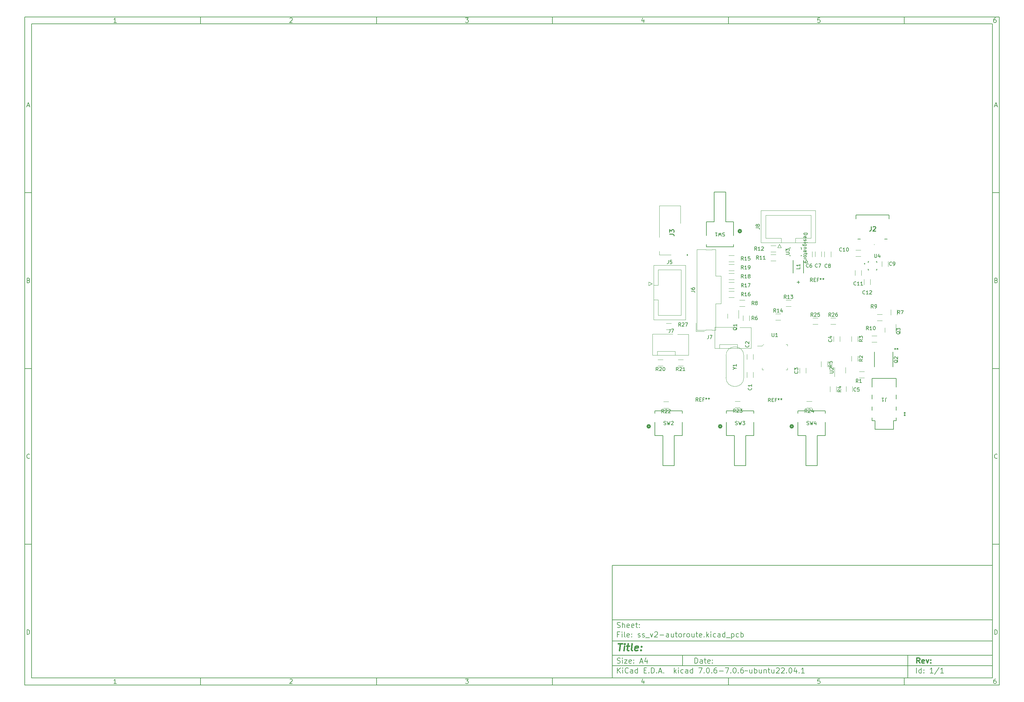
<source format=gbr>
%TF.GenerationSoftware,KiCad,Pcbnew,7.0.6-7.0.6~ubuntu22.04.1*%
%TF.CreationDate,2023-08-01T15:27:09+02:00*%
%TF.ProjectId,ss_v2-autoroute,73735f76-322d-4617-9574-6f726f757465,rev?*%
%TF.SameCoordinates,Original*%
%TF.FileFunction,Legend,Top*%
%TF.FilePolarity,Positive*%
%FSLAX46Y46*%
G04 Gerber Fmt 4.6, Leading zero omitted, Abs format (unit mm)*
G04 Created by KiCad (PCBNEW 7.0.6-7.0.6~ubuntu22.04.1) date 2023-08-01 15:27:09*
%MOMM*%
%LPD*%
G01*
G04 APERTURE LIST*
%ADD10C,0.100000*%
%ADD11C,0.150000*%
%ADD12C,0.300000*%
%ADD13C,0.400000*%
%ADD14C,0.254000*%
%ADD15C,0.120000*%
%ADD16C,0.152400*%
%ADD17C,0.127000*%
%ADD18C,0.200000*%
%ADD19C,0.508000*%
G04 APERTURE END LIST*
D10*
D11*
X177002200Y-166007200D02*
X285002200Y-166007200D01*
X285002200Y-198007200D01*
X177002200Y-198007200D01*
X177002200Y-166007200D01*
D10*
D11*
X10000000Y-10000000D02*
X287002200Y-10000000D01*
X287002200Y-200007200D01*
X10000000Y-200007200D01*
X10000000Y-10000000D01*
D10*
D11*
X12000000Y-12000000D02*
X285002200Y-12000000D01*
X285002200Y-198007200D01*
X12000000Y-198007200D01*
X12000000Y-12000000D01*
D10*
D11*
X60000000Y-12000000D02*
X60000000Y-10000000D01*
D10*
D11*
X110000000Y-12000000D02*
X110000000Y-10000000D01*
D10*
D11*
X160000000Y-12000000D02*
X160000000Y-10000000D01*
D10*
D11*
X210000000Y-12000000D02*
X210000000Y-10000000D01*
D10*
D11*
X260000000Y-12000000D02*
X260000000Y-10000000D01*
D10*
D11*
X36089160Y-11593604D02*
X35346303Y-11593604D01*
X35717731Y-11593604D02*
X35717731Y-10293604D01*
X35717731Y-10293604D02*
X35593922Y-10479319D01*
X35593922Y-10479319D02*
X35470112Y-10603128D01*
X35470112Y-10603128D02*
X35346303Y-10665033D01*
D10*
D11*
X85346303Y-10417414D02*
X85408207Y-10355509D01*
X85408207Y-10355509D02*
X85532017Y-10293604D01*
X85532017Y-10293604D02*
X85841541Y-10293604D01*
X85841541Y-10293604D02*
X85965350Y-10355509D01*
X85965350Y-10355509D02*
X86027255Y-10417414D01*
X86027255Y-10417414D02*
X86089160Y-10541223D01*
X86089160Y-10541223D02*
X86089160Y-10665033D01*
X86089160Y-10665033D02*
X86027255Y-10850747D01*
X86027255Y-10850747D02*
X85284398Y-11593604D01*
X85284398Y-11593604D02*
X86089160Y-11593604D01*
D10*
D11*
X135284398Y-10293604D02*
X136089160Y-10293604D01*
X136089160Y-10293604D02*
X135655826Y-10788842D01*
X135655826Y-10788842D02*
X135841541Y-10788842D01*
X135841541Y-10788842D02*
X135965350Y-10850747D01*
X135965350Y-10850747D02*
X136027255Y-10912652D01*
X136027255Y-10912652D02*
X136089160Y-11036461D01*
X136089160Y-11036461D02*
X136089160Y-11345985D01*
X136089160Y-11345985D02*
X136027255Y-11469795D01*
X136027255Y-11469795D02*
X135965350Y-11531700D01*
X135965350Y-11531700D02*
X135841541Y-11593604D01*
X135841541Y-11593604D02*
X135470112Y-11593604D01*
X135470112Y-11593604D02*
X135346303Y-11531700D01*
X135346303Y-11531700D02*
X135284398Y-11469795D01*
D10*
D11*
X185965350Y-10726938D02*
X185965350Y-11593604D01*
X185655826Y-10231700D02*
X185346303Y-11160271D01*
X185346303Y-11160271D02*
X186151064Y-11160271D01*
D10*
D11*
X236027255Y-10293604D02*
X235408207Y-10293604D01*
X235408207Y-10293604D02*
X235346303Y-10912652D01*
X235346303Y-10912652D02*
X235408207Y-10850747D01*
X235408207Y-10850747D02*
X235532017Y-10788842D01*
X235532017Y-10788842D02*
X235841541Y-10788842D01*
X235841541Y-10788842D02*
X235965350Y-10850747D01*
X235965350Y-10850747D02*
X236027255Y-10912652D01*
X236027255Y-10912652D02*
X236089160Y-11036461D01*
X236089160Y-11036461D02*
X236089160Y-11345985D01*
X236089160Y-11345985D02*
X236027255Y-11469795D01*
X236027255Y-11469795D02*
X235965350Y-11531700D01*
X235965350Y-11531700D02*
X235841541Y-11593604D01*
X235841541Y-11593604D02*
X235532017Y-11593604D01*
X235532017Y-11593604D02*
X235408207Y-11531700D01*
X235408207Y-11531700D02*
X235346303Y-11469795D01*
D10*
D11*
X285965350Y-10293604D02*
X285717731Y-10293604D01*
X285717731Y-10293604D02*
X285593922Y-10355509D01*
X285593922Y-10355509D02*
X285532017Y-10417414D01*
X285532017Y-10417414D02*
X285408207Y-10603128D01*
X285408207Y-10603128D02*
X285346303Y-10850747D01*
X285346303Y-10850747D02*
X285346303Y-11345985D01*
X285346303Y-11345985D02*
X285408207Y-11469795D01*
X285408207Y-11469795D02*
X285470112Y-11531700D01*
X285470112Y-11531700D02*
X285593922Y-11593604D01*
X285593922Y-11593604D02*
X285841541Y-11593604D01*
X285841541Y-11593604D02*
X285965350Y-11531700D01*
X285965350Y-11531700D02*
X286027255Y-11469795D01*
X286027255Y-11469795D02*
X286089160Y-11345985D01*
X286089160Y-11345985D02*
X286089160Y-11036461D01*
X286089160Y-11036461D02*
X286027255Y-10912652D01*
X286027255Y-10912652D02*
X285965350Y-10850747D01*
X285965350Y-10850747D02*
X285841541Y-10788842D01*
X285841541Y-10788842D02*
X285593922Y-10788842D01*
X285593922Y-10788842D02*
X285470112Y-10850747D01*
X285470112Y-10850747D02*
X285408207Y-10912652D01*
X285408207Y-10912652D02*
X285346303Y-11036461D01*
D10*
D11*
X60000000Y-198007200D02*
X60000000Y-200007200D01*
D10*
D11*
X110000000Y-198007200D02*
X110000000Y-200007200D01*
D10*
D11*
X160000000Y-198007200D02*
X160000000Y-200007200D01*
D10*
D11*
X210000000Y-198007200D02*
X210000000Y-200007200D01*
D10*
D11*
X260000000Y-198007200D02*
X260000000Y-200007200D01*
D10*
D11*
X36089160Y-199600804D02*
X35346303Y-199600804D01*
X35717731Y-199600804D02*
X35717731Y-198300804D01*
X35717731Y-198300804D02*
X35593922Y-198486519D01*
X35593922Y-198486519D02*
X35470112Y-198610328D01*
X35470112Y-198610328D02*
X35346303Y-198672233D01*
D10*
D11*
X85346303Y-198424614D02*
X85408207Y-198362709D01*
X85408207Y-198362709D02*
X85532017Y-198300804D01*
X85532017Y-198300804D02*
X85841541Y-198300804D01*
X85841541Y-198300804D02*
X85965350Y-198362709D01*
X85965350Y-198362709D02*
X86027255Y-198424614D01*
X86027255Y-198424614D02*
X86089160Y-198548423D01*
X86089160Y-198548423D02*
X86089160Y-198672233D01*
X86089160Y-198672233D02*
X86027255Y-198857947D01*
X86027255Y-198857947D02*
X85284398Y-199600804D01*
X85284398Y-199600804D02*
X86089160Y-199600804D01*
D10*
D11*
X135284398Y-198300804D02*
X136089160Y-198300804D01*
X136089160Y-198300804D02*
X135655826Y-198796042D01*
X135655826Y-198796042D02*
X135841541Y-198796042D01*
X135841541Y-198796042D02*
X135965350Y-198857947D01*
X135965350Y-198857947D02*
X136027255Y-198919852D01*
X136027255Y-198919852D02*
X136089160Y-199043661D01*
X136089160Y-199043661D02*
X136089160Y-199353185D01*
X136089160Y-199353185D02*
X136027255Y-199476995D01*
X136027255Y-199476995D02*
X135965350Y-199538900D01*
X135965350Y-199538900D02*
X135841541Y-199600804D01*
X135841541Y-199600804D02*
X135470112Y-199600804D01*
X135470112Y-199600804D02*
X135346303Y-199538900D01*
X135346303Y-199538900D02*
X135284398Y-199476995D01*
D10*
D11*
X185965350Y-198734138D02*
X185965350Y-199600804D01*
X185655826Y-198238900D02*
X185346303Y-199167471D01*
X185346303Y-199167471D02*
X186151064Y-199167471D01*
D10*
D11*
X236027255Y-198300804D02*
X235408207Y-198300804D01*
X235408207Y-198300804D02*
X235346303Y-198919852D01*
X235346303Y-198919852D02*
X235408207Y-198857947D01*
X235408207Y-198857947D02*
X235532017Y-198796042D01*
X235532017Y-198796042D02*
X235841541Y-198796042D01*
X235841541Y-198796042D02*
X235965350Y-198857947D01*
X235965350Y-198857947D02*
X236027255Y-198919852D01*
X236027255Y-198919852D02*
X236089160Y-199043661D01*
X236089160Y-199043661D02*
X236089160Y-199353185D01*
X236089160Y-199353185D02*
X236027255Y-199476995D01*
X236027255Y-199476995D02*
X235965350Y-199538900D01*
X235965350Y-199538900D02*
X235841541Y-199600804D01*
X235841541Y-199600804D02*
X235532017Y-199600804D01*
X235532017Y-199600804D02*
X235408207Y-199538900D01*
X235408207Y-199538900D02*
X235346303Y-199476995D01*
D10*
D11*
X285965350Y-198300804D02*
X285717731Y-198300804D01*
X285717731Y-198300804D02*
X285593922Y-198362709D01*
X285593922Y-198362709D02*
X285532017Y-198424614D01*
X285532017Y-198424614D02*
X285408207Y-198610328D01*
X285408207Y-198610328D02*
X285346303Y-198857947D01*
X285346303Y-198857947D02*
X285346303Y-199353185D01*
X285346303Y-199353185D02*
X285408207Y-199476995D01*
X285408207Y-199476995D02*
X285470112Y-199538900D01*
X285470112Y-199538900D02*
X285593922Y-199600804D01*
X285593922Y-199600804D02*
X285841541Y-199600804D01*
X285841541Y-199600804D02*
X285965350Y-199538900D01*
X285965350Y-199538900D02*
X286027255Y-199476995D01*
X286027255Y-199476995D02*
X286089160Y-199353185D01*
X286089160Y-199353185D02*
X286089160Y-199043661D01*
X286089160Y-199043661D02*
X286027255Y-198919852D01*
X286027255Y-198919852D02*
X285965350Y-198857947D01*
X285965350Y-198857947D02*
X285841541Y-198796042D01*
X285841541Y-198796042D02*
X285593922Y-198796042D01*
X285593922Y-198796042D02*
X285470112Y-198857947D01*
X285470112Y-198857947D02*
X285408207Y-198919852D01*
X285408207Y-198919852D02*
X285346303Y-199043661D01*
D10*
D11*
X10000000Y-60000000D02*
X12000000Y-60000000D01*
D10*
D11*
X10000000Y-110000000D02*
X12000000Y-110000000D01*
D10*
D11*
X10000000Y-160000000D02*
X12000000Y-160000000D01*
D10*
D11*
X10690476Y-35222176D02*
X11309523Y-35222176D01*
X10566666Y-35593604D02*
X10999999Y-34293604D01*
X10999999Y-34293604D02*
X11433333Y-35593604D01*
D10*
D11*
X11092857Y-84912652D02*
X11278571Y-84974557D01*
X11278571Y-84974557D02*
X11340476Y-85036461D01*
X11340476Y-85036461D02*
X11402380Y-85160271D01*
X11402380Y-85160271D02*
X11402380Y-85345985D01*
X11402380Y-85345985D02*
X11340476Y-85469795D01*
X11340476Y-85469795D02*
X11278571Y-85531700D01*
X11278571Y-85531700D02*
X11154761Y-85593604D01*
X11154761Y-85593604D02*
X10659523Y-85593604D01*
X10659523Y-85593604D02*
X10659523Y-84293604D01*
X10659523Y-84293604D02*
X11092857Y-84293604D01*
X11092857Y-84293604D02*
X11216666Y-84355509D01*
X11216666Y-84355509D02*
X11278571Y-84417414D01*
X11278571Y-84417414D02*
X11340476Y-84541223D01*
X11340476Y-84541223D02*
X11340476Y-84665033D01*
X11340476Y-84665033D02*
X11278571Y-84788842D01*
X11278571Y-84788842D02*
X11216666Y-84850747D01*
X11216666Y-84850747D02*
X11092857Y-84912652D01*
X11092857Y-84912652D02*
X10659523Y-84912652D01*
D10*
D11*
X11402380Y-135469795D02*
X11340476Y-135531700D01*
X11340476Y-135531700D02*
X11154761Y-135593604D01*
X11154761Y-135593604D02*
X11030952Y-135593604D01*
X11030952Y-135593604D02*
X10845238Y-135531700D01*
X10845238Y-135531700D02*
X10721428Y-135407890D01*
X10721428Y-135407890D02*
X10659523Y-135284080D01*
X10659523Y-135284080D02*
X10597619Y-135036461D01*
X10597619Y-135036461D02*
X10597619Y-134850747D01*
X10597619Y-134850747D02*
X10659523Y-134603128D01*
X10659523Y-134603128D02*
X10721428Y-134479319D01*
X10721428Y-134479319D02*
X10845238Y-134355509D01*
X10845238Y-134355509D02*
X11030952Y-134293604D01*
X11030952Y-134293604D02*
X11154761Y-134293604D01*
X11154761Y-134293604D02*
X11340476Y-134355509D01*
X11340476Y-134355509D02*
X11402380Y-134417414D01*
D10*
D11*
X10659523Y-185593604D02*
X10659523Y-184293604D01*
X10659523Y-184293604D02*
X10969047Y-184293604D01*
X10969047Y-184293604D02*
X11154761Y-184355509D01*
X11154761Y-184355509D02*
X11278571Y-184479319D01*
X11278571Y-184479319D02*
X11340476Y-184603128D01*
X11340476Y-184603128D02*
X11402380Y-184850747D01*
X11402380Y-184850747D02*
X11402380Y-185036461D01*
X11402380Y-185036461D02*
X11340476Y-185284080D01*
X11340476Y-185284080D02*
X11278571Y-185407890D01*
X11278571Y-185407890D02*
X11154761Y-185531700D01*
X11154761Y-185531700D02*
X10969047Y-185593604D01*
X10969047Y-185593604D02*
X10659523Y-185593604D01*
D10*
D11*
X287002200Y-60000000D02*
X285002200Y-60000000D01*
D10*
D11*
X287002200Y-110000000D02*
X285002200Y-110000000D01*
D10*
D11*
X287002200Y-160000000D02*
X285002200Y-160000000D01*
D10*
D11*
X285692676Y-35222176D02*
X286311723Y-35222176D01*
X285568866Y-35593604D02*
X286002199Y-34293604D01*
X286002199Y-34293604D02*
X286435533Y-35593604D01*
D10*
D11*
X286095057Y-84912652D02*
X286280771Y-84974557D01*
X286280771Y-84974557D02*
X286342676Y-85036461D01*
X286342676Y-85036461D02*
X286404580Y-85160271D01*
X286404580Y-85160271D02*
X286404580Y-85345985D01*
X286404580Y-85345985D02*
X286342676Y-85469795D01*
X286342676Y-85469795D02*
X286280771Y-85531700D01*
X286280771Y-85531700D02*
X286156961Y-85593604D01*
X286156961Y-85593604D02*
X285661723Y-85593604D01*
X285661723Y-85593604D02*
X285661723Y-84293604D01*
X285661723Y-84293604D02*
X286095057Y-84293604D01*
X286095057Y-84293604D02*
X286218866Y-84355509D01*
X286218866Y-84355509D02*
X286280771Y-84417414D01*
X286280771Y-84417414D02*
X286342676Y-84541223D01*
X286342676Y-84541223D02*
X286342676Y-84665033D01*
X286342676Y-84665033D02*
X286280771Y-84788842D01*
X286280771Y-84788842D02*
X286218866Y-84850747D01*
X286218866Y-84850747D02*
X286095057Y-84912652D01*
X286095057Y-84912652D02*
X285661723Y-84912652D01*
D10*
D11*
X286404580Y-135469795D02*
X286342676Y-135531700D01*
X286342676Y-135531700D02*
X286156961Y-135593604D01*
X286156961Y-135593604D02*
X286033152Y-135593604D01*
X286033152Y-135593604D02*
X285847438Y-135531700D01*
X285847438Y-135531700D02*
X285723628Y-135407890D01*
X285723628Y-135407890D02*
X285661723Y-135284080D01*
X285661723Y-135284080D02*
X285599819Y-135036461D01*
X285599819Y-135036461D02*
X285599819Y-134850747D01*
X285599819Y-134850747D02*
X285661723Y-134603128D01*
X285661723Y-134603128D02*
X285723628Y-134479319D01*
X285723628Y-134479319D02*
X285847438Y-134355509D01*
X285847438Y-134355509D02*
X286033152Y-134293604D01*
X286033152Y-134293604D02*
X286156961Y-134293604D01*
X286156961Y-134293604D02*
X286342676Y-134355509D01*
X286342676Y-134355509D02*
X286404580Y-134417414D01*
D10*
D11*
X285661723Y-185593604D02*
X285661723Y-184293604D01*
X285661723Y-184293604D02*
X285971247Y-184293604D01*
X285971247Y-184293604D02*
X286156961Y-184355509D01*
X286156961Y-184355509D02*
X286280771Y-184479319D01*
X286280771Y-184479319D02*
X286342676Y-184603128D01*
X286342676Y-184603128D02*
X286404580Y-184850747D01*
X286404580Y-184850747D02*
X286404580Y-185036461D01*
X286404580Y-185036461D02*
X286342676Y-185284080D01*
X286342676Y-185284080D02*
X286280771Y-185407890D01*
X286280771Y-185407890D02*
X286156961Y-185531700D01*
X286156961Y-185531700D02*
X285971247Y-185593604D01*
X285971247Y-185593604D02*
X285661723Y-185593604D01*
D10*
D11*
X200458026Y-193793328D02*
X200458026Y-192293328D01*
X200458026Y-192293328D02*
X200815169Y-192293328D01*
X200815169Y-192293328D02*
X201029455Y-192364757D01*
X201029455Y-192364757D02*
X201172312Y-192507614D01*
X201172312Y-192507614D02*
X201243741Y-192650471D01*
X201243741Y-192650471D02*
X201315169Y-192936185D01*
X201315169Y-192936185D02*
X201315169Y-193150471D01*
X201315169Y-193150471D02*
X201243741Y-193436185D01*
X201243741Y-193436185D02*
X201172312Y-193579042D01*
X201172312Y-193579042D02*
X201029455Y-193721900D01*
X201029455Y-193721900D02*
X200815169Y-193793328D01*
X200815169Y-193793328D02*
X200458026Y-193793328D01*
X202600884Y-193793328D02*
X202600884Y-193007614D01*
X202600884Y-193007614D02*
X202529455Y-192864757D01*
X202529455Y-192864757D02*
X202386598Y-192793328D01*
X202386598Y-192793328D02*
X202100884Y-192793328D01*
X202100884Y-192793328D02*
X201958026Y-192864757D01*
X202600884Y-193721900D02*
X202458026Y-193793328D01*
X202458026Y-193793328D02*
X202100884Y-193793328D01*
X202100884Y-193793328D02*
X201958026Y-193721900D01*
X201958026Y-193721900D02*
X201886598Y-193579042D01*
X201886598Y-193579042D02*
X201886598Y-193436185D01*
X201886598Y-193436185D02*
X201958026Y-193293328D01*
X201958026Y-193293328D02*
X202100884Y-193221900D01*
X202100884Y-193221900D02*
X202458026Y-193221900D01*
X202458026Y-193221900D02*
X202600884Y-193150471D01*
X203100884Y-192793328D02*
X203672312Y-192793328D01*
X203315169Y-192293328D02*
X203315169Y-193579042D01*
X203315169Y-193579042D02*
X203386598Y-193721900D01*
X203386598Y-193721900D02*
X203529455Y-193793328D01*
X203529455Y-193793328D02*
X203672312Y-193793328D01*
X204743741Y-193721900D02*
X204600884Y-193793328D01*
X204600884Y-193793328D02*
X204315170Y-193793328D01*
X204315170Y-193793328D02*
X204172312Y-193721900D01*
X204172312Y-193721900D02*
X204100884Y-193579042D01*
X204100884Y-193579042D02*
X204100884Y-193007614D01*
X204100884Y-193007614D02*
X204172312Y-192864757D01*
X204172312Y-192864757D02*
X204315170Y-192793328D01*
X204315170Y-192793328D02*
X204600884Y-192793328D01*
X204600884Y-192793328D02*
X204743741Y-192864757D01*
X204743741Y-192864757D02*
X204815170Y-193007614D01*
X204815170Y-193007614D02*
X204815170Y-193150471D01*
X204815170Y-193150471D02*
X204100884Y-193293328D01*
X205458026Y-193650471D02*
X205529455Y-193721900D01*
X205529455Y-193721900D02*
X205458026Y-193793328D01*
X205458026Y-193793328D02*
X205386598Y-193721900D01*
X205386598Y-193721900D02*
X205458026Y-193650471D01*
X205458026Y-193650471D02*
X205458026Y-193793328D01*
X205458026Y-192864757D02*
X205529455Y-192936185D01*
X205529455Y-192936185D02*
X205458026Y-193007614D01*
X205458026Y-193007614D02*
X205386598Y-192936185D01*
X205386598Y-192936185D02*
X205458026Y-192864757D01*
X205458026Y-192864757D02*
X205458026Y-193007614D01*
D10*
D11*
X177002200Y-194507200D02*
X285002200Y-194507200D01*
D10*
D11*
X178458026Y-196593328D02*
X178458026Y-195093328D01*
X179315169Y-196593328D02*
X178672312Y-195736185D01*
X179315169Y-195093328D02*
X178458026Y-195950471D01*
X179958026Y-196593328D02*
X179958026Y-195593328D01*
X179958026Y-195093328D02*
X179886598Y-195164757D01*
X179886598Y-195164757D02*
X179958026Y-195236185D01*
X179958026Y-195236185D02*
X180029455Y-195164757D01*
X180029455Y-195164757D02*
X179958026Y-195093328D01*
X179958026Y-195093328D02*
X179958026Y-195236185D01*
X181529455Y-196450471D02*
X181458027Y-196521900D01*
X181458027Y-196521900D02*
X181243741Y-196593328D01*
X181243741Y-196593328D02*
X181100884Y-196593328D01*
X181100884Y-196593328D02*
X180886598Y-196521900D01*
X180886598Y-196521900D02*
X180743741Y-196379042D01*
X180743741Y-196379042D02*
X180672312Y-196236185D01*
X180672312Y-196236185D02*
X180600884Y-195950471D01*
X180600884Y-195950471D02*
X180600884Y-195736185D01*
X180600884Y-195736185D02*
X180672312Y-195450471D01*
X180672312Y-195450471D02*
X180743741Y-195307614D01*
X180743741Y-195307614D02*
X180886598Y-195164757D01*
X180886598Y-195164757D02*
X181100884Y-195093328D01*
X181100884Y-195093328D02*
X181243741Y-195093328D01*
X181243741Y-195093328D02*
X181458027Y-195164757D01*
X181458027Y-195164757D02*
X181529455Y-195236185D01*
X182815170Y-196593328D02*
X182815170Y-195807614D01*
X182815170Y-195807614D02*
X182743741Y-195664757D01*
X182743741Y-195664757D02*
X182600884Y-195593328D01*
X182600884Y-195593328D02*
X182315170Y-195593328D01*
X182315170Y-195593328D02*
X182172312Y-195664757D01*
X182815170Y-196521900D02*
X182672312Y-196593328D01*
X182672312Y-196593328D02*
X182315170Y-196593328D01*
X182315170Y-196593328D02*
X182172312Y-196521900D01*
X182172312Y-196521900D02*
X182100884Y-196379042D01*
X182100884Y-196379042D02*
X182100884Y-196236185D01*
X182100884Y-196236185D02*
X182172312Y-196093328D01*
X182172312Y-196093328D02*
X182315170Y-196021900D01*
X182315170Y-196021900D02*
X182672312Y-196021900D01*
X182672312Y-196021900D02*
X182815170Y-195950471D01*
X184172313Y-196593328D02*
X184172313Y-195093328D01*
X184172313Y-196521900D02*
X184029455Y-196593328D01*
X184029455Y-196593328D02*
X183743741Y-196593328D01*
X183743741Y-196593328D02*
X183600884Y-196521900D01*
X183600884Y-196521900D02*
X183529455Y-196450471D01*
X183529455Y-196450471D02*
X183458027Y-196307614D01*
X183458027Y-196307614D02*
X183458027Y-195879042D01*
X183458027Y-195879042D02*
X183529455Y-195736185D01*
X183529455Y-195736185D02*
X183600884Y-195664757D01*
X183600884Y-195664757D02*
X183743741Y-195593328D01*
X183743741Y-195593328D02*
X184029455Y-195593328D01*
X184029455Y-195593328D02*
X184172313Y-195664757D01*
X186029455Y-195807614D02*
X186529455Y-195807614D01*
X186743741Y-196593328D02*
X186029455Y-196593328D01*
X186029455Y-196593328D02*
X186029455Y-195093328D01*
X186029455Y-195093328D02*
X186743741Y-195093328D01*
X187386598Y-196450471D02*
X187458027Y-196521900D01*
X187458027Y-196521900D02*
X187386598Y-196593328D01*
X187386598Y-196593328D02*
X187315170Y-196521900D01*
X187315170Y-196521900D02*
X187386598Y-196450471D01*
X187386598Y-196450471D02*
X187386598Y-196593328D01*
X188100884Y-196593328D02*
X188100884Y-195093328D01*
X188100884Y-195093328D02*
X188458027Y-195093328D01*
X188458027Y-195093328D02*
X188672313Y-195164757D01*
X188672313Y-195164757D02*
X188815170Y-195307614D01*
X188815170Y-195307614D02*
X188886599Y-195450471D01*
X188886599Y-195450471D02*
X188958027Y-195736185D01*
X188958027Y-195736185D02*
X188958027Y-195950471D01*
X188958027Y-195950471D02*
X188886599Y-196236185D01*
X188886599Y-196236185D02*
X188815170Y-196379042D01*
X188815170Y-196379042D02*
X188672313Y-196521900D01*
X188672313Y-196521900D02*
X188458027Y-196593328D01*
X188458027Y-196593328D02*
X188100884Y-196593328D01*
X189600884Y-196450471D02*
X189672313Y-196521900D01*
X189672313Y-196521900D02*
X189600884Y-196593328D01*
X189600884Y-196593328D02*
X189529456Y-196521900D01*
X189529456Y-196521900D02*
X189600884Y-196450471D01*
X189600884Y-196450471D02*
X189600884Y-196593328D01*
X190243742Y-196164757D02*
X190958028Y-196164757D01*
X190100885Y-196593328D02*
X190600885Y-195093328D01*
X190600885Y-195093328D02*
X191100885Y-196593328D01*
X191600884Y-196450471D02*
X191672313Y-196521900D01*
X191672313Y-196521900D02*
X191600884Y-196593328D01*
X191600884Y-196593328D02*
X191529456Y-196521900D01*
X191529456Y-196521900D02*
X191600884Y-196450471D01*
X191600884Y-196450471D02*
X191600884Y-196593328D01*
X194600884Y-196593328D02*
X194600884Y-195093328D01*
X194743742Y-196021900D02*
X195172313Y-196593328D01*
X195172313Y-195593328D02*
X194600884Y-196164757D01*
X195815170Y-196593328D02*
X195815170Y-195593328D01*
X195815170Y-195093328D02*
X195743742Y-195164757D01*
X195743742Y-195164757D02*
X195815170Y-195236185D01*
X195815170Y-195236185D02*
X195886599Y-195164757D01*
X195886599Y-195164757D02*
X195815170Y-195093328D01*
X195815170Y-195093328D02*
X195815170Y-195236185D01*
X197172314Y-196521900D02*
X197029456Y-196593328D01*
X197029456Y-196593328D02*
X196743742Y-196593328D01*
X196743742Y-196593328D02*
X196600885Y-196521900D01*
X196600885Y-196521900D02*
X196529456Y-196450471D01*
X196529456Y-196450471D02*
X196458028Y-196307614D01*
X196458028Y-196307614D02*
X196458028Y-195879042D01*
X196458028Y-195879042D02*
X196529456Y-195736185D01*
X196529456Y-195736185D02*
X196600885Y-195664757D01*
X196600885Y-195664757D02*
X196743742Y-195593328D01*
X196743742Y-195593328D02*
X197029456Y-195593328D01*
X197029456Y-195593328D02*
X197172314Y-195664757D01*
X198458028Y-196593328D02*
X198458028Y-195807614D01*
X198458028Y-195807614D02*
X198386599Y-195664757D01*
X198386599Y-195664757D02*
X198243742Y-195593328D01*
X198243742Y-195593328D02*
X197958028Y-195593328D01*
X197958028Y-195593328D02*
X197815170Y-195664757D01*
X198458028Y-196521900D02*
X198315170Y-196593328D01*
X198315170Y-196593328D02*
X197958028Y-196593328D01*
X197958028Y-196593328D02*
X197815170Y-196521900D01*
X197815170Y-196521900D02*
X197743742Y-196379042D01*
X197743742Y-196379042D02*
X197743742Y-196236185D01*
X197743742Y-196236185D02*
X197815170Y-196093328D01*
X197815170Y-196093328D02*
X197958028Y-196021900D01*
X197958028Y-196021900D02*
X198315170Y-196021900D01*
X198315170Y-196021900D02*
X198458028Y-195950471D01*
X199815171Y-196593328D02*
X199815171Y-195093328D01*
X199815171Y-196521900D02*
X199672313Y-196593328D01*
X199672313Y-196593328D02*
X199386599Y-196593328D01*
X199386599Y-196593328D02*
X199243742Y-196521900D01*
X199243742Y-196521900D02*
X199172313Y-196450471D01*
X199172313Y-196450471D02*
X199100885Y-196307614D01*
X199100885Y-196307614D02*
X199100885Y-195879042D01*
X199100885Y-195879042D02*
X199172313Y-195736185D01*
X199172313Y-195736185D02*
X199243742Y-195664757D01*
X199243742Y-195664757D02*
X199386599Y-195593328D01*
X199386599Y-195593328D02*
X199672313Y-195593328D01*
X199672313Y-195593328D02*
X199815171Y-195664757D01*
X201529456Y-195093328D02*
X202529456Y-195093328D01*
X202529456Y-195093328D02*
X201886599Y-196593328D01*
X203100884Y-196450471D02*
X203172313Y-196521900D01*
X203172313Y-196521900D02*
X203100884Y-196593328D01*
X203100884Y-196593328D02*
X203029456Y-196521900D01*
X203029456Y-196521900D02*
X203100884Y-196450471D01*
X203100884Y-196450471D02*
X203100884Y-196593328D01*
X204100885Y-195093328D02*
X204243742Y-195093328D01*
X204243742Y-195093328D02*
X204386599Y-195164757D01*
X204386599Y-195164757D02*
X204458028Y-195236185D01*
X204458028Y-195236185D02*
X204529456Y-195379042D01*
X204529456Y-195379042D02*
X204600885Y-195664757D01*
X204600885Y-195664757D02*
X204600885Y-196021900D01*
X204600885Y-196021900D02*
X204529456Y-196307614D01*
X204529456Y-196307614D02*
X204458028Y-196450471D01*
X204458028Y-196450471D02*
X204386599Y-196521900D01*
X204386599Y-196521900D02*
X204243742Y-196593328D01*
X204243742Y-196593328D02*
X204100885Y-196593328D01*
X204100885Y-196593328D02*
X203958028Y-196521900D01*
X203958028Y-196521900D02*
X203886599Y-196450471D01*
X203886599Y-196450471D02*
X203815170Y-196307614D01*
X203815170Y-196307614D02*
X203743742Y-196021900D01*
X203743742Y-196021900D02*
X203743742Y-195664757D01*
X203743742Y-195664757D02*
X203815170Y-195379042D01*
X203815170Y-195379042D02*
X203886599Y-195236185D01*
X203886599Y-195236185D02*
X203958028Y-195164757D01*
X203958028Y-195164757D02*
X204100885Y-195093328D01*
X205243741Y-196450471D02*
X205315170Y-196521900D01*
X205315170Y-196521900D02*
X205243741Y-196593328D01*
X205243741Y-196593328D02*
X205172313Y-196521900D01*
X205172313Y-196521900D02*
X205243741Y-196450471D01*
X205243741Y-196450471D02*
X205243741Y-196593328D01*
X206600885Y-195093328D02*
X206315170Y-195093328D01*
X206315170Y-195093328D02*
X206172313Y-195164757D01*
X206172313Y-195164757D02*
X206100885Y-195236185D01*
X206100885Y-195236185D02*
X205958027Y-195450471D01*
X205958027Y-195450471D02*
X205886599Y-195736185D01*
X205886599Y-195736185D02*
X205886599Y-196307614D01*
X205886599Y-196307614D02*
X205958027Y-196450471D01*
X205958027Y-196450471D02*
X206029456Y-196521900D01*
X206029456Y-196521900D02*
X206172313Y-196593328D01*
X206172313Y-196593328D02*
X206458027Y-196593328D01*
X206458027Y-196593328D02*
X206600885Y-196521900D01*
X206600885Y-196521900D02*
X206672313Y-196450471D01*
X206672313Y-196450471D02*
X206743742Y-196307614D01*
X206743742Y-196307614D02*
X206743742Y-195950471D01*
X206743742Y-195950471D02*
X206672313Y-195807614D01*
X206672313Y-195807614D02*
X206600885Y-195736185D01*
X206600885Y-195736185D02*
X206458027Y-195664757D01*
X206458027Y-195664757D02*
X206172313Y-195664757D01*
X206172313Y-195664757D02*
X206029456Y-195736185D01*
X206029456Y-195736185D02*
X205958027Y-195807614D01*
X205958027Y-195807614D02*
X205886599Y-195950471D01*
X207386598Y-196021900D02*
X208529456Y-196021900D01*
X209100884Y-195093328D02*
X210100884Y-195093328D01*
X210100884Y-195093328D02*
X209458027Y-196593328D01*
X210672312Y-196450471D02*
X210743741Y-196521900D01*
X210743741Y-196521900D02*
X210672312Y-196593328D01*
X210672312Y-196593328D02*
X210600884Y-196521900D01*
X210600884Y-196521900D02*
X210672312Y-196450471D01*
X210672312Y-196450471D02*
X210672312Y-196593328D01*
X211672313Y-195093328D02*
X211815170Y-195093328D01*
X211815170Y-195093328D02*
X211958027Y-195164757D01*
X211958027Y-195164757D02*
X212029456Y-195236185D01*
X212029456Y-195236185D02*
X212100884Y-195379042D01*
X212100884Y-195379042D02*
X212172313Y-195664757D01*
X212172313Y-195664757D02*
X212172313Y-196021900D01*
X212172313Y-196021900D02*
X212100884Y-196307614D01*
X212100884Y-196307614D02*
X212029456Y-196450471D01*
X212029456Y-196450471D02*
X211958027Y-196521900D01*
X211958027Y-196521900D02*
X211815170Y-196593328D01*
X211815170Y-196593328D02*
X211672313Y-196593328D01*
X211672313Y-196593328D02*
X211529456Y-196521900D01*
X211529456Y-196521900D02*
X211458027Y-196450471D01*
X211458027Y-196450471D02*
X211386598Y-196307614D01*
X211386598Y-196307614D02*
X211315170Y-196021900D01*
X211315170Y-196021900D02*
X211315170Y-195664757D01*
X211315170Y-195664757D02*
X211386598Y-195379042D01*
X211386598Y-195379042D02*
X211458027Y-195236185D01*
X211458027Y-195236185D02*
X211529456Y-195164757D01*
X211529456Y-195164757D02*
X211672313Y-195093328D01*
X212815169Y-196450471D02*
X212886598Y-196521900D01*
X212886598Y-196521900D02*
X212815169Y-196593328D01*
X212815169Y-196593328D02*
X212743741Y-196521900D01*
X212743741Y-196521900D02*
X212815169Y-196450471D01*
X212815169Y-196450471D02*
X212815169Y-196593328D01*
X214172313Y-195093328D02*
X213886598Y-195093328D01*
X213886598Y-195093328D02*
X213743741Y-195164757D01*
X213743741Y-195164757D02*
X213672313Y-195236185D01*
X213672313Y-195236185D02*
X213529455Y-195450471D01*
X213529455Y-195450471D02*
X213458027Y-195736185D01*
X213458027Y-195736185D02*
X213458027Y-196307614D01*
X213458027Y-196307614D02*
X213529455Y-196450471D01*
X213529455Y-196450471D02*
X213600884Y-196521900D01*
X213600884Y-196521900D02*
X213743741Y-196593328D01*
X213743741Y-196593328D02*
X214029455Y-196593328D01*
X214029455Y-196593328D02*
X214172313Y-196521900D01*
X214172313Y-196521900D02*
X214243741Y-196450471D01*
X214243741Y-196450471D02*
X214315170Y-196307614D01*
X214315170Y-196307614D02*
X214315170Y-195950471D01*
X214315170Y-195950471D02*
X214243741Y-195807614D01*
X214243741Y-195807614D02*
X214172313Y-195736185D01*
X214172313Y-195736185D02*
X214029455Y-195664757D01*
X214029455Y-195664757D02*
X213743741Y-195664757D01*
X213743741Y-195664757D02*
X213600884Y-195736185D01*
X213600884Y-195736185D02*
X213529455Y-195807614D01*
X213529455Y-195807614D02*
X213458027Y-195950471D01*
X214743741Y-196021900D02*
X214815169Y-195950471D01*
X214815169Y-195950471D02*
X214958026Y-195879042D01*
X214958026Y-195879042D02*
X215243741Y-196021900D01*
X215243741Y-196021900D02*
X215386598Y-195950471D01*
X215386598Y-195950471D02*
X215458026Y-195879042D01*
X216672313Y-195593328D02*
X216672313Y-196593328D01*
X216029455Y-195593328D02*
X216029455Y-196379042D01*
X216029455Y-196379042D02*
X216100884Y-196521900D01*
X216100884Y-196521900D02*
X216243741Y-196593328D01*
X216243741Y-196593328D02*
X216458027Y-196593328D01*
X216458027Y-196593328D02*
X216600884Y-196521900D01*
X216600884Y-196521900D02*
X216672313Y-196450471D01*
X217386598Y-196593328D02*
X217386598Y-195093328D01*
X217386598Y-195664757D02*
X217529456Y-195593328D01*
X217529456Y-195593328D02*
X217815170Y-195593328D01*
X217815170Y-195593328D02*
X217958027Y-195664757D01*
X217958027Y-195664757D02*
X218029456Y-195736185D01*
X218029456Y-195736185D02*
X218100884Y-195879042D01*
X218100884Y-195879042D02*
X218100884Y-196307614D01*
X218100884Y-196307614D02*
X218029456Y-196450471D01*
X218029456Y-196450471D02*
X217958027Y-196521900D01*
X217958027Y-196521900D02*
X217815170Y-196593328D01*
X217815170Y-196593328D02*
X217529456Y-196593328D01*
X217529456Y-196593328D02*
X217386598Y-196521900D01*
X219386599Y-195593328D02*
X219386599Y-196593328D01*
X218743741Y-195593328D02*
X218743741Y-196379042D01*
X218743741Y-196379042D02*
X218815170Y-196521900D01*
X218815170Y-196521900D02*
X218958027Y-196593328D01*
X218958027Y-196593328D02*
X219172313Y-196593328D01*
X219172313Y-196593328D02*
X219315170Y-196521900D01*
X219315170Y-196521900D02*
X219386599Y-196450471D01*
X220100884Y-195593328D02*
X220100884Y-196593328D01*
X220100884Y-195736185D02*
X220172313Y-195664757D01*
X220172313Y-195664757D02*
X220315170Y-195593328D01*
X220315170Y-195593328D02*
X220529456Y-195593328D01*
X220529456Y-195593328D02*
X220672313Y-195664757D01*
X220672313Y-195664757D02*
X220743742Y-195807614D01*
X220743742Y-195807614D02*
X220743742Y-196593328D01*
X221243742Y-195593328D02*
X221815170Y-195593328D01*
X221458027Y-195093328D02*
X221458027Y-196379042D01*
X221458027Y-196379042D02*
X221529456Y-196521900D01*
X221529456Y-196521900D02*
X221672313Y-196593328D01*
X221672313Y-196593328D02*
X221815170Y-196593328D01*
X222958028Y-195593328D02*
X222958028Y-196593328D01*
X222315170Y-195593328D02*
X222315170Y-196379042D01*
X222315170Y-196379042D02*
X222386599Y-196521900D01*
X222386599Y-196521900D02*
X222529456Y-196593328D01*
X222529456Y-196593328D02*
X222743742Y-196593328D01*
X222743742Y-196593328D02*
X222886599Y-196521900D01*
X222886599Y-196521900D02*
X222958028Y-196450471D01*
X223600885Y-195236185D02*
X223672313Y-195164757D01*
X223672313Y-195164757D02*
X223815171Y-195093328D01*
X223815171Y-195093328D02*
X224172313Y-195093328D01*
X224172313Y-195093328D02*
X224315171Y-195164757D01*
X224315171Y-195164757D02*
X224386599Y-195236185D01*
X224386599Y-195236185D02*
X224458028Y-195379042D01*
X224458028Y-195379042D02*
X224458028Y-195521900D01*
X224458028Y-195521900D02*
X224386599Y-195736185D01*
X224386599Y-195736185D02*
X223529456Y-196593328D01*
X223529456Y-196593328D02*
X224458028Y-196593328D01*
X225029456Y-195236185D02*
X225100884Y-195164757D01*
X225100884Y-195164757D02*
X225243742Y-195093328D01*
X225243742Y-195093328D02*
X225600884Y-195093328D01*
X225600884Y-195093328D02*
X225743742Y-195164757D01*
X225743742Y-195164757D02*
X225815170Y-195236185D01*
X225815170Y-195236185D02*
X225886599Y-195379042D01*
X225886599Y-195379042D02*
X225886599Y-195521900D01*
X225886599Y-195521900D02*
X225815170Y-195736185D01*
X225815170Y-195736185D02*
X224958027Y-196593328D01*
X224958027Y-196593328D02*
X225886599Y-196593328D01*
X226529455Y-196450471D02*
X226600884Y-196521900D01*
X226600884Y-196521900D02*
X226529455Y-196593328D01*
X226529455Y-196593328D02*
X226458027Y-196521900D01*
X226458027Y-196521900D02*
X226529455Y-196450471D01*
X226529455Y-196450471D02*
X226529455Y-196593328D01*
X227529456Y-195093328D02*
X227672313Y-195093328D01*
X227672313Y-195093328D02*
X227815170Y-195164757D01*
X227815170Y-195164757D02*
X227886599Y-195236185D01*
X227886599Y-195236185D02*
X227958027Y-195379042D01*
X227958027Y-195379042D02*
X228029456Y-195664757D01*
X228029456Y-195664757D02*
X228029456Y-196021900D01*
X228029456Y-196021900D02*
X227958027Y-196307614D01*
X227958027Y-196307614D02*
X227886599Y-196450471D01*
X227886599Y-196450471D02*
X227815170Y-196521900D01*
X227815170Y-196521900D02*
X227672313Y-196593328D01*
X227672313Y-196593328D02*
X227529456Y-196593328D01*
X227529456Y-196593328D02*
X227386599Y-196521900D01*
X227386599Y-196521900D02*
X227315170Y-196450471D01*
X227315170Y-196450471D02*
X227243741Y-196307614D01*
X227243741Y-196307614D02*
X227172313Y-196021900D01*
X227172313Y-196021900D02*
X227172313Y-195664757D01*
X227172313Y-195664757D02*
X227243741Y-195379042D01*
X227243741Y-195379042D02*
X227315170Y-195236185D01*
X227315170Y-195236185D02*
X227386599Y-195164757D01*
X227386599Y-195164757D02*
X227529456Y-195093328D01*
X229315170Y-195593328D02*
X229315170Y-196593328D01*
X228958027Y-195021900D02*
X228600884Y-196093328D01*
X228600884Y-196093328D02*
X229529455Y-196093328D01*
X230100883Y-196450471D02*
X230172312Y-196521900D01*
X230172312Y-196521900D02*
X230100883Y-196593328D01*
X230100883Y-196593328D02*
X230029455Y-196521900D01*
X230029455Y-196521900D02*
X230100883Y-196450471D01*
X230100883Y-196450471D02*
X230100883Y-196593328D01*
X231600884Y-196593328D02*
X230743741Y-196593328D01*
X231172312Y-196593328D02*
X231172312Y-195093328D01*
X231172312Y-195093328D02*
X231029455Y-195307614D01*
X231029455Y-195307614D02*
X230886598Y-195450471D01*
X230886598Y-195450471D02*
X230743741Y-195521900D01*
D10*
D11*
X177002200Y-191507200D02*
X285002200Y-191507200D01*
D10*
D12*
X264413853Y-193785528D02*
X263913853Y-193071242D01*
X263556710Y-193785528D02*
X263556710Y-192285528D01*
X263556710Y-192285528D02*
X264128139Y-192285528D01*
X264128139Y-192285528D02*
X264270996Y-192356957D01*
X264270996Y-192356957D02*
X264342425Y-192428385D01*
X264342425Y-192428385D02*
X264413853Y-192571242D01*
X264413853Y-192571242D02*
X264413853Y-192785528D01*
X264413853Y-192785528D02*
X264342425Y-192928385D01*
X264342425Y-192928385D02*
X264270996Y-192999814D01*
X264270996Y-192999814D02*
X264128139Y-193071242D01*
X264128139Y-193071242D02*
X263556710Y-193071242D01*
X265628139Y-193714100D02*
X265485282Y-193785528D01*
X265485282Y-193785528D02*
X265199568Y-193785528D01*
X265199568Y-193785528D02*
X265056710Y-193714100D01*
X265056710Y-193714100D02*
X264985282Y-193571242D01*
X264985282Y-193571242D02*
X264985282Y-192999814D01*
X264985282Y-192999814D02*
X265056710Y-192856957D01*
X265056710Y-192856957D02*
X265199568Y-192785528D01*
X265199568Y-192785528D02*
X265485282Y-192785528D01*
X265485282Y-192785528D02*
X265628139Y-192856957D01*
X265628139Y-192856957D02*
X265699568Y-192999814D01*
X265699568Y-192999814D02*
X265699568Y-193142671D01*
X265699568Y-193142671D02*
X264985282Y-193285528D01*
X266199567Y-192785528D02*
X266556710Y-193785528D01*
X266556710Y-193785528D02*
X266913853Y-192785528D01*
X267485281Y-193642671D02*
X267556710Y-193714100D01*
X267556710Y-193714100D02*
X267485281Y-193785528D01*
X267485281Y-193785528D02*
X267413853Y-193714100D01*
X267413853Y-193714100D02*
X267485281Y-193642671D01*
X267485281Y-193642671D02*
X267485281Y-193785528D01*
X267485281Y-192856957D02*
X267556710Y-192928385D01*
X267556710Y-192928385D02*
X267485281Y-192999814D01*
X267485281Y-192999814D02*
X267413853Y-192928385D01*
X267413853Y-192928385D02*
X267485281Y-192856957D01*
X267485281Y-192856957D02*
X267485281Y-192999814D01*
D10*
D11*
X178386598Y-193721900D02*
X178600884Y-193793328D01*
X178600884Y-193793328D02*
X178958026Y-193793328D01*
X178958026Y-193793328D02*
X179100884Y-193721900D01*
X179100884Y-193721900D02*
X179172312Y-193650471D01*
X179172312Y-193650471D02*
X179243741Y-193507614D01*
X179243741Y-193507614D02*
X179243741Y-193364757D01*
X179243741Y-193364757D02*
X179172312Y-193221900D01*
X179172312Y-193221900D02*
X179100884Y-193150471D01*
X179100884Y-193150471D02*
X178958026Y-193079042D01*
X178958026Y-193079042D02*
X178672312Y-193007614D01*
X178672312Y-193007614D02*
X178529455Y-192936185D01*
X178529455Y-192936185D02*
X178458026Y-192864757D01*
X178458026Y-192864757D02*
X178386598Y-192721900D01*
X178386598Y-192721900D02*
X178386598Y-192579042D01*
X178386598Y-192579042D02*
X178458026Y-192436185D01*
X178458026Y-192436185D02*
X178529455Y-192364757D01*
X178529455Y-192364757D02*
X178672312Y-192293328D01*
X178672312Y-192293328D02*
X179029455Y-192293328D01*
X179029455Y-192293328D02*
X179243741Y-192364757D01*
X179886597Y-193793328D02*
X179886597Y-192793328D01*
X179886597Y-192293328D02*
X179815169Y-192364757D01*
X179815169Y-192364757D02*
X179886597Y-192436185D01*
X179886597Y-192436185D02*
X179958026Y-192364757D01*
X179958026Y-192364757D02*
X179886597Y-192293328D01*
X179886597Y-192293328D02*
X179886597Y-192436185D01*
X180458026Y-192793328D02*
X181243741Y-192793328D01*
X181243741Y-192793328D02*
X180458026Y-193793328D01*
X180458026Y-193793328D02*
X181243741Y-193793328D01*
X182386598Y-193721900D02*
X182243741Y-193793328D01*
X182243741Y-193793328D02*
X181958027Y-193793328D01*
X181958027Y-193793328D02*
X181815169Y-193721900D01*
X181815169Y-193721900D02*
X181743741Y-193579042D01*
X181743741Y-193579042D02*
X181743741Y-193007614D01*
X181743741Y-193007614D02*
X181815169Y-192864757D01*
X181815169Y-192864757D02*
X181958027Y-192793328D01*
X181958027Y-192793328D02*
X182243741Y-192793328D01*
X182243741Y-192793328D02*
X182386598Y-192864757D01*
X182386598Y-192864757D02*
X182458027Y-193007614D01*
X182458027Y-193007614D02*
X182458027Y-193150471D01*
X182458027Y-193150471D02*
X181743741Y-193293328D01*
X183100883Y-193650471D02*
X183172312Y-193721900D01*
X183172312Y-193721900D02*
X183100883Y-193793328D01*
X183100883Y-193793328D02*
X183029455Y-193721900D01*
X183029455Y-193721900D02*
X183100883Y-193650471D01*
X183100883Y-193650471D02*
X183100883Y-193793328D01*
X183100883Y-192864757D02*
X183172312Y-192936185D01*
X183172312Y-192936185D02*
X183100883Y-193007614D01*
X183100883Y-193007614D02*
X183029455Y-192936185D01*
X183029455Y-192936185D02*
X183100883Y-192864757D01*
X183100883Y-192864757D02*
X183100883Y-193007614D01*
X184886598Y-193364757D02*
X185600884Y-193364757D01*
X184743741Y-193793328D02*
X185243741Y-192293328D01*
X185243741Y-192293328D02*
X185743741Y-193793328D01*
X186886598Y-192793328D02*
X186886598Y-193793328D01*
X186529455Y-192221900D02*
X186172312Y-193293328D01*
X186172312Y-193293328D02*
X187100883Y-193293328D01*
D10*
D11*
X263458026Y-196593328D02*
X263458026Y-195093328D01*
X264815170Y-196593328D02*
X264815170Y-195093328D01*
X264815170Y-196521900D02*
X264672312Y-196593328D01*
X264672312Y-196593328D02*
X264386598Y-196593328D01*
X264386598Y-196593328D02*
X264243741Y-196521900D01*
X264243741Y-196521900D02*
X264172312Y-196450471D01*
X264172312Y-196450471D02*
X264100884Y-196307614D01*
X264100884Y-196307614D02*
X264100884Y-195879042D01*
X264100884Y-195879042D02*
X264172312Y-195736185D01*
X264172312Y-195736185D02*
X264243741Y-195664757D01*
X264243741Y-195664757D02*
X264386598Y-195593328D01*
X264386598Y-195593328D02*
X264672312Y-195593328D01*
X264672312Y-195593328D02*
X264815170Y-195664757D01*
X265529455Y-196450471D02*
X265600884Y-196521900D01*
X265600884Y-196521900D02*
X265529455Y-196593328D01*
X265529455Y-196593328D02*
X265458027Y-196521900D01*
X265458027Y-196521900D02*
X265529455Y-196450471D01*
X265529455Y-196450471D02*
X265529455Y-196593328D01*
X265529455Y-195664757D02*
X265600884Y-195736185D01*
X265600884Y-195736185D02*
X265529455Y-195807614D01*
X265529455Y-195807614D02*
X265458027Y-195736185D01*
X265458027Y-195736185D02*
X265529455Y-195664757D01*
X265529455Y-195664757D02*
X265529455Y-195807614D01*
X268172313Y-196593328D02*
X267315170Y-196593328D01*
X267743741Y-196593328D02*
X267743741Y-195093328D01*
X267743741Y-195093328D02*
X267600884Y-195307614D01*
X267600884Y-195307614D02*
X267458027Y-195450471D01*
X267458027Y-195450471D02*
X267315170Y-195521900D01*
X269886598Y-195021900D02*
X268600884Y-196950471D01*
X271172313Y-196593328D02*
X270315170Y-196593328D01*
X270743741Y-196593328D02*
X270743741Y-195093328D01*
X270743741Y-195093328D02*
X270600884Y-195307614D01*
X270600884Y-195307614D02*
X270458027Y-195450471D01*
X270458027Y-195450471D02*
X270315170Y-195521900D01*
D10*
D11*
X177002200Y-187507200D02*
X285002200Y-187507200D01*
D10*
D13*
X178693928Y-188211638D02*
X179836785Y-188211638D01*
X179015357Y-190211638D02*
X179265357Y-188211638D01*
X180253452Y-190211638D02*
X180420119Y-188878304D01*
X180503452Y-188211638D02*
X180396309Y-188306876D01*
X180396309Y-188306876D02*
X180479643Y-188402114D01*
X180479643Y-188402114D02*
X180586786Y-188306876D01*
X180586786Y-188306876D02*
X180503452Y-188211638D01*
X180503452Y-188211638D02*
X180479643Y-188402114D01*
X181086786Y-188878304D02*
X181848690Y-188878304D01*
X181455833Y-188211638D02*
X181241548Y-189925923D01*
X181241548Y-189925923D02*
X181312976Y-190116400D01*
X181312976Y-190116400D02*
X181491548Y-190211638D01*
X181491548Y-190211638D02*
X181682024Y-190211638D01*
X182634405Y-190211638D02*
X182455833Y-190116400D01*
X182455833Y-190116400D02*
X182384405Y-189925923D01*
X182384405Y-189925923D02*
X182598690Y-188211638D01*
X184170119Y-190116400D02*
X183967738Y-190211638D01*
X183967738Y-190211638D02*
X183586785Y-190211638D01*
X183586785Y-190211638D02*
X183408214Y-190116400D01*
X183408214Y-190116400D02*
X183336785Y-189925923D01*
X183336785Y-189925923D02*
X183432024Y-189164019D01*
X183432024Y-189164019D02*
X183551071Y-188973542D01*
X183551071Y-188973542D02*
X183753452Y-188878304D01*
X183753452Y-188878304D02*
X184134404Y-188878304D01*
X184134404Y-188878304D02*
X184312976Y-188973542D01*
X184312976Y-188973542D02*
X184384404Y-189164019D01*
X184384404Y-189164019D02*
X184360595Y-189354495D01*
X184360595Y-189354495D02*
X183384404Y-189544971D01*
X185134405Y-190021161D02*
X185217738Y-190116400D01*
X185217738Y-190116400D02*
X185110595Y-190211638D01*
X185110595Y-190211638D02*
X185027262Y-190116400D01*
X185027262Y-190116400D02*
X185134405Y-190021161D01*
X185134405Y-190021161D02*
X185110595Y-190211638D01*
X185265357Y-188973542D02*
X185348690Y-189068780D01*
X185348690Y-189068780D02*
X185241548Y-189164019D01*
X185241548Y-189164019D02*
X185158214Y-189068780D01*
X185158214Y-189068780D02*
X185265357Y-188973542D01*
X185265357Y-188973542D02*
X185241548Y-189164019D01*
D10*
D11*
X178958026Y-185607614D02*
X178458026Y-185607614D01*
X178458026Y-186393328D02*
X178458026Y-184893328D01*
X178458026Y-184893328D02*
X179172312Y-184893328D01*
X179743740Y-186393328D02*
X179743740Y-185393328D01*
X179743740Y-184893328D02*
X179672312Y-184964757D01*
X179672312Y-184964757D02*
X179743740Y-185036185D01*
X179743740Y-185036185D02*
X179815169Y-184964757D01*
X179815169Y-184964757D02*
X179743740Y-184893328D01*
X179743740Y-184893328D02*
X179743740Y-185036185D01*
X180672312Y-186393328D02*
X180529455Y-186321900D01*
X180529455Y-186321900D02*
X180458026Y-186179042D01*
X180458026Y-186179042D02*
X180458026Y-184893328D01*
X181815169Y-186321900D02*
X181672312Y-186393328D01*
X181672312Y-186393328D02*
X181386598Y-186393328D01*
X181386598Y-186393328D02*
X181243740Y-186321900D01*
X181243740Y-186321900D02*
X181172312Y-186179042D01*
X181172312Y-186179042D02*
X181172312Y-185607614D01*
X181172312Y-185607614D02*
X181243740Y-185464757D01*
X181243740Y-185464757D02*
X181386598Y-185393328D01*
X181386598Y-185393328D02*
X181672312Y-185393328D01*
X181672312Y-185393328D02*
X181815169Y-185464757D01*
X181815169Y-185464757D02*
X181886598Y-185607614D01*
X181886598Y-185607614D02*
X181886598Y-185750471D01*
X181886598Y-185750471D02*
X181172312Y-185893328D01*
X182529454Y-186250471D02*
X182600883Y-186321900D01*
X182600883Y-186321900D02*
X182529454Y-186393328D01*
X182529454Y-186393328D02*
X182458026Y-186321900D01*
X182458026Y-186321900D02*
X182529454Y-186250471D01*
X182529454Y-186250471D02*
X182529454Y-186393328D01*
X182529454Y-185464757D02*
X182600883Y-185536185D01*
X182600883Y-185536185D02*
X182529454Y-185607614D01*
X182529454Y-185607614D02*
X182458026Y-185536185D01*
X182458026Y-185536185D02*
X182529454Y-185464757D01*
X182529454Y-185464757D02*
X182529454Y-185607614D01*
X184315169Y-186321900D02*
X184458026Y-186393328D01*
X184458026Y-186393328D02*
X184743740Y-186393328D01*
X184743740Y-186393328D02*
X184886597Y-186321900D01*
X184886597Y-186321900D02*
X184958026Y-186179042D01*
X184958026Y-186179042D02*
X184958026Y-186107614D01*
X184958026Y-186107614D02*
X184886597Y-185964757D01*
X184886597Y-185964757D02*
X184743740Y-185893328D01*
X184743740Y-185893328D02*
X184529455Y-185893328D01*
X184529455Y-185893328D02*
X184386597Y-185821900D01*
X184386597Y-185821900D02*
X184315169Y-185679042D01*
X184315169Y-185679042D02*
X184315169Y-185607614D01*
X184315169Y-185607614D02*
X184386597Y-185464757D01*
X184386597Y-185464757D02*
X184529455Y-185393328D01*
X184529455Y-185393328D02*
X184743740Y-185393328D01*
X184743740Y-185393328D02*
X184886597Y-185464757D01*
X185529455Y-186321900D02*
X185672312Y-186393328D01*
X185672312Y-186393328D02*
X185958026Y-186393328D01*
X185958026Y-186393328D02*
X186100883Y-186321900D01*
X186100883Y-186321900D02*
X186172312Y-186179042D01*
X186172312Y-186179042D02*
X186172312Y-186107614D01*
X186172312Y-186107614D02*
X186100883Y-185964757D01*
X186100883Y-185964757D02*
X185958026Y-185893328D01*
X185958026Y-185893328D02*
X185743741Y-185893328D01*
X185743741Y-185893328D02*
X185600883Y-185821900D01*
X185600883Y-185821900D02*
X185529455Y-185679042D01*
X185529455Y-185679042D02*
X185529455Y-185607614D01*
X185529455Y-185607614D02*
X185600883Y-185464757D01*
X185600883Y-185464757D02*
X185743741Y-185393328D01*
X185743741Y-185393328D02*
X185958026Y-185393328D01*
X185958026Y-185393328D02*
X186100883Y-185464757D01*
X186458027Y-186536185D02*
X187600884Y-186536185D01*
X187815169Y-185393328D02*
X188172312Y-186393328D01*
X188172312Y-186393328D02*
X188529455Y-185393328D01*
X189029455Y-185036185D02*
X189100883Y-184964757D01*
X189100883Y-184964757D02*
X189243741Y-184893328D01*
X189243741Y-184893328D02*
X189600883Y-184893328D01*
X189600883Y-184893328D02*
X189743741Y-184964757D01*
X189743741Y-184964757D02*
X189815169Y-185036185D01*
X189815169Y-185036185D02*
X189886598Y-185179042D01*
X189886598Y-185179042D02*
X189886598Y-185321900D01*
X189886598Y-185321900D02*
X189815169Y-185536185D01*
X189815169Y-185536185D02*
X188958026Y-186393328D01*
X188958026Y-186393328D02*
X189886598Y-186393328D01*
X190529454Y-185821900D02*
X191672312Y-185821900D01*
X193029455Y-186393328D02*
X193029455Y-185607614D01*
X193029455Y-185607614D02*
X192958026Y-185464757D01*
X192958026Y-185464757D02*
X192815169Y-185393328D01*
X192815169Y-185393328D02*
X192529455Y-185393328D01*
X192529455Y-185393328D02*
X192386597Y-185464757D01*
X193029455Y-186321900D02*
X192886597Y-186393328D01*
X192886597Y-186393328D02*
X192529455Y-186393328D01*
X192529455Y-186393328D02*
X192386597Y-186321900D01*
X192386597Y-186321900D02*
X192315169Y-186179042D01*
X192315169Y-186179042D02*
X192315169Y-186036185D01*
X192315169Y-186036185D02*
X192386597Y-185893328D01*
X192386597Y-185893328D02*
X192529455Y-185821900D01*
X192529455Y-185821900D02*
X192886597Y-185821900D01*
X192886597Y-185821900D02*
X193029455Y-185750471D01*
X194386598Y-185393328D02*
X194386598Y-186393328D01*
X193743740Y-185393328D02*
X193743740Y-186179042D01*
X193743740Y-186179042D02*
X193815169Y-186321900D01*
X193815169Y-186321900D02*
X193958026Y-186393328D01*
X193958026Y-186393328D02*
X194172312Y-186393328D01*
X194172312Y-186393328D02*
X194315169Y-186321900D01*
X194315169Y-186321900D02*
X194386598Y-186250471D01*
X194886598Y-185393328D02*
X195458026Y-185393328D01*
X195100883Y-184893328D02*
X195100883Y-186179042D01*
X195100883Y-186179042D02*
X195172312Y-186321900D01*
X195172312Y-186321900D02*
X195315169Y-186393328D01*
X195315169Y-186393328D02*
X195458026Y-186393328D01*
X196172312Y-186393328D02*
X196029455Y-186321900D01*
X196029455Y-186321900D02*
X195958026Y-186250471D01*
X195958026Y-186250471D02*
X195886598Y-186107614D01*
X195886598Y-186107614D02*
X195886598Y-185679042D01*
X195886598Y-185679042D02*
X195958026Y-185536185D01*
X195958026Y-185536185D02*
X196029455Y-185464757D01*
X196029455Y-185464757D02*
X196172312Y-185393328D01*
X196172312Y-185393328D02*
X196386598Y-185393328D01*
X196386598Y-185393328D02*
X196529455Y-185464757D01*
X196529455Y-185464757D02*
X196600884Y-185536185D01*
X196600884Y-185536185D02*
X196672312Y-185679042D01*
X196672312Y-185679042D02*
X196672312Y-186107614D01*
X196672312Y-186107614D02*
X196600884Y-186250471D01*
X196600884Y-186250471D02*
X196529455Y-186321900D01*
X196529455Y-186321900D02*
X196386598Y-186393328D01*
X196386598Y-186393328D02*
X196172312Y-186393328D01*
X197315169Y-186393328D02*
X197315169Y-185393328D01*
X197315169Y-185679042D02*
X197386598Y-185536185D01*
X197386598Y-185536185D02*
X197458027Y-185464757D01*
X197458027Y-185464757D02*
X197600884Y-185393328D01*
X197600884Y-185393328D02*
X197743741Y-185393328D01*
X198458026Y-186393328D02*
X198315169Y-186321900D01*
X198315169Y-186321900D02*
X198243740Y-186250471D01*
X198243740Y-186250471D02*
X198172312Y-186107614D01*
X198172312Y-186107614D02*
X198172312Y-185679042D01*
X198172312Y-185679042D02*
X198243740Y-185536185D01*
X198243740Y-185536185D02*
X198315169Y-185464757D01*
X198315169Y-185464757D02*
X198458026Y-185393328D01*
X198458026Y-185393328D02*
X198672312Y-185393328D01*
X198672312Y-185393328D02*
X198815169Y-185464757D01*
X198815169Y-185464757D02*
X198886598Y-185536185D01*
X198886598Y-185536185D02*
X198958026Y-185679042D01*
X198958026Y-185679042D02*
X198958026Y-186107614D01*
X198958026Y-186107614D02*
X198886598Y-186250471D01*
X198886598Y-186250471D02*
X198815169Y-186321900D01*
X198815169Y-186321900D02*
X198672312Y-186393328D01*
X198672312Y-186393328D02*
X198458026Y-186393328D01*
X200243741Y-185393328D02*
X200243741Y-186393328D01*
X199600883Y-185393328D02*
X199600883Y-186179042D01*
X199600883Y-186179042D02*
X199672312Y-186321900D01*
X199672312Y-186321900D02*
X199815169Y-186393328D01*
X199815169Y-186393328D02*
X200029455Y-186393328D01*
X200029455Y-186393328D02*
X200172312Y-186321900D01*
X200172312Y-186321900D02*
X200243741Y-186250471D01*
X200743741Y-185393328D02*
X201315169Y-185393328D01*
X200958026Y-184893328D02*
X200958026Y-186179042D01*
X200958026Y-186179042D02*
X201029455Y-186321900D01*
X201029455Y-186321900D02*
X201172312Y-186393328D01*
X201172312Y-186393328D02*
X201315169Y-186393328D01*
X202386598Y-186321900D02*
X202243741Y-186393328D01*
X202243741Y-186393328D02*
X201958027Y-186393328D01*
X201958027Y-186393328D02*
X201815169Y-186321900D01*
X201815169Y-186321900D02*
X201743741Y-186179042D01*
X201743741Y-186179042D02*
X201743741Y-185607614D01*
X201743741Y-185607614D02*
X201815169Y-185464757D01*
X201815169Y-185464757D02*
X201958027Y-185393328D01*
X201958027Y-185393328D02*
X202243741Y-185393328D01*
X202243741Y-185393328D02*
X202386598Y-185464757D01*
X202386598Y-185464757D02*
X202458027Y-185607614D01*
X202458027Y-185607614D02*
X202458027Y-185750471D01*
X202458027Y-185750471D02*
X201743741Y-185893328D01*
X203100883Y-186250471D02*
X203172312Y-186321900D01*
X203172312Y-186321900D02*
X203100883Y-186393328D01*
X203100883Y-186393328D02*
X203029455Y-186321900D01*
X203029455Y-186321900D02*
X203100883Y-186250471D01*
X203100883Y-186250471D02*
X203100883Y-186393328D01*
X203815169Y-186393328D02*
X203815169Y-184893328D01*
X203958027Y-185821900D02*
X204386598Y-186393328D01*
X204386598Y-185393328D02*
X203815169Y-185964757D01*
X205029455Y-186393328D02*
X205029455Y-185393328D01*
X205029455Y-184893328D02*
X204958027Y-184964757D01*
X204958027Y-184964757D02*
X205029455Y-185036185D01*
X205029455Y-185036185D02*
X205100884Y-184964757D01*
X205100884Y-184964757D02*
X205029455Y-184893328D01*
X205029455Y-184893328D02*
X205029455Y-185036185D01*
X206386599Y-186321900D02*
X206243741Y-186393328D01*
X206243741Y-186393328D02*
X205958027Y-186393328D01*
X205958027Y-186393328D02*
X205815170Y-186321900D01*
X205815170Y-186321900D02*
X205743741Y-186250471D01*
X205743741Y-186250471D02*
X205672313Y-186107614D01*
X205672313Y-186107614D02*
X205672313Y-185679042D01*
X205672313Y-185679042D02*
X205743741Y-185536185D01*
X205743741Y-185536185D02*
X205815170Y-185464757D01*
X205815170Y-185464757D02*
X205958027Y-185393328D01*
X205958027Y-185393328D02*
X206243741Y-185393328D01*
X206243741Y-185393328D02*
X206386599Y-185464757D01*
X207672313Y-186393328D02*
X207672313Y-185607614D01*
X207672313Y-185607614D02*
X207600884Y-185464757D01*
X207600884Y-185464757D02*
X207458027Y-185393328D01*
X207458027Y-185393328D02*
X207172313Y-185393328D01*
X207172313Y-185393328D02*
X207029455Y-185464757D01*
X207672313Y-186321900D02*
X207529455Y-186393328D01*
X207529455Y-186393328D02*
X207172313Y-186393328D01*
X207172313Y-186393328D02*
X207029455Y-186321900D01*
X207029455Y-186321900D02*
X206958027Y-186179042D01*
X206958027Y-186179042D02*
X206958027Y-186036185D01*
X206958027Y-186036185D02*
X207029455Y-185893328D01*
X207029455Y-185893328D02*
X207172313Y-185821900D01*
X207172313Y-185821900D02*
X207529455Y-185821900D01*
X207529455Y-185821900D02*
X207672313Y-185750471D01*
X209029456Y-186393328D02*
X209029456Y-184893328D01*
X209029456Y-186321900D02*
X208886598Y-186393328D01*
X208886598Y-186393328D02*
X208600884Y-186393328D01*
X208600884Y-186393328D02*
X208458027Y-186321900D01*
X208458027Y-186321900D02*
X208386598Y-186250471D01*
X208386598Y-186250471D02*
X208315170Y-186107614D01*
X208315170Y-186107614D02*
X208315170Y-185679042D01*
X208315170Y-185679042D02*
X208386598Y-185536185D01*
X208386598Y-185536185D02*
X208458027Y-185464757D01*
X208458027Y-185464757D02*
X208600884Y-185393328D01*
X208600884Y-185393328D02*
X208886598Y-185393328D01*
X208886598Y-185393328D02*
X209029456Y-185464757D01*
X209386599Y-186536185D02*
X210529456Y-186536185D01*
X210886598Y-185393328D02*
X210886598Y-186893328D01*
X210886598Y-185464757D02*
X211029456Y-185393328D01*
X211029456Y-185393328D02*
X211315170Y-185393328D01*
X211315170Y-185393328D02*
X211458027Y-185464757D01*
X211458027Y-185464757D02*
X211529456Y-185536185D01*
X211529456Y-185536185D02*
X211600884Y-185679042D01*
X211600884Y-185679042D02*
X211600884Y-186107614D01*
X211600884Y-186107614D02*
X211529456Y-186250471D01*
X211529456Y-186250471D02*
X211458027Y-186321900D01*
X211458027Y-186321900D02*
X211315170Y-186393328D01*
X211315170Y-186393328D02*
X211029456Y-186393328D01*
X211029456Y-186393328D02*
X210886598Y-186321900D01*
X212886599Y-186321900D02*
X212743741Y-186393328D01*
X212743741Y-186393328D02*
X212458027Y-186393328D01*
X212458027Y-186393328D02*
X212315170Y-186321900D01*
X212315170Y-186321900D02*
X212243741Y-186250471D01*
X212243741Y-186250471D02*
X212172313Y-186107614D01*
X212172313Y-186107614D02*
X212172313Y-185679042D01*
X212172313Y-185679042D02*
X212243741Y-185536185D01*
X212243741Y-185536185D02*
X212315170Y-185464757D01*
X212315170Y-185464757D02*
X212458027Y-185393328D01*
X212458027Y-185393328D02*
X212743741Y-185393328D01*
X212743741Y-185393328D02*
X212886599Y-185464757D01*
X213529455Y-186393328D02*
X213529455Y-184893328D01*
X213529455Y-185464757D02*
X213672313Y-185393328D01*
X213672313Y-185393328D02*
X213958027Y-185393328D01*
X213958027Y-185393328D02*
X214100884Y-185464757D01*
X214100884Y-185464757D02*
X214172313Y-185536185D01*
X214172313Y-185536185D02*
X214243741Y-185679042D01*
X214243741Y-185679042D02*
X214243741Y-186107614D01*
X214243741Y-186107614D02*
X214172313Y-186250471D01*
X214172313Y-186250471D02*
X214100884Y-186321900D01*
X214100884Y-186321900D02*
X213958027Y-186393328D01*
X213958027Y-186393328D02*
X213672313Y-186393328D01*
X213672313Y-186393328D02*
X213529455Y-186321900D01*
D10*
D11*
X177002200Y-181507200D02*
X285002200Y-181507200D01*
D10*
D11*
X178386598Y-183621900D02*
X178600884Y-183693328D01*
X178600884Y-183693328D02*
X178958026Y-183693328D01*
X178958026Y-183693328D02*
X179100884Y-183621900D01*
X179100884Y-183621900D02*
X179172312Y-183550471D01*
X179172312Y-183550471D02*
X179243741Y-183407614D01*
X179243741Y-183407614D02*
X179243741Y-183264757D01*
X179243741Y-183264757D02*
X179172312Y-183121900D01*
X179172312Y-183121900D02*
X179100884Y-183050471D01*
X179100884Y-183050471D02*
X178958026Y-182979042D01*
X178958026Y-182979042D02*
X178672312Y-182907614D01*
X178672312Y-182907614D02*
X178529455Y-182836185D01*
X178529455Y-182836185D02*
X178458026Y-182764757D01*
X178458026Y-182764757D02*
X178386598Y-182621900D01*
X178386598Y-182621900D02*
X178386598Y-182479042D01*
X178386598Y-182479042D02*
X178458026Y-182336185D01*
X178458026Y-182336185D02*
X178529455Y-182264757D01*
X178529455Y-182264757D02*
X178672312Y-182193328D01*
X178672312Y-182193328D02*
X179029455Y-182193328D01*
X179029455Y-182193328D02*
X179243741Y-182264757D01*
X179886597Y-183693328D02*
X179886597Y-182193328D01*
X180529455Y-183693328D02*
X180529455Y-182907614D01*
X180529455Y-182907614D02*
X180458026Y-182764757D01*
X180458026Y-182764757D02*
X180315169Y-182693328D01*
X180315169Y-182693328D02*
X180100883Y-182693328D01*
X180100883Y-182693328D02*
X179958026Y-182764757D01*
X179958026Y-182764757D02*
X179886597Y-182836185D01*
X181815169Y-183621900D02*
X181672312Y-183693328D01*
X181672312Y-183693328D02*
X181386598Y-183693328D01*
X181386598Y-183693328D02*
X181243740Y-183621900D01*
X181243740Y-183621900D02*
X181172312Y-183479042D01*
X181172312Y-183479042D02*
X181172312Y-182907614D01*
X181172312Y-182907614D02*
X181243740Y-182764757D01*
X181243740Y-182764757D02*
X181386598Y-182693328D01*
X181386598Y-182693328D02*
X181672312Y-182693328D01*
X181672312Y-182693328D02*
X181815169Y-182764757D01*
X181815169Y-182764757D02*
X181886598Y-182907614D01*
X181886598Y-182907614D02*
X181886598Y-183050471D01*
X181886598Y-183050471D02*
X181172312Y-183193328D01*
X183100883Y-183621900D02*
X182958026Y-183693328D01*
X182958026Y-183693328D02*
X182672312Y-183693328D01*
X182672312Y-183693328D02*
X182529454Y-183621900D01*
X182529454Y-183621900D02*
X182458026Y-183479042D01*
X182458026Y-183479042D02*
X182458026Y-182907614D01*
X182458026Y-182907614D02*
X182529454Y-182764757D01*
X182529454Y-182764757D02*
X182672312Y-182693328D01*
X182672312Y-182693328D02*
X182958026Y-182693328D01*
X182958026Y-182693328D02*
X183100883Y-182764757D01*
X183100883Y-182764757D02*
X183172312Y-182907614D01*
X183172312Y-182907614D02*
X183172312Y-183050471D01*
X183172312Y-183050471D02*
X182458026Y-183193328D01*
X183600883Y-182693328D02*
X184172311Y-182693328D01*
X183815168Y-182193328D02*
X183815168Y-183479042D01*
X183815168Y-183479042D02*
X183886597Y-183621900D01*
X183886597Y-183621900D02*
X184029454Y-183693328D01*
X184029454Y-183693328D02*
X184172311Y-183693328D01*
X184672311Y-183550471D02*
X184743740Y-183621900D01*
X184743740Y-183621900D02*
X184672311Y-183693328D01*
X184672311Y-183693328D02*
X184600883Y-183621900D01*
X184600883Y-183621900D02*
X184672311Y-183550471D01*
X184672311Y-183550471D02*
X184672311Y-183693328D01*
X184672311Y-182764757D02*
X184743740Y-182836185D01*
X184743740Y-182836185D02*
X184672311Y-182907614D01*
X184672311Y-182907614D02*
X184600883Y-182836185D01*
X184600883Y-182836185D02*
X184672311Y-182764757D01*
X184672311Y-182764757D02*
X184672311Y-182907614D01*
D10*
D12*
D10*
D11*
D10*
D11*
D10*
D11*
D10*
D11*
D10*
D11*
X197002200Y-191507200D02*
X197002200Y-194507200D01*
D10*
D11*
X261002200Y-191507200D02*
X261002200Y-198007200D01*
X204341666Y-100504819D02*
X204341666Y-101219104D01*
X204341666Y-101219104D02*
X204294047Y-101361961D01*
X204294047Y-101361961D02*
X204198809Y-101457200D01*
X204198809Y-101457200D02*
X204055952Y-101504819D01*
X204055952Y-101504819D02*
X203960714Y-101504819D01*
X204722619Y-100504819D02*
X205389285Y-100504819D01*
X205389285Y-100504819D02*
X204960714Y-101504819D01*
X258175057Y-107570238D02*
X258127438Y-107665476D01*
X258127438Y-107665476D02*
X258032200Y-107760714D01*
X258032200Y-107760714D02*
X257889342Y-107903571D01*
X257889342Y-107903571D02*
X257841723Y-107998809D01*
X257841723Y-107998809D02*
X257841723Y-108094047D01*
X258079819Y-108046428D02*
X258032200Y-108141666D01*
X258032200Y-108141666D02*
X257936961Y-108236904D01*
X257936961Y-108236904D02*
X257746485Y-108284523D01*
X257746485Y-108284523D02*
X257413152Y-108284523D01*
X257413152Y-108284523D02*
X257222676Y-108236904D01*
X257222676Y-108236904D02*
X257127438Y-108141666D01*
X257127438Y-108141666D02*
X257079819Y-108046428D01*
X257079819Y-108046428D02*
X257079819Y-107855952D01*
X257079819Y-107855952D02*
X257127438Y-107760714D01*
X257127438Y-107760714D02*
X257222676Y-107665476D01*
X257222676Y-107665476D02*
X257413152Y-107617857D01*
X257413152Y-107617857D02*
X257746485Y-107617857D01*
X257746485Y-107617857D02*
X257936961Y-107665476D01*
X257936961Y-107665476D02*
X258032200Y-107760714D01*
X258032200Y-107760714D02*
X258079819Y-107855952D01*
X258079819Y-107855952D02*
X258079819Y-108046428D01*
X257175057Y-107236904D02*
X257127438Y-107189285D01*
X257127438Y-107189285D02*
X257079819Y-107094047D01*
X257079819Y-107094047D02*
X257079819Y-106855952D01*
X257079819Y-106855952D02*
X257127438Y-106760714D01*
X257127438Y-106760714D02*
X257175057Y-106713095D01*
X257175057Y-106713095D02*
X257270295Y-106665476D01*
X257270295Y-106665476D02*
X257365533Y-106665476D01*
X257365533Y-106665476D02*
X257508390Y-106713095D01*
X257508390Y-106713095D02*
X258079819Y-107284523D01*
X258079819Y-107284523D02*
X258079819Y-106665476D01*
X258278980Y-104393950D02*
X258040885Y-104393950D01*
X258136123Y-104155855D02*
X258040885Y-104393950D01*
X258040885Y-104393950D02*
X258136123Y-104632045D01*
X257850409Y-104251093D02*
X258040885Y-104393950D01*
X258040885Y-104393950D02*
X257850409Y-104536807D01*
X257188619Y-104393949D02*
X257426714Y-104393949D01*
X257331476Y-104632044D02*
X257426714Y-104393949D01*
X257426714Y-104393949D02*
X257331476Y-104155854D01*
X257617190Y-104536806D02*
X257426714Y-104393949D01*
X257426714Y-104393949D02*
X257617190Y-104251092D01*
X249801142Y-99006819D02*
X249467809Y-98530628D01*
X249229714Y-99006819D02*
X249229714Y-98006819D01*
X249229714Y-98006819D02*
X249610666Y-98006819D01*
X249610666Y-98006819D02*
X249705904Y-98054438D01*
X249705904Y-98054438D02*
X249753523Y-98102057D01*
X249753523Y-98102057D02*
X249801142Y-98197295D01*
X249801142Y-98197295D02*
X249801142Y-98340152D01*
X249801142Y-98340152D02*
X249753523Y-98435390D01*
X249753523Y-98435390D02*
X249705904Y-98483009D01*
X249705904Y-98483009D02*
X249610666Y-98530628D01*
X249610666Y-98530628D02*
X249229714Y-98530628D01*
X250753523Y-99006819D02*
X250182095Y-99006819D01*
X250467809Y-99006819D02*
X250467809Y-98006819D01*
X250467809Y-98006819D02*
X250372571Y-98149676D01*
X250372571Y-98149676D02*
X250277333Y-98244914D01*
X250277333Y-98244914D02*
X250182095Y-98292533D01*
X251372571Y-98006819D02*
X251467809Y-98006819D01*
X251467809Y-98006819D02*
X251563047Y-98054438D01*
X251563047Y-98054438D02*
X251610666Y-98102057D01*
X251610666Y-98102057D02*
X251658285Y-98197295D01*
X251658285Y-98197295D02*
X251705904Y-98387771D01*
X251705904Y-98387771D02*
X251705904Y-98625866D01*
X251705904Y-98625866D02*
X251658285Y-98816342D01*
X251658285Y-98816342D02*
X251610666Y-98911580D01*
X251610666Y-98911580D02*
X251563047Y-98959200D01*
X251563047Y-98959200D02*
X251467809Y-99006819D01*
X251467809Y-99006819D02*
X251372571Y-99006819D01*
X251372571Y-99006819D02*
X251277333Y-98959200D01*
X251277333Y-98959200D02*
X251229714Y-98911580D01*
X251229714Y-98911580D02*
X251182095Y-98816342D01*
X251182095Y-98816342D02*
X251134476Y-98625866D01*
X251134476Y-98625866D02*
X251134476Y-98387771D01*
X251134476Y-98387771D02*
X251182095Y-98197295D01*
X251182095Y-98197295D02*
X251229714Y-98102057D01*
X251229714Y-98102057D02*
X251277333Y-98054438D01*
X251277333Y-98054438D02*
X251372571Y-98006819D01*
X242050819Y-116016666D02*
X241574628Y-116349999D01*
X242050819Y-116588094D02*
X241050819Y-116588094D01*
X241050819Y-116588094D02*
X241050819Y-116207142D01*
X241050819Y-116207142D02*
X241098438Y-116111904D01*
X241098438Y-116111904D02*
X241146057Y-116064285D01*
X241146057Y-116064285D02*
X241241295Y-116016666D01*
X241241295Y-116016666D02*
X241384152Y-116016666D01*
X241384152Y-116016666D02*
X241479390Y-116064285D01*
X241479390Y-116064285D02*
X241527009Y-116111904D01*
X241527009Y-116111904D02*
X241574628Y-116207142D01*
X241574628Y-116207142D02*
X241574628Y-116588094D01*
X241384152Y-115159523D02*
X242050819Y-115159523D01*
X241003200Y-115397618D02*
X241717485Y-115635713D01*
X241717485Y-115635713D02*
X241717485Y-115016666D01*
X256373333Y-80597580D02*
X256325714Y-80645200D01*
X256325714Y-80645200D02*
X256182857Y-80692819D01*
X256182857Y-80692819D02*
X256087619Y-80692819D01*
X256087619Y-80692819D02*
X255944762Y-80645200D01*
X255944762Y-80645200D02*
X255849524Y-80549961D01*
X255849524Y-80549961D02*
X255801905Y-80454723D01*
X255801905Y-80454723D02*
X255754286Y-80264247D01*
X255754286Y-80264247D02*
X255754286Y-80121390D01*
X255754286Y-80121390D02*
X255801905Y-79930914D01*
X255801905Y-79930914D02*
X255849524Y-79835676D01*
X255849524Y-79835676D02*
X255944762Y-79740438D01*
X255944762Y-79740438D02*
X256087619Y-79692819D01*
X256087619Y-79692819D02*
X256182857Y-79692819D01*
X256182857Y-79692819D02*
X256325714Y-79740438D01*
X256325714Y-79740438D02*
X256373333Y-79788057D01*
X256849524Y-80692819D02*
X257040000Y-80692819D01*
X257040000Y-80692819D02*
X257135238Y-80645200D01*
X257135238Y-80645200D02*
X257182857Y-80597580D01*
X257182857Y-80597580D02*
X257278095Y-80454723D01*
X257278095Y-80454723D02*
X257325714Y-80264247D01*
X257325714Y-80264247D02*
X257325714Y-79883295D01*
X257325714Y-79883295D02*
X257278095Y-79788057D01*
X257278095Y-79788057D02*
X257230476Y-79740438D01*
X257230476Y-79740438D02*
X257135238Y-79692819D01*
X257135238Y-79692819D02*
X256944762Y-79692819D01*
X256944762Y-79692819D02*
X256849524Y-79740438D01*
X256849524Y-79740438D02*
X256801905Y-79788057D01*
X256801905Y-79788057D02*
X256754286Y-79883295D01*
X256754286Y-79883295D02*
X256754286Y-80121390D01*
X256754286Y-80121390D02*
X256801905Y-80216628D01*
X256801905Y-80216628D02*
X256849524Y-80264247D01*
X256849524Y-80264247D02*
X256944762Y-80311866D01*
X256944762Y-80311866D02*
X257135238Y-80311866D01*
X257135238Y-80311866D02*
X257230476Y-80264247D01*
X257230476Y-80264247D02*
X257278095Y-80216628D01*
X257278095Y-80216628D02*
X257325714Y-80121390D01*
X214241142Y-84274819D02*
X213907809Y-83798628D01*
X213669714Y-84274819D02*
X213669714Y-83274819D01*
X213669714Y-83274819D02*
X214050666Y-83274819D01*
X214050666Y-83274819D02*
X214145904Y-83322438D01*
X214145904Y-83322438D02*
X214193523Y-83370057D01*
X214193523Y-83370057D02*
X214241142Y-83465295D01*
X214241142Y-83465295D02*
X214241142Y-83608152D01*
X214241142Y-83608152D02*
X214193523Y-83703390D01*
X214193523Y-83703390D02*
X214145904Y-83751009D01*
X214145904Y-83751009D02*
X214050666Y-83798628D01*
X214050666Y-83798628D02*
X213669714Y-83798628D01*
X215193523Y-84274819D02*
X214622095Y-84274819D01*
X214907809Y-84274819D02*
X214907809Y-83274819D01*
X214907809Y-83274819D02*
X214812571Y-83417676D01*
X214812571Y-83417676D02*
X214717333Y-83512914D01*
X214717333Y-83512914D02*
X214622095Y-83560533D01*
X215764952Y-83703390D02*
X215669714Y-83655771D01*
X215669714Y-83655771D02*
X215622095Y-83608152D01*
X215622095Y-83608152D02*
X215574476Y-83512914D01*
X215574476Y-83512914D02*
X215574476Y-83465295D01*
X215574476Y-83465295D02*
X215622095Y-83370057D01*
X215622095Y-83370057D02*
X215669714Y-83322438D01*
X215669714Y-83322438D02*
X215764952Y-83274819D01*
X215764952Y-83274819D02*
X215955428Y-83274819D01*
X215955428Y-83274819D02*
X216050666Y-83322438D01*
X216050666Y-83322438D02*
X216098285Y-83370057D01*
X216098285Y-83370057D02*
X216145904Y-83465295D01*
X216145904Y-83465295D02*
X216145904Y-83512914D01*
X216145904Y-83512914D02*
X216098285Y-83608152D01*
X216098285Y-83608152D02*
X216050666Y-83655771D01*
X216050666Y-83655771D02*
X215955428Y-83703390D01*
X215955428Y-83703390D02*
X215764952Y-83703390D01*
X215764952Y-83703390D02*
X215669714Y-83751009D01*
X215669714Y-83751009D02*
X215622095Y-83798628D01*
X215622095Y-83798628D02*
X215574476Y-83893866D01*
X215574476Y-83893866D02*
X215574476Y-84084342D01*
X215574476Y-84084342D02*
X215622095Y-84179580D01*
X215622095Y-84179580D02*
X215669714Y-84227200D01*
X215669714Y-84227200D02*
X215764952Y-84274819D01*
X215764952Y-84274819D02*
X215955428Y-84274819D01*
X215955428Y-84274819D02*
X216050666Y-84227200D01*
X216050666Y-84227200D02*
X216098285Y-84179580D01*
X216098285Y-84179580D02*
X216145904Y-84084342D01*
X216145904Y-84084342D02*
X216145904Y-83893866D01*
X216145904Y-83893866D02*
X216098285Y-83798628D01*
X216098285Y-83798628D02*
X216050666Y-83751009D01*
X216050666Y-83751009D02*
X215955428Y-83703390D01*
X235291332Y-81131629D02*
X235243713Y-81179249D01*
X235243713Y-81179249D02*
X235100856Y-81226868D01*
X235100856Y-81226868D02*
X235005618Y-81226868D01*
X235005618Y-81226868D02*
X234862761Y-81179249D01*
X234862761Y-81179249D02*
X234767523Y-81084010D01*
X234767523Y-81084010D02*
X234719904Y-80988772D01*
X234719904Y-80988772D02*
X234672285Y-80798296D01*
X234672285Y-80798296D02*
X234672285Y-80655439D01*
X234672285Y-80655439D02*
X234719904Y-80464963D01*
X234719904Y-80464963D02*
X234767523Y-80369725D01*
X234767523Y-80369725D02*
X234862761Y-80274487D01*
X234862761Y-80274487D02*
X235005618Y-80226868D01*
X235005618Y-80226868D02*
X235100856Y-80226868D01*
X235100856Y-80226868D02*
X235243713Y-80274487D01*
X235243713Y-80274487D02*
X235291332Y-80322106D01*
X235624666Y-80226868D02*
X236291332Y-80226868D01*
X236291332Y-80226868D02*
X235862761Y-81226868D01*
X192960666Y-79206819D02*
X192960666Y-79921104D01*
X192960666Y-79921104D02*
X192913047Y-80063961D01*
X192913047Y-80063961D02*
X192817809Y-80159200D01*
X192817809Y-80159200D02*
X192674952Y-80206819D01*
X192674952Y-80206819D02*
X192579714Y-80206819D01*
X193913047Y-79206819D02*
X193436857Y-79206819D01*
X193436857Y-79206819D02*
X193389238Y-79683009D01*
X193389238Y-79683009D02*
X193436857Y-79635390D01*
X193436857Y-79635390D02*
X193532095Y-79587771D01*
X193532095Y-79587771D02*
X193770190Y-79587771D01*
X193770190Y-79587771D02*
X193865428Y-79635390D01*
X193865428Y-79635390D02*
X193913047Y-79683009D01*
X193913047Y-79683009D02*
X193960666Y-79778247D01*
X193960666Y-79778247D02*
X193960666Y-80016342D01*
X193960666Y-80016342D02*
X193913047Y-80111580D01*
X193913047Y-80111580D02*
X193865428Y-80159200D01*
X193865428Y-80159200D02*
X193770190Y-80206819D01*
X193770190Y-80206819D02*
X193532095Y-80206819D01*
X193532095Y-80206819D02*
X193436857Y-80159200D01*
X193436857Y-80159200D02*
X193389238Y-80111580D01*
X190034442Y-110630419D02*
X189701109Y-110154228D01*
X189463014Y-110630419D02*
X189463014Y-109630419D01*
X189463014Y-109630419D02*
X189843966Y-109630419D01*
X189843966Y-109630419D02*
X189939204Y-109678038D01*
X189939204Y-109678038D02*
X189986823Y-109725657D01*
X189986823Y-109725657D02*
X190034442Y-109820895D01*
X190034442Y-109820895D02*
X190034442Y-109963752D01*
X190034442Y-109963752D02*
X189986823Y-110058990D01*
X189986823Y-110058990D02*
X189939204Y-110106609D01*
X189939204Y-110106609D02*
X189843966Y-110154228D01*
X189843966Y-110154228D02*
X189463014Y-110154228D01*
X190415395Y-109725657D02*
X190463014Y-109678038D01*
X190463014Y-109678038D02*
X190558252Y-109630419D01*
X190558252Y-109630419D02*
X190796347Y-109630419D01*
X190796347Y-109630419D02*
X190891585Y-109678038D01*
X190891585Y-109678038D02*
X190939204Y-109725657D01*
X190939204Y-109725657D02*
X190986823Y-109820895D01*
X190986823Y-109820895D02*
X190986823Y-109916133D01*
X190986823Y-109916133D02*
X190939204Y-110058990D01*
X190939204Y-110058990D02*
X190367776Y-110630419D01*
X190367776Y-110630419D02*
X190986823Y-110630419D01*
X191605871Y-109630419D02*
X191701109Y-109630419D01*
X191701109Y-109630419D02*
X191796347Y-109678038D01*
X191796347Y-109678038D02*
X191843966Y-109725657D01*
X191843966Y-109725657D02*
X191891585Y-109820895D01*
X191891585Y-109820895D02*
X191939204Y-110011371D01*
X191939204Y-110011371D02*
X191939204Y-110249466D01*
X191939204Y-110249466D02*
X191891585Y-110439942D01*
X191891585Y-110439942D02*
X191843966Y-110535180D01*
X191843966Y-110535180D02*
X191796347Y-110582800D01*
X191796347Y-110582800D02*
X191701109Y-110630419D01*
X191701109Y-110630419D02*
X191605871Y-110630419D01*
X191605871Y-110630419D02*
X191510633Y-110582800D01*
X191510633Y-110582800D02*
X191463014Y-110535180D01*
X191463014Y-110535180D02*
X191415395Y-110439942D01*
X191415395Y-110439942D02*
X191367776Y-110249466D01*
X191367776Y-110249466D02*
X191367776Y-110011371D01*
X191367776Y-110011371D02*
X191415395Y-109820895D01*
X191415395Y-109820895D02*
X191463014Y-109725657D01*
X191463014Y-109725657D02*
X191510633Y-109678038D01*
X191510633Y-109678038D02*
X191605871Y-109630419D01*
X248785142Y-88751580D02*
X248737523Y-88799200D01*
X248737523Y-88799200D02*
X248594666Y-88846819D01*
X248594666Y-88846819D02*
X248499428Y-88846819D01*
X248499428Y-88846819D02*
X248356571Y-88799200D01*
X248356571Y-88799200D02*
X248261333Y-88703961D01*
X248261333Y-88703961D02*
X248213714Y-88608723D01*
X248213714Y-88608723D02*
X248166095Y-88418247D01*
X248166095Y-88418247D02*
X248166095Y-88275390D01*
X248166095Y-88275390D02*
X248213714Y-88084914D01*
X248213714Y-88084914D02*
X248261333Y-87989676D01*
X248261333Y-87989676D02*
X248356571Y-87894438D01*
X248356571Y-87894438D02*
X248499428Y-87846819D01*
X248499428Y-87846819D02*
X248594666Y-87846819D01*
X248594666Y-87846819D02*
X248737523Y-87894438D01*
X248737523Y-87894438D02*
X248785142Y-87942057D01*
X249737523Y-88846819D02*
X249166095Y-88846819D01*
X249451809Y-88846819D02*
X249451809Y-87846819D01*
X249451809Y-87846819D02*
X249356571Y-87989676D01*
X249356571Y-87989676D02*
X249261333Y-88084914D01*
X249261333Y-88084914D02*
X249166095Y-88132533D01*
X250118476Y-87942057D02*
X250166095Y-87894438D01*
X250166095Y-87894438D02*
X250261333Y-87846819D01*
X250261333Y-87846819D02*
X250499428Y-87846819D01*
X250499428Y-87846819D02*
X250594666Y-87894438D01*
X250594666Y-87894438D02*
X250642285Y-87942057D01*
X250642285Y-87942057D02*
X250689904Y-88037295D01*
X250689904Y-88037295D02*
X250689904Y-88132533D01*
X250689904Y-88132533D02*
X250642285Y-88275390D01*
X250642285Y-88275390D02*
X250070857Y-88846819D01*
X250070857Y-88846819D02*
X250689904Y-88846819D01*
X238796819Y-111267304D02*
X239606342Y-111267304D01*
X239606342Y-111267304D02*
X239701580Y-111219685D01*
X239701580Y-111219685D02*
X239749200Y-111172066D01*
X239749200Y-111172066D02*
X239796819Y-111076828D01*
X239796819Y-111076828D02*
X239796819Y-110886352D01*
X239796819Y-110886352D02*
X239749200Y-110791114D01*
X239749200Y-110791114D02*
X239701580Y-110743495D01*
X239701580Y-110743495D02*
X239606342Y-110695876D01*
X239606342Y-110695876D02*
X238796819Y-110695876D01*
X238892057Y-110267304D02*
X238844438Y-110219685D01*
X238844438Y-110219685D02*
X238796819Y-110124447D01*
X238796819Y-110124447D02*
X238796819Y-109886352D01*
X238796819Y-109886352D02*
X238844438Y-109791114D01*
X238844438Y-109791114D02*
X238892057Y-109743495D01*
X238892057Y-109743495D02*
X238987295Y-109695876D01*
X238987295Y-109695876D02*
X239082533Y-109695876D01*
X239082533Y-109695876D02*
X239225390Y-109743495D01*
X239225390Y-109743495D02*
X239796819Y-110314923D01*
X239796819Y-110314923D02*
X239796819Y-109695876D01*
X251537567Y-77454447D02*
X251537567Y-78264531D01*
X251537567Y-78264531D02*
X251585219Y-78359835D01*
X251585219Y-78359835D02*
X251632871Y-78407488D01*
X251632871Y-78407488D02*
X251728175Y-78455140D01*
X251728175Y-78455140D02*
X251918783Y-78455140D01*
X251918783Y-78455140D02*
X252014087Y-78407488D01*
X252014087Y-78407488D02*
X252061739Y-78359835D01*
X252061739Y-78359835D02*
X252109391Y-78264531D01*
X252109391Y-78264531D02*
X252109391Y-77454447D01*
X253014780Y-77788011D02*
X253014780Y-78455140D01*
X252776520Y-77406795D02*
X252538260Y-78121575D01*
X252538260Y-78121575D02*
X253157736Y-78121575D01*
X211814628Y-109950190D02*
X212290819Y-109950190D01*
X211290819Y-110283523D02*
X211814628Y-109950190D01*
X211814628Y-109950190D02*
X211290819Y-109616857D01*
X212290819Y-108759714D02*
X212290819Y-109331142D01*
X212290819Y-109045428D02*
X211290819Y-109045428D01*
X211290819Y-109045428D02*
X211433676Y-109140666D01*
X211433676Y-109140666D02*
X211528914Y-109235904D01*
X211528914Y-109235904D02*
X211576533Y-109331142D01*
X254584833Y-119376580D02*
X254584833Y-118662295D01*
X254584833Y-118662295D02*
X254632452Y-118519438D01*
X254632452Y-118519438D02*
X254727690Y-118424200D01*
X254727690Y-118424200D02*
X254870547Y-118376580D01*
X254870547Y-118376580D02*
X254965785Y-118376580D01*
X253584833Y-118376580D02*
X254156261Y-118376580D01*
X253870547Y-118376580D02*
X253870547Y-119376580D01*
X253870547Y-119376580D02*
X253965785Y-119233723D01*
X253965785Y-119233723D02*
X254061023Y-119138485D01*
X254061023Y-119138485D02*
X254156261Y-119090866D01*
X260090959Y-123481220D02*
X260090959Y-123243125D01*
X260329054Y-123338363D02*
X260090959Y-123243125D01*
X260090959Y-123243125D02*
X259852864Y-123338363D01*
X260233816Y-123052649D02*
X260090959Y-123243125D01*
X260090959Y-123243125D02*
X259948102Y-123052649D01*
X260090960Y-122390859D02*
X260090960Y-122628954D01*
X259852865Y-122533716D02*
X260090960Y-122628954D01*
X260090960Y-122628954D02*
X260329055Y-122533716D01*
X259948103Y-122819430D02*
X260090960Y-122628954D01*
X260090960Y-122628954D02*
X260233817Y-122819430D01*
X251166333Y-92783819D02*
X250833000Y-92307628D01*
X250594905Y-92783819D02*
X250594905Y-91783819D01*
X250594905Y-91783819D02*
X250975857Y-91783819D01*
X250975857Y-91783819D02*
X251071095Y-91831438D01*
X251071095Y-91831438D02*
X251118714Y-91879057D01*
X251118714Y-91879057D02*
X251166333Y-91974295D01*
X251166333Y-91974295D02*
X251166333Y-92117152D01*
X251166333Y-92117152D02*
X251118714Y-92212390D01*
X251118714Y-92212390D02*
X251071095Y-92260009D01*
X251071095Y-92260009D02*
X250975857Y-92307628D01*
X250975857Y-92307628D02*
X250594905Y-92307628D01*
X251642524Y-92783819D02*
X251833000Y-92783819D01*
X251833000Y-92783819D02*
X251928238Y-92736200D01*
X251928238Y-92736200D02*
X251975857Y-92688580D01*
X251975857Y-92688580D02*
X252071095Y-92545723D01*
X252071095Y-92545723D02*
X252118714Y-92355247D01*
X252118714Y-92355247D02*
X252118714Y-91974295D01*
X252118714Y-91974295D02*
X252071095Y-91879057D01*
X252071095Y-91879057D02*
X252023476Y-91831438D01*
X252023476Y-91831438D02*
X251928238Y-91783819D01*
X251928238Y-91783819D02*
X251737762Y-91783819D01*
X251737762Y-91783819D02*
X251642524Y-91831438D01*
X251642524Y-91831438D02*
X251594905Y-91879057D01*
X251594905Y-91879057D02*
X251547286Y-91974295D01*
X251547286Y-91974295D02*
X251547286Y-92212390D01*
X251547286Y-92212390D02*
X251594905Y-92307628D01*
X251594905Y-92307628D02*
X251642524Y-92355247D01*
X251642524Y-92355247D02*
X251737762Y-92402866D01*
X251737762Y-92402866D02*
X251928238Y-92402866D01*
X251928238Y-92402866D02*
X252023476Y-92355247D01*
X252023476Y-92355247D02*
X252071095Y-92307628D01*
X252071095Y-92307628D02*
X252118714Y-92212390D01*
X246245142Y-86211580D02*
X246197523Y-86259200D01*
X246197523Y-86259200D02*
X246054666Y-86306819D01*
X246054666Y-86306819D02*
X245959428Y-86306819D01*
X245959428Y-86306819D02*
X245816571Y-86259200D01*
X245816571Y-86259200D02*
X245721333Y-86163961D01*
X245721333Y-86163961D02*
X245673714Y-86068723D01*
X245673714Y-86068723D02*
X245626095Y-85878247D01*
X245626095Y-85878247D02*
X245626095Y-85735390D01*
X245626095Y-85735390D02*
X245673714Y-85544914D01*
X245673714Y-85544914D02*
X245721333Y-85449676D01*
X245721333Y-85449676D02*
X245816571Y-85354438D01*
X245816571Y-85354438D02*
X245959428Y-85306819D01*
X245959428Y-85306819D02*
X246054666Y-85306819D01*
X246054666Y-85306819D02*
X246197523Y-85354438D01*
X246197523Y-85354438D02*
X246245142Y-85402057D01*
X247197523Y-86306819D02*
X246626095Y-86306819D01*
X246911809Y-86306819D02*
X246911809Y-85306819D01*
X246911809Y-85306819D02*
X246816571Y-85449676D01*
X246816571Y-85449676D02*
X246721333Y-85544914D01*
X246721333Y-85544914D02*
X246626095Y-85592533D01*
X248149904Y-86306819D02*
X247578476Y-86306819D01*
X247864190Y-86306819D02*
X247864190Y-85306819D01*
X247864190Y-85306819D02*
X247768952Y-85449676D01*
X247768952Y-85449676D02*
X247673714Y-85544914D01*
X247673714Y-85544914D02*
X247578476Y-85592533D01*
X218559142Y-78940819D02*
X218225809Y-78464628D01*
X217987714Y-78940819D02*
X217987714Y-77940819D01*
X217987714Y-77940819D02*
X218368666Y-77940819D01*
X218368666Y-77940819D02*
X218463904Y-77988438D01*
X218463904Y-77988438D02*
X218511523Y-78036057D01*
X218511523Y-78036057D02*
X218559142Y-78131295D01*
X218559142Y-78131295D02*
X218559142Y-78274152D01*
X218559142Y-78274152D02*
X218511523Y-78369390D01*
X218511523Y-78369390D02*
X218463904Y-78417009D01*
X218463904Y-78417009D02*
X218368666Y-78464628D01*
X218368666Y-78464628D02*
X217987714Y-78464628D01*
X219511523Y-78940819D02*
X218940095Y-78940819D01*
X219225809Y-78940819D02*
X219225809Y-77940819D01*
X219225809Y-77940819D02*
X219130571Y-78083676D01*
X219130571Y-78083676D02*
X219035333Y-78178914D01*
X219035333Y-78178914D02*
X218940095Y-78226533D01*
X220463904Y-78940819D02*
X219892476Y-78940819D01*
X220178190Y-78940819D02*
X220178190Y-77940819D01*
X220178190Y-77940819D02*
X220082952Y-78083676D01*
X220082952Y-78083676D02*
X219987714Y-78178914D01*
X219987714Y-78178914D02*
X219892476Y-78226533D01*
X239331580Y-101740666D02*
X239379200Y-101788285D01*
X239379200Y-101788285D02*
X239426819Y-101931142D01*
X239426819Y-101931142D02*
X239426819Y-102026380D01*
X239426819Y-102026380D02*
X239379200Y-102169237D01*
X239379200Y-102169237D02*
X239283961Y-102264475D01*
X239283961Y-102264475D02*
X239188723Y-102312094D01*
X239188723Y-102312094D02*
X238998247Y-102359713D01*
X238998247Y-102359713D02*
X238855390Y-102359713D01*
X238855390Y-102359713D02*
X238664914Y-102312094D01*
X238664914Y-102312094D02*
X238569676Y-102264475D01*
X238569676Y-102264475D02*
X238474438Y-102169237D01*
X238474438Y-102169237D02*
X238426819Y-102026380D01*
X238426819Y-102026380D02*
X238426819Y-101931142D01*
X238426819Y-101931142D02*
X238474438Y-101788285D01*
X238474438Y-101788285D02*
X238522057Y-101740666D01*
X238760152Y-100883523D02*
X239426819Y-100883523D01*
X238379200Y-101121618D02*
X239093485Y-101359713D01*
X239093485Y-101359713D02*
X239093485Y-100740666D01*
X232302207Y-125961980D02*
X232445064Y-126009599D01*
X232445064Y-126009599D02*
X232683159Y-126009599D01*
X232683159Y-126009599D02*
X232778397Y-125961980D01*
X232778397Y-125961980D02*
X232826016Y-125914360D01*
X232826016Y-125914360D02*
X232873635Y-125819122D01*
X232873635Y-125819122D02*
X232873635Y-125723884D01*
X232873635Y-125723884D02*
X232826016Y-125628646D01*
X232826016Y-125628646D02*
X232778397Y-125581027D01*
X232778397Y-125581027D02*
X232683159Y-125533408D01*
X232683159Y-125533408D02*
X232492683Y-125485789D01*
X232492683Y-125485789D02*
X232397445Y-125438170D01*
X232397445Y-125438170D02*
X232349826Y-125390551D01*
X232349826Y-125390551D02*
X232302207Y-125295313D01*
X232302207Y-125295313D02*
X232302207Y-125200075D01*
X232302207Y-125200075D02*
X232349826Y-125104837D01*
X232349826Y-125104837D02*
X232397445Y-125057218D01*
X232397445Y-125057218D02*
X232492683Y-125009599D01*
X232492683Y-125009599D02*
X232730778Y-125009599D01*
X232730778Y-125009599D02*
X232873635Y-125057218D01*
X233206969Y-125009599D02*
X233445064Y-126009599D01*
X233445064Y-126009599D02*
X233635540Y-125295313D01*
X233635540Y-125295313D02*
X233826016Y-126009599D01*
X233826016Y-126009599D02*
X234064112Y-125009599D01*
X234873635Y-125342932D02*
X234873635Y-126009599D01*
X234635540Y-124961980D02*
X234397445Y-125676265D01*
X234397445Y-125676265D02*
X235016492Y-125676265D01*
X239510819Y-108904666D02*
X239034628Y-109237999D01*
X239510819Y-109476094D02*
X238510819Y-109476094D01*
X238510819Y-109476094D02*
X238510819Y-109095142D01*
X238510819Y-109095142D02*
X238558438Y-108999904D01*
X238558438Y-108999904D02*
X238606057Y-108952285D01*
X238606057Y-108952285D02*
X238701295Y-108904666D01*
X238701295Y-108904666D02*
X238844152Y-108904666D01*
X238844152Y-108904666D02*
X238939390Y-108952285D01*
X238939390Y-108952285D02*
X238987009Y-108999904D01*
X238987009Y-108999904D02*
X239034628Y-109095142D01*
X239034628Y-109095142D02*
X239034628Y-109476094D01*
X238510819Y-107999904D02*
X238510819Y-108476094D01*
X238510819Y-108476094D02*
X238987009Y-108523713D01*
X238987009Y-108523713D02*
X238939390Y-108476094D01*
X238939390Y-108476094D02*
X238891771Y-108380856D01*
X238891771Y-108380856D02*
X238891771Y-108142761D01*
X238891771Y-108142761D02*
X238939390Y-108047523D01*
X238939390Y-108047523D02*
X238987009Y-107999904D01*
X238987009Y-107999904D02*
X239082247Y-107952285D01*
X239082247Y-107952285D02*
X239320342Y-107952285D01*
X239320342Y-107952285D02*
X239415580Y-107999904D01*
X239415580Y-107999904D02*
X239463200Y-108047523D01*
X239463200Y-108047523D02*
X239510819Y-108142761D01*
X239510819Y-108142761D02*
X239510819Y-108380856D01*
X239510819Y-108380856D02*
X239463200Y-108476094D01*
X239463200Y-108476094D02*
X239415580Y-108523713D01*
X216513580Y-115482666D02*
X216561200Y-115530285D01*
X216561200Y-115530285D02*
X216608819Y-115673142D01*
X216608819Y-115673142D02*
X216608819Y-115768380D01*
X216608819Y-115768380D02*
X216561200Y-115911237D01*
X216561200Y-115911237D02*
X216465961Y-116006475D01*
X216465961Y-116006475D02*
X216370723Y-116054094D01*
X216370723Y-116054094D02*
X216180247Y-116101713D01*
X216180247Y-116101713D02*
X216037390Y-116101713D01*
X216037390Y-116101713D02*
X215846914Y-116054094D01*
X215846914Y-116054094D02*
X215751676Y-116006475D01*
X215751676Y-116006475D02*
X215656438Y-115911237D01*
X215656438Y-115911237D02*
X215608819Y-115768380D01*
X215608819Y-115768380D02*
X215608819Y-115673142D01*
X215608819Y-115673142D02*
X215656438Y-115530285D01*
X215656438Y-115530285D02*
X215704057Y-115482666D01*
X216608819Y-114530285D02*
X216608819Y-115101713D01*
X216608819Y-114815999D02*
X215608819Y-114815999D01*
X215608819Y-114815999D02*
X215751676Y-114911237D01*
X215751676Y-114911237D02*
X215846914Y-115006475D01*
X215846914Y-115006475D02*
X215894533Y-115101713D01*
D14*
X193249318Y-71749332D02*
X194156461Y-71749332D01*
X194156461Y-71749332D02*
X194337889Y-71809809D01*
X194337889Y-71809809D02*
X194458842Y-71930761D01*
X194458842Y-71930761D02*
X194519318Y-72112190D01*
X194519318Y-72112190D02*
X194519318Y-72233142D01*
X193249318Y-71265523D02*
X193249318Y-70479332D01*
X193249318Y-70479332D02*
X193733127Y-70902666D01*
X193733127Y-70902666D02*
X193733127Y-70721237D01*
X193733127Y-70721237D02*
X193793603Y-70600285D01*
X193793603Y-70600285D02*
X193854080Y-70539809D01*
X193854080Y-70539809D02*
X193975032Y-70479332D01*
X193975032Y-70479332D02*
X194277413Y-70479332D01*
X194277413Y-70479332D02*
X194398365Y-70539809D01*
X194398365Y-70539809D02*
X194458842Y-70600285D01*
X194458842Y-70600285D02*
X194519318Y-70721237D01*
X194519318Y-70721237D02*
X194519318Y-71084094D01*
X194519318Y-71084094D02*
X194458842Y-71205047D01*
X194458842Y-71205047D02*
X194398365Y-71265523D01*
D11*
X239107142Y-95154819D02*
X238773809Y-94678628D01*
X238535714Y-95154819D02*
X238535714Y-94154819D01*
X238535714Y-94154819D02*
X238916666Y-94154819D01*
X238916666Y-94154819D02*
X239011904Y-94202438D01*
X239011904Y-94202438D02*
X239059523Y-94250057D01*
X239059523Y-94250057D02*
X239107142Y-94345295D01*
X239107142Y-94345295D02*
X239107142Y-94488152D01*
X239107142Y-94488152D02*
X239059523Y-94583390D01*
X239059523Y-94583390D02*
X239011904Y-94631009D01*
X239011904Y-94631009D02*
X238916666Y-94678628D01*
X238916666Y-94678628D02*
X238535714Y-94678628D01*
X239488095Y-94250057D02*
X239535714Y-94202438D01*
X239535714Y-94202438D02*
X239630952Y-94154819D01*
X239630952Y-94154819D02*
X239869047Y-94154819D01*
X239869047Y-94154819D02*
X239964285Y-94202438D01*
X239964285Y-94202438D02*
X240011904Y-94250057D01*
X240011904Y-94250057D02*
X240059523Y-94345295D01*
X240059523Y-94345295D02*
X240059523Y-94440533D01*
X240059523Y-94440533D02*
X240011904Y-94583390D01*
X240011904Y-94583390D02*
X239440476Y-95154819D01*
X239440476Y-95154819D02*
X240059523Y-95154819D01*
X240916666Y-94154819D02*
X240726190Y-94154819D01*
X240726190Y-94154819D02*
X240630952Y-94202438D01*
X240630952Y-94202438D02*
X240583333Y-94250057D01*
X240583333Y-94250057D02*
X240488095Y-94392914D01*
X240488095Y-94392914D02*
X240440476Y-94583390D01*
X240440476Y-94583390D02*
X240440476Y-94964342D01*
X240440476Y-94964342D02*
X240488095Y-95059580D01*
X240488095Y-95059580D02*
X240535714Y-95107200D01*
X240535714Y-95107200D02*
X240630952Y-95154819D01*
X240630952Y-95154819D02*
X240821428Y-95154819D01*
X240821428Y-95154819D02*
X240916666Y-95107200D01*
X240916666Y-95107200D02*
X240964285Y-95059580D01*
X240964285Y-95059580D02*
X241011904Y-94964342D01*
X241011904Y-94964342D02*
X241011904Y-94726247D01*
X241011904Y-94726247D02*
X240964285Y-94631009D01*
X240964285Y-94631009D02*
X240916666Y-94583390D01*
X240916666Y-94583390D02*
X240821428Y-94535771D01*
X240821428Y-94535771D02*
X240630952Y-94535771D01*
X240630952Y-94535771D02*
X240535714Y-94583390D01*
X240535714Y-94583390D02*
X240488095Y-94631009D01*
X240488095Y-94631009D02*
X240440476Y-94726247D01*
X214267142Y-89354819D02*
X213933809Y-88878628D01*
X213695714Y-89354819D02*
X213695714Y-88354819D01*
X213695714Y-88354819D02*
X214076666Y-88354819D01*
X214076666Y-88354819D02*
X214171904Y-88402438D01*
X214171904Y-88402438D02*
X214219523Y-88450057D01*
X214219523Y-88450057D02*
X214267142Y-88545295D01*
X214267142Y-88545295D02*
X214267142Y-88688152D01*
X214267142Y-88688152D02*
X214219523Y-88783390D01*
X214219523Y-88783390D02*
X214171904Y-88831009D01*
X214171904Y-88831009D02*
X214076666Y-88878628D01*
X214076666Y-88878628D02*
X213695714Y-88878628D01*
X215219523Y-89354819D02*
X214648095Y-89354819D01*
X214933809Y-89354819D02*
X214933809Y-88354819D01*
X214933809Y-88354819D02*
X214838571Y-88497676D01*
X214838571Y-88497676D02*
X214743333Y-88592914D01*
X214743333Y-88592914D02*
X214648095Y-88640533D01*
X216076666Y-88354819D02*
X215886190Y-88354819D01*
X215886190Y-88354819D02*
X215790952Y-88402438D01*
X215790952Y-88402438D02*
X215743333Y-88450057D01*
X215743333Y-88450057D02*
X215648095Y-88592914D01*
X215648095Y-88592914D02*
X215600476Y-88783390D01*
X215600476Y-88783390D02*
X215600476Y-89164342D01*
X215600476Y-89164342D02*
X215648095Y-89259580D01*
X215648095Y-89259580D02*
X215695714Y-89307200D01*
X215695714Y-89307200D02*
X215790952Y-89354819D01*
X215790952Y-89354819D02*
X215981428Y-89354819D01*
X215981428Y-89354819D02*
X216076666Y-89307200D01*
X216076666Y-89307200D02*
X216124285Y-89259580D01*
X216124285Y-89259580D02*
X216171904Y-89164342D01*
X216171904Y-89164342D02*
X216171904Y-88926247D01*
X216171904Y-88926247D02*
X216124285Y-88831009D01*
X216124285Y-88831009D02*
X216076666Y-88783390D01*
X216076666Y-88783390D02*
X215981428Y-88735771D01*
X215981428Y-88735771D02*
X215790952Y-88735771D01*
X215790952Y-88735771D02*
X215695714Y-88783390D01*
X215695714Y-88783390D02*
X215648095Y-88831009D01*
X215648095Y-88831009D02*
X215600476Y-88926247D01*
X217829819Y-69978333D02*
X218544104Y-69978333D01*
X218544104Y-69978333D02*
X218686961Y-70025952D01*
X218686961Y-70025952D02*
X218782200Y-70121190D01*
X218782200Y-70121190D02*
X218829819Y-70264047D01*
X218829819Y-70264047D02*
X218829819Y-70359285D01*
X218258390Y-69359285D02*
X218210771Y-69454523D01*
X218210771Y-69454523D02*
X218163152Y-69502142D01*
X218163152Y-69502142D02*
X218067914Y-69549761D01*
X218067914Y-69549761D02*
X218020295Y-69549761D01*
X218020295Y-69549761D02*
X217925057Y-69502142D01*
X217925057Y-69502142D02*
X217877438Y-69454523D01*
X217877438Y-69454523D02*
X217829819Y-69359285D01*
X217829819Y-69359285D02*
X217829819Y-69168809D01*
X217829819Y-69168809D02*
X217877438Y-69073571D01*
X217877438Y-69073571D02*
X217925057Y-69025952D01*
X217925057Y-69025952D02*
X218020295Y-68978333D01*
X218020295Y-68978333D02*
X218067914Y-68978333D01*
X218067914Y-68978333D02*
X218163152Y-69025952D01*
X218163152Y-69025952D02*
X218210771Y-69073571D01*
X218210771Y-69073571D02*
X218258390Y-69168809D01*
X218258390Y-69168809D02*
X218258390Y-69359285D01*
X218258390Y-69359285D02*
X218306009Y-69454523D01*
X218306009Y-69454523D02*
X218353628Y-69502142D01*
X218353628Y-69502142D02*
X218448866Y-69549761D01*
X218448866Y-69549761D02*
X218639342Y-69549761D01*
X218639342Y-69549761D02*
X218734580Y-69502142D01*
X218734580Y-69502142D02*
X218782200Y-69454523D01*
X218782200Y-69454523D02*
X218829819Y-69359285D01*
X218829819Y-69359285D02*
X218829819Y-69168809D01*
X218829819Y-69168809D02*
X218782200Y-69073571D01*
X218782200Y-69073571D02*
X218734580Y-69025952D01*
X218734580Y-69025952D02*
X218639342Y-68978333D01*
X218639342Y-68978333D02*
X218448866Y-68978333D01*
X218448866Y-68978333D02*
X218353628Y-69025952D01*
X218353628Y-69025952D02*
X218306009Y-69073571D01*
X218306009Y-69073571D02*
X218258390Y-69168809D01*
X218051142Y-76400819D02*
X217717809Y-75924628D01*
X217479714Y-76400819D02*
X217479714Y-75400819D01*
X217479714Y-75400819D02*
X217860666Y-75400819D01*
X217860666Y-75400819D02*
X217955904Y-75448438D01*
X217955904Y-75448438D02*
X218003523Y-75496057D01*
X218003523Y-75496057D02*
X218051142Y-75591295D01*
X218051142Y-75591295D02*
X218051142Y-75734152D01*
X218051142Y-75734152D02*
X218003523Y-75829390D01*
X218003523Y-75829390D02*
X217955904Y-75877009D01*
X217955904Y-75877009D02*
X217860666Y-75924628D01*
X217860666Y-75924628D02*
X217479714Y-75924628D01*
X219003523Y-76400819D02*
X218432095Y-76400819D01*
X218717809Y-76400819D02*
X218717809Y-75400819D01*
X218717809Y-75400819D02*
X218622571Y-75543676D01*
X218622571Y-75543676D02*
X218527333Y-75638914D01*
X218527333Y-75638914D02*
X218432095Y-75686533D01*
X219384476Y-75496057D02*
X219432095Y-75448438D01*
X219432095Y-75448438D02*
X219527333Y-75400819D01*
X219527333Y-75400819D02*
X219765428Y-75400819D01*
X219765428Y-75400819D02*
X219860666Y-75448438D01*
X219860666Y-75448438D02*
X219908285Y-75496057D01*
X219908285Y-75496057D02*
X219955904Y-75591295D01*
X219955904Y-75591295D02*
X219955904Y-75686533D01*
X219955904Y-75686533D02*
X219908285Y-75829390D01*
X219908285Y-75829390D02*
X219336857Y-76400819D01*
X219336857Y-76400819D02*
X219955904Y-76400819D01*
X193414666Y-98728819D02*
X193414666Y-99443104D01*
X193414666Y-99443104D02*
X193367047Y-99585961D01*
X193367047Y-99585961D02*
X193271809Y-99681200D01*
X193271809Y-99681200D02*
X193128952Y-99728819D01*
X193128952Y-99728819D02*
X193033714Y-99728819D01*
X193795619Y-98728819D02*
X194462285Y-98728819D01*
X194462285Y-98728819D02*
X194033714Y-99728819D01*
X223469742Y-93970319D02*
X223136409Y-93494128D01*
X222898314Y-93970319D02*
X222898314Y-92970319D01*
X222898314Y-92970319D02*
X223279266Y-92970319D01*
X223279266Y-92970319D02*
X223374504Y-93017938D01*
X223374504Y-93017938D02*
X223422123Y-93065557D01*
X223422123Y-93065557D02*
X223469742Y-93160795D01*
X223469742Y-93160795D02*
X223469742Y-93303652D01*
X223469742Y-93303652D02*
X223422123Y-93398890D01*
X223422123Y-93398890D02*
X223374504Y-93446509D01*
X223374504Y-93446509D02*
X223279266Y-93494128D01*
X223279266Y-93494128D02*
X222898314Y-93494128D01*
X224422123Y-93970319D02*
X223850695Y-93970319D01*
X224136409Y-93970319D02*
X224136409Y-92970319D01*
X224136409Y-92970319D02*
X224041171Y-93113176D01*
X224041171Y-93113176D02*
X223945933Y-93208414D01*
X223945933Y-93208414D02*
X223850695Y-93256033D01*
X225279266Y-93303652D02*
X225279266Y-93970319D01*
X225041171Y-92922700D02*
X224803076Y-93636985D01*
X224803076Y-93636985D02*
X225422123Y-93636985D01*
X214241142Y-81734819D02*
X213907809Y-81258628D01*
X213669714Y-81734819D02*
X213669714Y-80734819D01*
X213669714Y-80734819D02*
X214050666Y-80734819D01*
X214050666Y-80734819D02*
X214145904Y-80782438D01*
X214145904Y-80782438D02*
X214193523Y-80830057D01*
X214193523Y-80830057D02*
X214241142Y-80925295D01*
X214241142Y-80925295D02*
X214241142Y-81068152D01*
X214241142Y-81068152D02*
X214193523Y-81163390D01*
X214193523Y-81163390D02*
X214145904Y-81211009D01*
X214145904Y-81211009D02*
X214050666Y-81258628D01*
X214050666Y-81258628D02*
X213669714Y-81258628D01*
X215193523Y-81734819D02*
X214622095Y-81734819D01*
X214907809Y-81734819D02*
X214907809Y-80734819D01*
X214907809Y-80734819D02*
X214812571Y-80877676D01*
X214812571Y-80877676D02*
X214717333Y-80972914D01*
X214717333Y-80972914D02*
X214622095Y-81020533D01*
X215669714Y-81734819D02*
X215860190Y-81734819D01*
X215860190Y-81734819D02*
X215955428Y-81687200D01*
X215955428Y-81687200D02*
X216003047Y-81639580D01*
X216003047Y-81639580D02*
X216098285Y-81496723D01*
X216098285Y-81496723D02*
X216145904Y-81306247D01*
X216145904Y-81306247D02*
X216145904Y-80925295D01*
X216145904Y-80925295D02*
X216098285Y-80830057D01*
X216098285Y-80830057D02*
X216050666Y-80782438D01*
X216050666Y-80782438D02*
X215955428Y-80734819D01*
X215955428Y-80734819D02*
X215764952Y-80734819D01*
X215764952Y-80734819D02*
X215669714Y-80782438D01*
X215669714Y-80782438D02*
X215622095Y-80830057D01*
X215622095Y-80830057D02*
X215574476Y-80925295D01*
X215574476Y-80925295D02*
X215574476Y-81163390D01*
X215574476Y-81163390D02*
X215622095Y-81258628D01*
X215622095Y-81258628D02*
X215669714Y-81306247D01*
X215669714Y-81306247D02*
X215764952Y-81353866D01*
X215764952Y-81353866D02*
X215955428Y-81353866D01*
X215955428Y-81353866D02*
X216050666Y-81306247D01*
X216050666Y-81306247D02*
X216098285Y-81258628D01*
X216098285Y-81258628D02*
X216145904Y-81163390D01*
X201358666Y-119317819D02*
X201025333Y-118841628D01*
X200787238Y-119317819D02*
X200787238Y-118317819D01*
X200787238Y-118317819D02*
X201168190Y-118317819D01*
X201168190Y-118317819D02*
X201263428Y-118365438D01*
X201263428Y-118365438D02*
X201311047Y-118413057D01*
X201311047Y-118413057D02*
X201358666Y-118508295D01*
X201358666Y-118508295D02*
X201358666Y-118651152D01*
X201358666Y-118651152D02*
X201311047Y-118746390D01*
X201311047Y-118746390D02*
X201263428Y-118794009D01*
X201263428Y-118794009D02*
X201168190Y-118841628D01*
X201168190Y-118841628D02*
X200787238Y-118841628D01*
X201787238Y-118794009D02*
X202120571Y-118794009D01*
X202263428Y-119317819D02*
X201787238Y-119317819D01*
X201787238Y-119317819D02*
X201787238Y-118317819D01*
X201787238Y-118317819D02*
X202263428Y-118317819D01*
X203025333Y-118794009D02*
X202692000Y-118794009D01*
X202692000Y-119317819D02*
X202692000Y-118317819D01*
X202692000Y-118317819D02*
X203168190Y-118317819D01*
X203692000Y-118317819D02*
X203692000Y-118555914D01*
X203453905Y-118460676D02*
X203692000Y-118555914D01*
X203692000Y-118555914D02*
X203930095Y-118460676D01*
X203549143Y-118746390D02*
X203692000Y-118555914D01*
X203692000Y-118555914D02*
X203834857Y-118746390D01*
X204453905Y-118317819D02*
X204453905Y-118555914D01*
X204215810Y-118460676D02*
X204453905Y-118555914D01*
X204453905Y-118555914D02*
X204692000Y-118460676D01*
X204311048Y-118746390D02*
X204453905Y-118555914D01*
X204453905Y-118555914D02*
X204596762Y-118746390D01*
X212452057Y-98296238D02*
X212404438Y-98391476D01*
X212404438Y-98391476D02*
X212309200Y-98486714D01*
X212309200Y-98486714D02*
X212166342Y-98629571D01*
X212166342Y-98629571D02*
X212118723Y-98724809D01*
X212118723Y-98724809D02*
X212118723Y-98820047D01*
X212356819Y-98772428D02*
X212309200Y-98867666D01*
X212309200Y-98867666D02*
X212213961Y-98962904D01*
X212213961Y-98962904D02*
X212023485Y-99010523D01*
X212023485Y-99010523D02*
X211690152Y-99010523D01*
X211690152Y-99010523D02*
X211499676Y-98962904D01*
X211499676Y-98962904D02*
X211404438Y-98867666D01*
X211404438Y-98867666D02*
X211356819Y-98772428D01*
X211356819Y-98772428D02*
X211356819Y-98581952D01*
X211356819Y-98581952D02*
X211404438Y-98486714D01*
X211404438Y-98486714D02*
X211499676Y-98391476D01*
X211499676Y-98391476D02*
X211690152Y-98343857D01*
X211690152Y-98343857D02*
X212023485Y-98343857D01*
X212023485Y-98343857D02*
X212213961Y-98391476D01*
X212213961Y-98391476D02*
X212309200Y-98486714D01*
X212309200Y-98486714D02*
X212356819Y-98581952D01*
X212356819Y-98581952D02*
X212356819Y-98772428D01*
X212356819Y-97391476D02*
X212356819Y-97962904D01*
X212356819Y-97677190D02*
X211356819Y-97677190D01*
X211356819Y-97677190D02*
X211499676Y-97772428D01*
X211499676Y-97772428D02*
X211594914Y-97867666D01*
X211594914Y-97867666D02*
X211642533Y-97962904D01*
X217257302Y-96139819D02*
X216923969Y-95663628D01*
X216685874Y-96139819D02*
X216685874Y-95139819D01*
X216685874Y-95139819D02*
X217066826Y-95139819D01*
X217066826Y-95139819D02*
X217162064Y-95187438D01*
X217162064Y-95187438D02*
X217209683Y-95235057D01*
X217209683Y-95235057D02*
X217257302Y-95330295D01*
X217257302Y-95330295D02*
X217257302Y-95473152D01*
X217257302Y-95473152D02*
X217209683Y-95568390D01*
X217209683Y-95568390D02*
X217162064Y-95616009D01*
X217162064Y-95616009D02*
X217066826Y-95663628D01*
X217066826Y-95663628D02*
X216685874Y-95663628D01*
X218114445Y-95139819D02*
X217923969Y-95139819D01*
X217923969Y-95139819D02*
X217828731Y-95187438D01*
X217828731Y-95187438D02*
X217781112Y-95235057D01*
X217781112Y-95235057D02*
X217685874Y-95377914D01*
X217685874Y-95377914D02*
X217638255Y-95568390D01*
X217638255Y-95568390D02*
X217638255Y-95949342D01*
X217638255Y-95949342D02*
X217685874Y-96044580D01*
X217685874Y-96044580D02*
X217733493Y-96092200D01*
X217733493Y-96092200D02*
X217828731Y-96139819D01*
X217828731Y-96139819D02*
X218019207Y-96139819D01*
X218019207Y-96139819D02*
X218114445Y-96092200D01*
X218114445Y-96092200D02*
X218162064Y-96044580D01*
X218162064Y-96044580D02*
X218209683Y-95949342D01*
X218209683Y-95949342D02*
X218209683Y-95711247D01*
X218209683Y-95711247D02*
X218162064Y-95616009D01*
X218162064Y-95616009D02*
X218114445Y-95568390D01*
X218114445Y-95568390D02*
X218019207Y-95520771D01*
X218019207Y-95520771D02*
X217828731Y-95520771D01*
X217828731Y-95520771D02*
X217733493Y-95568390D01*
X217733493Y-95568390D02*
X217685874Y-95616009D01*
X217685874Y-95616009D02*
X217638255Y-95711247D01*
X258875057Y-99445238D02*
X258827438Y-99540476D01*
X258827438Y-99540476D02*
X258732200Y-99635714D01*
X258732200Y-99635714D02*
X258589342Y-99778571D01*
X258589342Y-99778571D02*
X258541723Y-99873809D01*
X258541723Y-99873809D02*
X258541723Y-99969047D01*
X258779819Y-99921428D02*
X258732200Y-100016666D01*
X258732200Y-100016666D02*
X258636961Y-100111904D01*
X258636961Y-100111904D02*
X258446485Y-100159523D01*
X258446485Y-100159523D02*
X258113152Y-100159523D01*
X258113152Y-100159523D02*
X257922676Y-100111904D01*
X257922676Y-100111904D02*
X257827438Y-100016666D01*
X257827438Y-100016666D02*
X257779819Y-99921428D01*
X257779819Y-99921428D02*
X257779819Y-99730952D01*
X257779819Y-99730952D02*
X257827438Y-99635714D01*
X257827438Y-99635714D02*
X257922676Y-99540476D01*
X257922676Y-99540476D02*
X258113152Y-99492857D01*
X258113152Y-99492857D02*
X258446485Y-99492857D01*
X258446485Y-99492857D02*
X258636961Y-99540476D01*
X258636961Y-99540476D02*
X258732200Y-99635714D01*
X258732200Y-99635714D02*
X258779819Y-99730952D01*
X258779819Y-99730952D02*
X258779819Y-99921428D01*
X257779819Y-99159523D02*
X257779819Y-98540476D01*
X257779819Y-98540476D02*
X258160771Y-98873809D01*
X258160771Y-98873809D02*
X258160771Y-98730952D01*
X258160771Y-98730952D02*
X258208390Y-98635714D01*
X258208390Y-98635714D02*
X258256009Y-98588095D01*
X258256009Y-98588095D02*
X258351247Y-98540476D01*
X258351247Y-98540476D02*
X258589342Y-98540476D01*
X258589342Y-98540476D02*
X258684580Y-98588095D01*
X258684580Y-98588095D02*
X258732200Y-98635714D01*
X258732200Y-98635714D02*
X258779819Y-98730952D01*
X258779819Y-98730952D02*
X258779819Y-99016666D01*
X258779819Y-99016666D02*
X258732200Y-99111904D01*
X258732200Y-99111904D02*
X258684580Y-99159523D01*
X208911692Y-71411320D02*
X208768835Y-71363700D01*
X208768835Y-71363700D02*
X208530740Y-71363700D01*
X208530740Y-71363700D02*
X208435502Y-71411320D01*
X208435502Y-71411320D02*
X208387883Y-71458939D01*
X208387883Y-71458939D02*
X208340264Y-71554177D01*
X208340264Y-71554177D02*
X208340264Y-71649415D01*
X208340264Y-71649415D02*
X208387883Y-71744653D01*
X208387883Y-71744653D02*
X208435502Y-71792272D01*
X208435502Y-71792272D02*
X208530740Y-71839891D01*
X208530740Y-71839891D02*
X208721216Y-71887510D01*
X208721216Y-71887510D02*
X208816454Y-71935129D01*
X208816454Y-71935129D02*
X208864073Y-71982748D01*
X208864073Y-71982748D02*
X208911692Y-72077986D01*
X208911692Y-72077986D02*
X208911692Y-72173224D01*
X208911692Y-72173224D02*
X208864073Y-72268462D01*
X208864073Y-72268462D02*
X208816454Y-72316081D01*
X208816454Y-72316081D02*
X208721216Y-72363700D01*
X208721216Y-72363700D02*
X208483121Y-72363700D01*
X208483121Y-72363700D02*
X208340264Y-72316081D01*
X208006930Y-72363700D02*
X207768835Y-71363700D01*
X207768835Y-71363700D02*
X207578359Y-72077986D01*
X207578359Y-72077986D02*
X207387883Y-71363700D01*
X207387883Y-71363700D02*
X207149788Y-72363700D01*
X206245026Y-71363700D02*
X206816454Y-71363700D01*
X206530740Y-71363700D02*
X206530740Y-72363700D01*
X206530740Y-72363700D02*
X206625978Y-72220843D01*
X206625978Y-72220843D02*
X206721216Y-72125605D01*
X206721216Y-72125605D02*
X206816454Y-72077986D01*
X226407142Y-90074819D02*
X226073809Y-89598628D01*
X225835714Y-90074819D02*
X225835714Y-89074819D01*
X225835714Y-89074819D02*
X226216666Y-89074819D01*
X226216666Y-89074819D02*
X226311904Y-89122438D01*
X226311904Y-89122438D02*
X226359523Y-89170057D01*
X226359523Y-89170057D02*
X226407142Y-89265295D01*
X226407142Y-89265295D02*
X226407142Y-89408152D01*
X226407142Y-89408152D02*
X226359523Y-89503390D01*
X226359523Y-89503390D02*
X226311904Y-89551009D01*
X226311904Y-89551009D02*
X226216666Y-89598628D01*
X226216666Y-89598628D02*
X225835714Y-89598628D01*
X227359523Y-90074819D02*
X226788095Y-90074819D01*
X227073809Y-90074819D02*
X227073809Y-89074819D01*
X227073809Y-89074819D02*
X226978571Y-89217676D01*
X226978571Y-89217676D02*
X226883333Y-89312914D01*
X226883333Y-89312914D02*
X226788095Y-89360533D01*
X227692857Y-89074819D02*
X228311904Y-89074819D01*
X228311904Y-89074819D02*
X227978571Y-89455771D01*
X227978571Y-89455771D02*
X228121428Y-89455771D01*
X228121428Y-89455771D02*
X228216666Y-89503390D01*
X228216666Y-89503390D02*
X228264285Y-89551009D01*
X228264285Y-89551009D02*
X228311904Y-89646247D01*
X228311904Y-89646247D02*
X228311904Y-89884342D01*
X228311904Y-89884342D02*
X228264285Y-89979580D01*
X228264285Y-89979580D02*
X228216666Y-90027200D01*
X228216666Y-90027200D02*
X228121428Y-90074819D01*
X228121428Y-90074819D02*
X227835714Y-90074819D01*
X227835714Y-90074819D02*
X227740476Y-90027200D01*
X227740476Y-90027200D02*
X227692857Y-89979580D01*
X222397095Y-99934119D02*
X222397095Y-100743642D01*
X222397095Y-100743642D02*
X222444714Y-100838880D01*
X222444714Y-100838880D02*
X222492333Y-100886500D01*
X222492333Y-100886500D02*
X222587571Y-100934119D01*
X222587571Y-100934119D02*
X222778047Y-100934119D01*
X222778047Y-100934119D02*
X222873285Y-100886500D01*
X222873285Y-100886500D02*
X222920904Y-100838880D01*
X222920904Y-100838880D02*
X222968523Y-100743642D01*
X222968523Y-100743642D02*
X222968523Y-99934119D01*
X223968523Y-100934119D02*
X223397095Y-100934119D01*
X223682809Y-100934119D02*
X223682809Y-99934119D01*
X223682809Y-99934119D02*
X223587571Y-100076976D01*
X223587571Y-100076976D02*
X223492333Y-100172214D01*
X223492333Y-100172214D02*
X223397095Y-100219833D01*
X248146819Y-101740666D02*
X247670628Y-102073999D01*
X248146819Y-102312094D02*
X247146819Y-102312094D01*
X247146819Y-102312094D02*
X247146819Y-101931142D01*
X247146819Y-101931142D02*
X247194438Y-101835904D01*
X247194438Y-101835904D02*
X247242057Y-101788285D01*
X247242057Y-101788285D02*
X247337295Y-101740666D01*
X247337295Y-101740666D02*
X247480152Y-101740666D01*
X247480152Y-101740666D02*
X247575390Y-101788285D01*
X247575390Y-101788285D02*
X247623009Y-101835904D01*
X247623009Y-101835904D02*
X247670628Y-101931142D01*
X247670628Y-101931142D02*
X247670628Y-102312094D01*
X247146819Y-101407332D02*
X247146819Y-100788285D01*
X247146819Y-100788285D02*
X247527771Y-101121618D01*
X247527771Y-101121618D02*
X247527771Y-100978761D01*
X247527771Y-100978761D02*
X247575390Y-100883523D01*
X247575390Y-100883523D02*
X247623009Y-100835904D01*
X247623009Y-100835904D02*
X247718247Y-100788285D01*
X247718247Y-100788285D02*
X247956342Y-100788285D01*
X247956342Y-100788285D02*
X248051580Y-100835904D01*
X248051580Y-100835904D02*
X248099200Y-100883523D01*
X248099200Y-100883523D02*
X248146819Y-100978761D01*
X248146819Y-100978761D02*
X248146819Y-101264475D01*
X248146819Y-101264475D02*
X248099200Y-101359713D01*
X248099200Y-101359713D02*
X248051580Y-101407332D01*
X248146819Y-107328666D02*
X247670628Y-107661999D01*
X248146819Y-107900094D02*
X247146819Y-107900094D01*
X247146819Y-107900094D02*
X247146819Y-107519142D01*
X247146819Y-107519142D02*
X247194438Y-107423904D01*
X247194438Y-107423904D02*
X247242057Y-107376285D01*
X247242057Y-107376285D02*
X247337295Y-107328666D01*
X247337295Y-107328666D02*
X247480152Y-107328666D01*
X247480152Y-107328666D02*
X247575390Y-107376285D01*
X247575390Y-107376285D02*
X247623009Y-107423904D01*
X247623009Y-107423904D02*
X247670628Y-107519142D01*
X247670628Y-107519142D02*
X247670628Y-107900094D01*
X247242057Y-106947713D02*
X247194438Y-106900094D01*
X247194438Y-106900094D02*
X247146819Y-106804856D01*
X247146819Y-106804856D02*
X247146819Y-106566761D01*
X247146819Y-106566761D02*
X247194438Y-106471523D01*
X247194438Y-106471523D02*
X247242057Y-106423904D01*
X247242057Y-106423904D02*
X247337295Y-106376285D01*
X247337295Y-106376285D02*
X247432533Y-106376285D01*
X247432533Y-106376285D02*
X247575390Y-106423904D01*
X247575390Y-106423904D02*
X248146819Y-106995332D01*
X248146819Y-106995332D02*
X248146819Y-106376285D01*
X232313442Y-122516419D02*
X231980109Y-122040228D01*
X231742014Y-122516419D02*
X231742014Y-121516419D01*
X231742014Y-121516419D02*
X232122966Y-121516419D01*
X232122966Y-121516419D02*
X232218204Y-121564038D01*
X232218204Y-121564038D02*
X232265823Y-121611657D01*
X232265823Y-121611657D02*
X232313442Y-121706895D01*
X232313442Y-121706895D02*
X232313442Y-121849752D01*
X232313442Y-121849752D02*
X232265823Y-121944990D01*
X232265823Y-121944990D02*
X232218204Y-121992609D01*
X232218204Y-121992609D02*
X232122966Y-122040228D01*
X232122966Y-122040228D02*
X231742014Y-122040228D01*
X232694395Y-121611657D02*
X232742014Y-121564038D01*
X232742014Y-121564038D02*
X232837252Y-121516419D01*
X232837252Y-121516419D02*
X233075347Y-121516419D01*
X233075347Y-121516419D02*
X233170585Y-121564038D01*
X233170585Y-121564038D02*
X233218204Y-121611657D01*
X233218204Y-121611657D02*
X233265823Y-121706895D01*
X233265823Y-121706895D02*
X233265823Y-121802133D01*
X233265823Y-121802133D02*
X233218204Y-121944990D01*
X233218204Y-121944990D02*
X232646776Y-122516419D01*
X232646776Y-122516419D02*
X233265823Y-122516419D01*
X234122966Y-121849752D02*
X234122966Y-122516419D01*
X233884871Y-121468800D02*
X233646776Y-122183085D01*
X233646776Y-122183085D02*
X234265823Y-122183085D01*
X232751333Y-81131580D02*
X232703714Y-81179200D01*
X232703714Y-81179200D02*
X232560857Y-81226819D01*
X232560857Y-81226819D02*
X232465619Y-81226819D01*
X232465619Y-81226819D02*
X232322762Y-81179200D01*
X232322762Y-81179200D02*
X232227524Y-81083961D01*
X232227524Y-81083961D02*
X232179905Y-80988723D01*
X232179905Y-80988723D02*
X232132286Y-80798247D01*
X232132286Y-80798247D02*
X232132286Y-80655390D01*
X232132286Y-80655390D02*
X232179905Y-80464914D01*
X232179905Y-80464914D02*
X232227524Y-80369676D01*
X232227524Y-80369676D02*
X232322762Y-80274438D01*
X232322762Y-80274438D02*
X232465619Y-80226819D01*
X232465619Y-80226819D02*
X232560857Y-80226819D01*
X232560857Y-80226819D02*
X232703714Y-80274438D01*
X232703714Y-80274438D02*
X232751333Y-80322057D01*
X233608476Y-80226819D02*
X233418000Y-80226819D01*
X233418000Y-80226819D02*
X233322762Y-80274438D01*
X233322762Y-80274438D02*
X233275143Y-80322057D01*
X233275143Y-80322057D02*
X233179905Y-80464914D01*
X233179905Y-80464914D02*
X233132286Y-80655390D01*
X233132286Y-80655390D02*
X233132286Y-81036342D01*
X233132286Y-81036342D02*
X233179905Y-81131580D01*
X233179905Y-81131580D02*
X233227524Y-81179200D01*
X233227524Y-81179200D02*
X233322762Y-81226819D01*
X233322762Y-81226819D02*
X233513238Y-81226819D01*
X233513238Y-81226819D02*
X233608476Y-81179200D01*
X233608476Y-81179200D02*
X233656095Y-81131580D01*
X233656095Y-81131580D02*
X233703714Y-81036342D01*
X233703714Y-81036342D02*
X233703714Y-80798247D01*
X233703714Y-80798247D02*
X233656095Y-80703009D01*
X233656095Y-80703009D02*
X233608476Y-80655390D01*
X233608476Y-80655390D02*
X233513238Y-80607771D01*
X233513238Y-80607771D02*
X233322762Y-80607771D01*
X233322762Y-80607771D02*
X233227524Y-80655390D01*
X233227524Y-80655390D02*
X233179905Y-80703009D01*
X233179905Y-80703009D02*
X233132286Y-80798247D01*
X217257333Y-91894819D02*
X216924000Y-91418628D01*
X216685905Y-91894819D02*
X216685905Y-90894819D01*
X216685905Y-90894819D02*
X217066857Y-90894819D01*
X217066857Y-90894819D02*
X217162095Y-90942438D01*
X217162095Y-90942438D02*
X217209714Y-90990057D01*
X217209714Y-90990057D02*
X217257333Y-91085295D01*
X217257333Y-91085295D02*
X217257333Y-91228152D01*
X217257333Y-91228152D02*
X217209714Y-91323390D01*
X217209714Y-91323390D02*
X217162095Y-91371009D01*
X217162095Y-91371009D02*
X217066857Y-91418628D01*
X217066857Y-91418628D02*
X216685905Y-91418628D01*
X217828762Y-91323390D02*
X217733524Y-91275771D01*
X217733524Y-91275771D02*
X217685905Y-91228152D01*
X217685905Y-91228152D02*
X217638286Y-91132914D01*
X217638286Y-91132914D02*
X217638286Y-91085295D01*
X217638286Y-91085295D02*
X217685905Y-90990057D01*
X217685905Y-90990057D02*
X217733524Y-90942438D01*
X217733524Y-90942438D02*
X217828762Y-90894819D01*
X217828762Y-90894819D02*
X218019238Y-90894819D01*
X218019238Y-90894819D02*
X218114476Y-90942438D01*
X218114476Y-90942438D02*
X218162095Y-90990057D01*
X218162095Y-90990057D02*
X218209714Y-91085295D01*
X218209714Y-91085295D02*
X218209714Y-91132914D01*
X218209714Y-91132914D02*
X218162095Y-91228152D01*
X218162095Y-91228152D02*
X218114476Y-91275771D01*
X218114476Y-91275771D02*
X218019238Y-91323390D01*
X218019238Y-91323390D02*
X217828762Y-91323390D01*
X217828762Y-91323390D02*
X217733524Y-91371009D01*
X217733524Y-91371009D02*
X217685905Y-91418628D01*
X217685905Y-91418628D02*
X217638286Y-91513866D01*
X217638286Y-91513866D02*
X217638286Y-91704342D01*
X217638286Y-91704342D02*
X217685905Y-91799580D01*
X217685905Y-91799580D02*
X217733524Y-91847200D01*
X217733524Y-91847200D02*
X217828762Y-91894819D01*
X217828762Y-91894819D02*
X218019238Y-91894819D01*
X218019238Y-91894819D02*
X218114476Y-91847200D01*
X218114476Y-91847200D02*
X218162095Y-91799580D01*
X218162095Y-91799580D02*
X218209714Y-91704342D01*
X218209714Y-91704342D02*
X218209714Y-91513866D01*
X218209714Y-91513866D02*
X218162095Y-91418628D01*
X218162095Y-91418628D02*
X218114476Y-91371009D01*
X218114476Y-91371009D02*
X218019238Y-91323390D01*
X215751580Y-103290666D02*
X215799200Y-103338285D01*
X215799200Y-103338285D02*
X215846819Y-103481142D01*
X215846819Y-103481142D02*
X215846819Y-103576380D01*
X215846819Y-103576380D02*
X215799200Y-103719237D01*
X215799200Y-103719237D02*
X215703961Y-103814475D01*
X215703961Y-103814475D02*
X215608723Y-103862094D01*
X215608723Y-103862094D02*
X215418247Y-103909713D01*
X215418247Y-103909713D02*
X215275390Y-103909713D01*
X215275390Y-103909713D02*
X215084914Y-103862094D01*
X215084914Y-103862094D02*
X214989676Y-103814475D01*
X214989676Y-103814475D02*
X214894438Y-103719237D01*
X214894438Y-103719237D02*
X214846819Y-103576380D01*
X214846819Y-103576380D02*
X214846819Y-103481142D01*
X214846819Y-103481142D02*
X214894438Y-103338285D01*
X214894438Y-103338285D02*
X214942057Y-103290666D01*
X214942057Y-102909713D02*
X214894438Y-102862094D01*
X214894438Y-102862094D02*
X214846819Y-102766856D01*
X214846819Y-102766856D02*
X214846819Y-102528761D01*
X214846819Y-102528761D02*
X214894438Y-102433523D01*
X214894438Y-102433523D02*
X214942057Y-102385904D01*
X214942057Y-102385904D02*
X215037295Y-102338285D01*
X215037295Y-102338285D02*
X215132533Y-102338285D01*
X215132533Y-102338285D02*
X215275390Y-102385904D01*
X215275390Y-102385904D02*
X215846819Y-102957332D01*
X215846819Y-102957332D02*
X215846819Y-102338285D01*
X191628142Y-122618519D02*
X191294809Y-122142328D01*
X191056714Y-122618519D02*
X191056714Y-121618519D01*
X191056714Y-121618519D02*
X191437666Y-121618519D01*
X191437666Y-121618519D02*
X191532904Y-121666138D01*
X191532904Y-121666138D02*
X191580523Y-121713757D01*
X191580523Y-121713757D02*
X191628142Y-121808995D01*
X191628142Y-121808995D02*
X191628142Y-121951852D01*
X191628142Y-121951852D02*
X191580523Y-122047090D01*
X191580523Y-122047090D02*
X191532904Y-122094709D01*
X191532904Y-122094709D02*
X191437666Y-122142328D01*
X191437666Y-122142328D02*
X191056714Y-122142328D01*
X192009095Y-121713757D02*
X192056714Y-121666138D01*
X192056714Y-121666138D02*
X192151952Y-121618519D01*
X192151952Y-121618519D02*
X192390047Y-121618519D01*
X192390047Y-121618519D02*
X192485285Y-121666138D01*
X192485285Y-121666138D02*
X192532904Y-121713757D01*
X192532904Y-121713757D02*
X192580523Y-121808995D01*
X192580523Y-121808995D02*
X192580523Y-121904233D01*
X192580523Y-121904233D02*
X192532904Y-122047090D01*
X192532904Y-122047090D02*
X191961476Y-122618519D01*
X191961476Y-122618519D02*
X192580523Y-122618519D01*
X192961476Y-121713757D02*
X193009095Y-121666138D01*
X193009095Y-121666138D02*
X193104333Y-121618519D01*
X193104333Y-121618519D02*
X193342428Y-121618519D01*
X193342428Y-121618519D02*
X193437666Y-121666138D01*
X193437666Y-121666138D02*
X193485285Y-121713757D01*
X193485285Y-121713757D02*
X193532904Y-121808995D01*
X193532904Y-121808995D02*
X193532904Y-121904233D01*
X193532904Y-121904233D02*
X193485285Y-122047090D01*
X193485285Y-122047090D02*
X192913857Y-122618519D01*
X192913857Y-122618519D02*
X193532904Y-122618519D01*
X211982207Y-125961980D02*
X212125064Y-126009599D01*
X212125064Y-126009599D02*
X212363159Y-126009599D01*
X212363159Y-126009599D02*
X212458397Y-125961980D01*
X212458397Y-125961980D02*
X212506016Y-125914360D01*
X212506016Y-125914360D02*
X212553635Y-125819122D01*
X212553635Y-125819122D02*
X212553635Y-125723884D01*
X212553635Y-125723884D02*
X212506016Y-125628646D01*
X212506016Y-125628646D02*
X212458397Y-125581027D01*
X212458397Y-125581027D02*
X212363159Y-125533408D01*
X212363159Y-125533408D02*
X212172683Y-125485789D01*
X212172683Y-125485789D02*
X212077445Y-125438170D01*
X212077445Y-125438170D02*
X212029826Y-125390551D01*
X212029826Y-125390551D02*
X211982207Y-125295313D01*
X211982207Y-125295313D02*
X211982207Y-125200075D01*
X211982207Y-125200075D02*
X212029826Y-125104837D01*
X212029826Y-125104837D02*
X212077445Y-125057218D01*
X212077445Y-125057218D02*
X212172683Y-125009599D01*
X212172683Y-125009599D02*
X212410778Y-125009599D01*
X212410778Y-125009599D02*
X212553635Y-125057218D01*
X212886969Y-125009599D02*
X213125064Y-126009599D01*
X213125064Y-126009599D02*
X213315540Y-125295313D01*
X213315540Y-125295313D02*
X213506016Y-126009599D01*
X213506016Y-126009599D02*
X213744112Y-125009599D01*
X214029826Y-125009599D02*
X214648873Y-125009599D01*
X214648873Y-125009599D02*
X214315540Y-125390551D01*
X214315540Y-125390551D02*
X214458397Y-125390551D01*
X214458397Y-125390551D02*
X214553635Y-125438170D01*
X214553635Y-125438170D02*
X214601254Y-125485789D01*
X214601254Y-125485789D02*
X214648873Y-125581027D01*
X214648873Y-125581027D02*
X214648873Y-125819122D01*
X214648873Y-125819122D02*
X214601254Y-125914360D01*
X214601254Y-125914360D02*
X214553635Y-125961980D01*
X214553635Y-125961980D02*
X214458397Y-126009599D01*
X214458397Y-126009599D02*
X214172683Y-126009599D01*
X214172683Y-126009599D02*
X214077445Y-125961980D01*
X214077445Y-125961980D02*
X214029826Y-125914360D01*
X195745742Y-110632819D02*
X195412409Y-110156628D01*
X195174314Y-110632819D02*
X195174314Y-109632819D01*
X195174314Y-109632819D02*
X195555266Y-109632819D01*
X195555266Y-109632819D02*
X195650504Y-109680438D01*
X195650504Y-109680438D02*
X195698123Y-109728057D01*
X195698123Y-109728057D02*
X195745742Y-109823295D01*
X195745742Y-109823295D02*
X195745742Y-109966152D01*
X195745742Y-109966152D02*
X195698123Y-110061390D01*
X195698123Y-110061390D02*
X195650504Y-110109009D01*
X195650504Y-110109009D02*
X195555266Y-110156628D01*
X195555266Y-110156628D02*
X195174314Y-110156628D01*
X196126695Y-109728057D02*
X196174314Y-109680438D01*
X196174314Y-109680438D02*
X196269552Y-109632819D01*
X196269552Y-109632819D02*
X196507647Y-109632819D01*
X196507647Y-109632819D02*
X196602885Y-109680438D01*
X196602885Y-109680438D02*
X196650504Y-109728057D01*
X196650504Y-109728057D02*
X196698123Y-109823295D01*
X196698123Y-109823295D02*
X196698123Y-109918533D01*
X196698123Y-109918533D02*
X196650504Y-110061390D01*
X196650504Y-110061390D02*
X196079076Y-110632819D01*
X196079076Y-110632819D02*
X196698123Y-110632819D01*
X197650504Y-110632819D02*
X197079076Y-110632819D01*
X197364790Y-110632819D02*
X197364790Y-109632819D01*
X197364790Y-109632819D02*
X197269552Y-109775676D01*
X197269552Y-109775676D02*
X197174314Y-109870914D01*
X197174314Y-109870914D02*
X197079076Y-109918533D01*
X211976142Y-122498319D02*
X211642809Y-122022128D01*
X211404714Y-122498319D02*
X211404714Y-121498319D01*
X211404714Y-121498319D02*
X211785666Y-121498319D01*
X211785666Y-121498319D02*
X211880904Y-121545938D01*
X211880904Y-121545938D02*
X211928523Y-121593557D01*
X211928523Y-121593557D02*
X211976142Y-121688795D01*
X211976142Y-121688795D02*
X211976142Y-121831652D01*
X211976142Y-121831652D02*
X211928523Y-121926890D01*
X211928523Y-121926890D02*
X211880904Y-121974509D01*
X211880904Y-121974509D02*
X211785666Y-122022128D01*
X211785666Y-122022128D02*
X211404714Y-122022128D01*
X212357095Y-121593557D02*
X212404714Y-121545938D01*
X212404714Y-121545938D02*
X212499952Y-121498319D01*
X212499952Y-121498319D02*
X212738047Y-121498319D01*
X212738047Y-121498319D02*
X212833285Y-121545938D01*
X212833285Y-121545938D02*
X212880904Y-121593557D01*
X212880904Y-121593557D02*
X212928523Y-121688795D01*
X212928523Y-121688795D02*
X212928523Y-121784033D01*
X212928523Y-121784033D02*
X212880904Y-121926890D01*
X212880904Y-121926890D02*
X212309476Y-122498319D01*
X212309476Y-122498319D02*
X212928523Y-122498319D01*
X213261857Y-121498319D02*
X213880904Y-121498319D01*
X213880904Y-121498319D02*
X213547571Y-121879271D01*
X213547571Y-121879271D02*
X213690428Y-121879271D01*
X213690428Y-121879271D02*
X213785666Y-121926890D01*
X213785666Y-121926890D02*
X213833285Y-121974509D01*
X213833285Y-121974509D02*
X213880904Y-122069747D01*
X213880904Y-122069747D02*
X213880904Y-122307842D01*
X213880904Y-122307842D02*
X213833285Y-122403080D01*
X213833285Y-122403080D02*
X213785666Y-122450700D01*
X213785666Y-122450700D02*
X213690428Y-122498319D01*
X213690428Y-122498319D02*
X213404714Y-122498319D01*
X213404714Y-122498319D02*
X213309476Y-122450700D01*
X213309476Y-122450700D02*
X213261857Y-122403080D01*
X196461142Y-97990819D02*
X196127809Y-97514628D01*
X195889714Y-97990819D02*
X195889714Y-96990819D01*
X195889714Y-96990819D02*
X196270666Y-96990819D01*
X196270666Y-96990819D02*
X196365904Y-97038438D01*
X196365904Y-97038438D02*
X196413523Y-97086057D01*
X196413523Y-97086057D02*
X196461142Y-97181295D01*
X196461142Y-97181295D02*
X196461142Y-97324152D01*
X196461142Y-97324152D02*
X196413523Y-97419390D01*
X196413523Y-97419390D02*
X196365904Y-97467009D01*
X196365904Y-97467009D02*
X196270666Y-97514628D01*
X196270666Y-97514628D02*
X195889714Y-97514628D01*
X196842095Y-97086057D02*
X196889714Y-97038438D01*
X196889714Y-97038438D02*
X196984952Y-96990819D01*
X196984952Y-96990819D02*
X197223047Y-96990819D01*
X197223047Y-96990819D02*
X197318285Y-97038438D01*
X197318285Y-97038438D02*
X197365904Y-97086057D01*
X197365904Y-97086057D02*
X197413523Y-97181295D01*
X197413523Y-97181295D02*
X197413523Y-97276533D01*
X197413523Y-97276533D02*
X197365904Y-97419390D01*
X197365904Y-97419390D02*
X196794476Y-97990819D01*
X196794476Y-97990819D02*
X197413523Y-97990819D01*
X197746857Y-96990819D02*
X198413523Y-96990819D01*
X198413523Y-96990819D02*
X197984952Y-97990819D01*
X258701333Y-94460819D02*
X258368000Y-93984628D01*
X258129905Y-94460819D02*
X258129905Y-93460819D01*
X258129905Y-93460819D02*
X258510857Y-93460819D01*
X258510857Y-93460819D02*
X258606095Y-93508438D01*
X258606095Y-93508438D02*
X258653714Y-93556057D01*
X258653714Y-93556057D02*
X258701333Y-93651295D01*
X258701333Y-93651295D02*
X258701333Y-93794152D01*
X258701333Y-93794152D02*
X258653714Y-93889390D01*
X258653714Y-93889390D02*
X258606095Y-93937009D01*
X258606095Y-93937009D02*
X258510857Y-93984628D01*
X258510857Y-93984628D02*
X258129905Y-93984628D01*
X259034667Y-93460819D02*
X259701333Y-93460819D01*
X259701333Y-93460819D02*
X259272762Y-94460819D01*
X229679580Y-110757666D02*
X229727200Y-110805285D01*
X229727200Y-110805285D02*
X229774819Y-110948142D01*
X229774819Y-110948142D02*
X229774819Y-111043380D01*
X229774819Y-111043380D02*
X229727200Y-111186237D01*
X229727200Y-111186237D02*
X229631961Y-111281475D01*
X229631961Y-111281475D02*
X229536723Y-111329094D01*
X229536723Y-111329094D02*
X229346247Y-111376713D01*
X229346247Y-111376713D02*
X229203390Y-111376713D01*
X229203390Y-111376713D02*
X229012914Y-111329094D01*
X229012914Y-111329094D02*
X228917676Y-111281475D01*
X228917676Y-111281475D02*
X228822438Y-111186237D01*
X228822438Y-111186237D02*
X228774819Y-111043380D01*
X228774819Y-111043380D02*
X228774819Y-110948142D01*
X228774819Y-110948142D02*
X228822438Y-110805285D01*
X228822438Y-110805285D02*
X228870057Y-110757666D01*
X228774819Y-110424332D02*
X228774819Y-109805285D01*
X228774819Y-109805285D02*
X229155771Y-110138618D01*
X229155771Y-110138618D02*
X229155771Y-109995761D01*
X229155771Y-109995761D02*
X229203390Y-109900523D01*
X229203390Y-109900523D02*
X229251009Y-109852904D01*
X229251009Y-109852904D02*
X229346247Y-109805285D01*
X229346247Y-109805285D02*
X229584342Y-109805285D01*
X229584342Y-109805285D02*
X229679580Y-109852904D01*
X229679580Y-109852904D02*
X229727200Y-109900523D01*
X229727200Y-109900523D02*
X229774819Y-109995761D01*
X229774819Y-109995761D02*
X229774819Y-110281475D01*
X229774819Y-110281475D02*
X229727200Y-110376713D01*
X229727200Y-110376713D02*
X229679580Y-110424332D01*
X230324819Y-81167266D02*
X230324819Y-81643456D01*
X230324819Y-81643456D02*
X229324819Y-81643456D01*
X230324819Y-80310123D02*
X230324819Y-80881551D01*
X230324819Y-80595837D02*
X229324819Y-80595837D01*
X229324819Y-80595837D02*
X229467676Y-80691075D01*
X229467676Y-80691075D02*
X229562914Y-80786313D01*
X229562914Y-80786313D02*
X229610533Y-80881551D01*
X233870666Y-85281819D02*
X233537333Y-84805628D01*
X233299238Y-85281819D02*
X233299238Y-84281819D01*
X233299238Y-84281819D02*
X233680190Y-84281819D01*
X233680190Y-84281819D02*
X233775428Y-84329438D01*
X233775428Y-84329438D02*
X233823047Y-84377057D01*
X233823047Y-84377057D02*
X233870666Y-84472295D01*
X233870666Y-84472295D02*
X233870666Y-84615152D01*
X233870666Y-84615152D02*
X233823047Y-84710390D01*
X233823047Y-84710390D02*
X233775428Y-84758009D01*
X233775428Y-84758009D02*
X233680190Y-84805628D01*
X233680190Y-84805628D02*
X233299238Y-84805628D01*
X234299238Y-84758009D02*
X234632571Y-84758009D01*
X234775428Y-85281819D02*
X234299238Y-85281819D01*
X234299238Y-85281819D02*
X234299238Y-84281819D01*
X234299238Y-84281819D02*
X234775428Y-84281819D01*
X235537333Y-84758009D02*
X235204000Y-84758009D01*
X235204000Y-85281819D02*
X235204000Y-84281819D01*
X235204000Y-84281819D02*
X235680190Y-84281819D01*
X236204000Y-84281819D02*
X236204000Y-84519914D01*
X235965905Y-84424676D02*
X236204000Y-84519914D01*
X236204000Y-84519914D02*
X236442095Y-84424676D01*
X236061143Y-84710390D02*
X236204000Y-84519914D01*
X236204000Y-84519914D02*
X236346857Y-84710390D01*
X236965905Y-84281819D02*
X236965905Y-84519914D01*
X236727810Y-84424676D02*
X236965905Y-84519914D01*
X236965905Y-84519914D02*
X237204000Y-84424676D01*
X236823048Y-84710390D02*
X236965905Y-84519914D01*
X236965905Y-84519914D02*
X237108762Y-84710390D01*
X242181142Y-76559580D02*
X242133523Y-76607200D01*
X242133523Y-76607200D02*
X241990666Y-76654819D01*
X241990666Y-76654819D02*
X241895428Y-76654819D01*
X241895428Y-76654819D02*
X241752571Y-76607200D01*
X241752571Y-76607200D02*
X241657333Y-76511961D01*
X241657333Y-76511961D02*
X241609714Y-76416723D01*
X241609714Y-76416723D02*
X241562095Y-76226247D01*
X241562095Y-76226247D02*
X241562095Y-76083390D01*
X241562095Y-76083390D02*
X241609714Y-75892914D01*
X241609714Y-75892914D02*
X241657333Y-75797676D01*
X241657333Y-75797676D02*
X241752571Y-75702438D01*
X241752571Y-75702438D02*
X241895428Y-75654819D01*
X241895428Y-75654819D02*
X241990666Y-75654819D01*
X241990666Y-75654819D02*
X242133523Y-75702438D01*
X242133523Y-75702438D02*
X242181142Y-75750057D01*
X243133523Y-76654819D02*
X242562095Y-76654819D01*
X242847809Y-76654819D02*
X242847809Y-75654819D01*
X242847809Y-75654819D02*
X242752571Y-75797676D01*
X242752571Y-75797676D02*
X242657333Y-75892914D01*
X242657333Y-75892914D02*
X242562095Y-75940533D01*
X243752571Y-75654819D02*
X243847809Y-75654819D01*
X243847809Y-75654819D02*
X243943047Y-75702438D01*
X243943047Y-75702438D02*
X243990666Y-75750057D01*
X243990666Y-75750057D02*
X244038285Y-75845295D01*
X244038285Y-75845295D02*
X244085904Y-76035771D01*
X244085904Y-76035771D02*
X244085904Y-76273866D01*
X244085904Y-76273866D02*
X244038285Y-76464342D01*
X244038285Y-76464342D02*
X243990666Y-76559580D01*
X243990666Y-76559580D02*
X243943047Y-76607200D01*
X243943047Y-76607200D02*
X243847809Y-76654819D01*
X243847809Y-76654819D02*
X243752571Y-76654819D01*
X243752571Y-76654819D02*
X243657333Y-76607200D01*
X243657333Y-76607200D02*
X243609714Y-76559580D01*
X243609714Y-76559580D02*
X243562095Y-76464342D01*
X243562095Y-76464342D02*
X243514476Y-76273866D01*
X243514476Y-76273866D02*
X243514476Y-76035771D01*
X243514476Y-76035771D02*
X243562095Y-75845295D01*
X243562095Y-75845295D02*
X243609714Y-75750057D01*
X243609714Y-75750057D02*
X243657333Y-75702438D01*
X243657333Y-75702438D02*
X243752571Y-75654819D01*
X199412819Y-87963333D02*
X200127104Y-87963333D01*
X200127104Y-87963333D02*
X200269961Y-88010952D01*
X200269961Y-88010952D02*
X200365200Y-88106190D01*
X200365200Y-88106190D02*
X200412819Y-88249047D01*
X200412819Y-88249047D02*
X200412819Y-88344285D01*
X199412819Y-87058571D02*
X199412819Y-87249047D01*
X199412819Y-87249047D02*
X199460438Y-87344285D01*
X199460438Y-87344285D02*
X199508057Y-87391904D01*
X199508057Y-87391904D02*
X199650914Y-87487142D01*
X199650914Y-87487142D02*
X199841390Y-87534761D01*
X199841390Y-87534761D02*
X200222342Y-87534761D01*
X200222342Y-87534761D02*
X200317580Y-87487142D01*
X200317580Y-87487142D02*
X200365200Y-87439523D01*
X200365200Y-87439523D02*
X200412819Y-87344285D01*
X200412819Y-87344285D02*
X200412819Y-87153809D01*
X200412819Y-87153809D02*
X200365200Y-87058571D01*
X200365200Y-87058571D02*
X200317580Y-87010952D01*
X200317580Y-87010952D02*
X200222342Y-86963333D01*
X200222342Y-86963333D02*
X199984247Y-86963333D01*
X199984247Y-86963333D02*
X199889009Y-87010952D01*
X199889009Y-87010952D02*
X199841390Y-87058571D01*
X199841390Y-87058571D02*
X199793771Y-87153809D01*
X199793771Y-87153809D02*
X199793771Y-87344285D01*
X199793771Y-87344285D02*
X199841390Y-87439523D01*
X199841390Y-87439523D02*
X199889009Y-87487142D01*
X199889009Y-87487142D02*
X199984247Y-87534761D01*
X246233333Y-116359580D02*
X246185714Y-116407200D01*
X246185714Y-116407200D02*
X246042857Y-116454819D01*
X246042857Y-116454819D02*
X245947619Y-116454819D01*
X245947619Y-116454819D02*
X245804762Y-116407200D01*
X245804762Y-116407200D02*
X245709524Y-116311961D01*
X245709524Y-116311961D02*
X245661905Y-116216723D01*
X245661905Y-116216723D02*
X245614286Y-116026247D01*
X245614286Y-116026247D02*
X245614286Y-115883390D01*
X245614286Y-115883390D02*
X245661905Y-115692914D01*
X245661905Y-115692914D02*
X245709524Y-115597676D01*
X245709524Y-115597676D02*
X245804762Y-115502438D01*
X245804762Y-115502438D02*
X245947619Y-115454819D01*
X245947619Y-115454819D02*
X246042857Y-115454819D01*
X246042857Y-115454819D02*
X246185714Y-115502438D01*
X246185714Y-115502438D02*
X246233333Y-115550057D01*
X247138095Y-115454819D02*
X246661905Y-115454819D01*
X246661905Y-115454819D02*
X246614286Y-115931009D01*
X246614286Y-115931009D02*
X246661905Y-115883390D01*
X246661905Y-115883390D02*
X246757143Y-115835771D01*
X246757143Y-115835771D02*
X246995238Y-115835771D01*
X246995238Y-115835771D02*
X247090476Y-115883390D01*
X247090476Y-115883390D02*
X247138095Y-115931009D01*
X247138095Y-115931009D02*
X247185714Y-116026247D01*
X247185714Y-116026247D02*
X247185714Y-116264342D01*
X247185714Y-116264342D02*
X247138095Y-116359580D01*
X247138095Y-116359580D02*
X247090476Y-116407200D01*
X247090476Y-116407200D02*
X246995238Y-116454819D01*
X246995238Y-116454819D02*
X246757143Y-116454819D01*
X246757143Y-116454819D02*
X246661905Y-116407200D01*
X246661905Y-116407200D02*
X246614286Y-116359580D01*
X238038133Y-81182680D02*
X237990514Y-81230300D01*
X237990514Y-81230300D02*
X237847657Y-81277919D01*
X237847657Y-81277919D02*
X237752419Y-81277919D01*
X237752419Y-81277919D02*
X237609562Y-81230300D01*
X237609562Y-81230300D02*
X237514324Y-81135061D01*
X237514324Y-81135061D02*
X237466705Y-81039823D01*
X237466705Y-81039823D02*
X237419086Y-80849347D01*
X237419086Y-80849347D02*
X237419086Y-80706490D01*
X237419086Y-80706490D02*
X237466705Y-80516014D01*
X237466705Y-80516014D02*
X237514324Y-80420776D01*
X237514324Y-80420776D02*
X237609562Y-80325538D01*
X237609562Y-80325538D02*
X237752419Y-80277919D01*
X237752419Y-80277919D02*
X237847657Y-80277919D01*
X237847657Y-80277919D02*
X237990514Y-80325538D01*
X237990514Y-80325538D02*
X238038133Y-80373157D01*
X238609562Y-80706490D02*
X238514324Y-80658871D01*
X238514324Y-80658871D02*
X238466705Y-80611252D01*
X238466705Y-80611252D02*
X238419086Y-80516014D01*
X238419086Y-80516014D02*
X238419086Y-80468395D01*
X238419086Y-80468395D02*
X238466705Y-80373157D01*
X238466705Y-80373157D02*
X238514324Y-80325538D01*
X238514324Y-80325538D02*
X238609562Y-80277919D01*
X238609562Y-80277919D02*
X238800038Y-80277919D01*
X238800038Y-80277919D02*
X238895276Y-80325538D01*
X238895276Y-80325538D02*
X238942895Y-80373157D01*
X238942895Y-80373157D02*
X238990514Y-80468395D01*
X238990514Y-80468395D02*
X238990514Y-80516014D01*
X238990514Y-80516014D02*
X238942895Y-80611252D01*
X238942895Y-80611252D02*
X238895276Y-80658871D01*
X238895276Y-80658871D02*
X238800038Y-80706490D01*
X238800038Y-80706490D02*
X238609562Y-80706490D01*
X238609562Y-80706490D02*
X238514324Y-80754109D01*
X238514324Y-80754109D02*
X238466705Y-80801728D01*
X238466705Y-80801728D02*
X238419086Y-80896966D01*
X238419086Y-80896966D02*
X238419086Y-81087442D01*
X238419086Y-81087442D02*
X238466705Y-81182680D01*
X238466705Y-81182680D02*
X238514324Y-81230300D01*
X238514324Y-81230300D02*
X238609562Y-81277919D01*
X238609562Y-81277919D02*
X238800038Y-81277919D01*
X238800038Y-81277919D02*
X238895276Y-81230300D01*
X238895276Y-81230300D02*
X238942895Y-81182680D01*
X238942895Y-81182680D02*
X238990514Y-81087442D01*
X238990514Y-81087442D02*
X238990514Y-80896966D01*
X238990514Y-80896966D02*
X238942895Y-80801728D01*
X238942895Y-80801728D02*
X238895276Y-80754109D01*
X238895276Y-80754109D02*
X238800038Y-80706490D01*
D14*
X250520667Y-69589318D02*
X250520667Y-70496461D01*
X250520667Y-70496461D02*
X250460190Y-70677889D01*
X250460190Y-70677889D02*
X250339238Y-70798842D01*
X250339238Y-70798842D02*
X250157809Y-70859318D01*
X250157809Y-70859318D02*
X250036857Y-70859318D01*
X251064952Y-69710270D02*
X251125428Y-69649794D01*
X251125428Y-69649794D02*
X251246381Y-69589318D01*
X251246381Y-69589318D02*
X251548762Y-69589318D01*
X251548762Y-69589318D02*
X251669714Y-69649794D01*
X251669714Y-69649794D02*
X251730190Y-69710270D01*
X251730190Y-69710270D02*
X251790667Y-69831222D01*
X251790667Y-69831222D02*
X251790667Y-69952175D01*
X251790667Y-69952175D02*
X251730190Y-70133603D01*
X251730190Y-70133603D02*
X251004476Y-70859318D01*
X251004476Y-70859318D02*
X251790667Y-70859318D01*
D11*
X221932666Y-119444819D02*
X221599333Y-118968628D01*
X221361238Y-119444819D02*
X221361238Y-118444819D01*
X221361238Y-118444819D02*
X221742190Y-118444819D01*
X221742190Y-118444819D02*
X221837428Y-118492438D01*
X221837428Y-118492438D02*
X221885047Y-118540057D01*
X221885047Y-118540057D02*
X221932666Y-118635295D01*
X221932666Y-118635295D02*
X221932666Y-118778152D01*
X221932666Y-118778152D02*
X221885047Y-118873390D01*
X221885047Y-118873390D02*
X221837428Y-118921009D01*
X221837428Y-118921009D02*
X221742190Y-118968628D01*
X221742190Y-118968628D02*
X221361238Y-118968628D01*
X222361238Y-118921009D02*
X222694571Y-118921009D01*
X222837428Y-119444819D02*
X222361238Y-119444819D01*
X222361238Y-119444819D02*
X222361238Y-118444819D01*
X222361238Y-118444819D02*
X222837428Y-118444819D01*
X223599333Y-118921009D02*
X223266000Y-118921009D01*
X223266000Y-119444819D02*
X223266000Y-118444819D01*
X223266000Y-118444819D02*
X223742190Y-118444819D01*
X224266000Y-118444819D02*
X224266000Y-118682914D01*
X224027905Y-118587676D02*
X224266000Y-118682914D01*
X224266000Y-118682914D02*
X224504095Y-118587676D01*
X224123143Y-118873390D02*
X224266000Y-118682914D01*
X224266000Y-118682914D02*
X224408857Y-118873390D01*
X225027905Y-118444819D02*
X225027905Y-118682914D01*
X224789810Y-118587676D02*
X225027905Y-118682914D01*
X225027905Y-118682914D02*
X225266000Y-118587676D01*
X224885048Y-118873390D02*
X225027905Y-118682914D01*
X225027905Y-118682914D02*
X225170762Y-118873390D01*
X226304819Y-77511904D02*
X227114342Y-77511904D01*
X227114342Y-77511904D02*
X227209580Y-77464285D01*
X227209580Y-77464285D02*
X227257200Y-77416666D01*
X227257200Y-77416666D02*
X227304819Y-77321428D01*
X227304819Y-77321428D02*
X227304819Y-77130952D01*
X227304819Y-77130952D02*
X227257200Y-77035714D01*
X227257200Y-77035714D02*
X227209580Y-76988095D01*
X227209580Y-76988095D02*
X227114342Y-76940476D01*
X227114342Y-76940476D02*
X226304819Y-76940476D01*
X226304819Y-76559523D02*
X226304819Y-75940476D01*
X226304819Y-75940476D02*
X226685771Y-76273809D01*
X226685771Y-76273809D02*
X226685771Y-76130952D01*
X226685771Y-76130952D02*
X226733390Y-76035714D01*
X226733390Y-76035714D02*
X226781009Y-75988095D01*
X226781009Y-75988095D02*
X226876247Y-75940476D01*
X226876247Y-75940476D02*
X227114342Y-75940476D01*
X227114342Y-75940476D02*
X227209580Y-75988095D01*
X227209580Y-75988095D02*
X227257200Y-76035714D01*
X227257200Y-76035714D02*
X227304819Y-76130952D01*
X227304819Y-76130952D02*
X227304819Y-76416666D01*
X227304819Y-76416666D02*
X227257200Y-76511904D01*
X227257200Y-76511904D02*
X227209580Y-76559523D01*
X231439180Y-71462514D02*
X232439180Y-71462514D01*
X232439180Y-71462514D02*
X232439180Y-71700609D01*
X232439180Y-71700609D02*
X232391561Y-71843466D01*
X232391561Y-71843466D02*
X232296323Y-71938704D01*
X232296323Y-71938704D02*
X232201085Y-71986323D01*
X232201085Y-71986323D02*
X232010609Y-72033942D01*
X232010609Y-72033942D02*
X231867752Y-72033942D01*
X231867752Y-72033942D02*
X231677276Y-71986323D01*
X231677276Y-71986323D02*
X231582038Y-71938704D01*
X231582038Y-71938704D02*
X231486800Y-71843466D01*
X231486800Y-71843466D02*
X231439180Y-71700609D01*
X231439180Y-71700609D02*
X231439180Y-71462514D01*
X231486800Y-72843466D02*
X231439180Y-72748228D01*
X231439180Y-72748228D02*
X231439180Y-72557752D01*
X231439180Y-72557752D02*
X231486800Y-72462514D01*
X231486800Y-72462514D02*
X231582038Y-72414895D01*
X231582038Y-72414895D02*
X231962990Y-72414895D01*
X231962990Y-72414895D02*
X232058228Y-72462514D01*
X232058228Y-72462514D02*
X232105847Y-72557752D01*
X232105847Y-72557752D02*
X232105847Y-72748228D01*
X232105847Y-72748228D02*
X232058228Y-72843466D01*
X232058228Y-72843466D02*
X231962990Y-72891085D01*
X231962990Y-72891085D02*
X231867752Y-72891085D01*
X231867752Y-72891085D02*
X231772514Y-72414895D01*
X231486800Y-73272038D02*
X231439180Y-73367276D01*
X231439180Y-73367276D02*
X231439180Y-73557752D01*
X231439180Y-73557752D02*
X231486800Y-73652990D01*
X231486800Y-73652990D02*
X231582038Y-73700609D01*
X231582038Y-73700609D02*
X231629657Y-73700609D01*
X231629657Y-73700609D02*
X231724895Y-73652990D01*
X231724895Y-73652990D02*
X231772514Y-73557752D01*
X231772514Y-73557752D02*
X231772514Y-73414895D01*
X231772514Y-73414895D02*
X231820133Y-73319657D01*
X231820133Y-73319657D02*
X231915371Y-73272038D01*
X231915371Y-73272038D02*
X231962990Y-73272038D01*
X231962990Y-73272038D02*
X232058228Y-73319657D01*
X232058228Y-73319657D02*
X232105847Y-73414895D01*
X232105847Y-73414895D02*
X232105847Y-73557752D01*
X232105847Y-73557752D02*
X232058228Y-73652990D01*
X231439180Y-74129181D02*
X232105847Y-74129181D01*
X232439180Y-74129181D02*
X232391561Y-74081562D01*
X232391561Y-74081562D02*
X232343942Y-74129181D01*
X232343942Y-74129181D02*
X232391561Y-74176800D01*
X232391561Y-74176800D02*
X232439180Y-74129181D01*
X232439180Y-74129181D02*
X232343942Y-74129181D01*
X232105847Y-75033942D02*
X231296323Y-75033942D01*
X231296323Y-75033942D02*
X231201085Y-74986323D01*
X231201085Y-74986323D02*
X231153466Y-74938704D01*
X231153466Y-74938704D02*
X231105847Y-74843466D01*
X231105847Y-74843466D02*
X231105847Y-74700609D01*
X231105847Y-74700609D02*
X231153466Y-74605371D01*
X231486800Y-75033942D02*
X231439180Y-74938704D01*
X231439180Y-74938704D02*
X231439180Y-74748228D01*
X231439180Y-74748228D02*
X231486800Y-74652990D01*
X231486800Y-74652990D02*
X231534419Y-74605371D01*
X231534419Y-74605371D02*
X231629657Y-74557752D01*
X231629657Y-74557752D02*
X231915371Y-74557752D01*
X231915371Y-74557752D02*
X232010609Y-74605371D01*
X232010609Y-74605371D02*
X232058228Y-74652990D01*
X232058228Y-74652990D02*
X232105847Y-74748228D01*
X232105847Y-74748228D02*
X232105847Y-74938704D01*
X232105847Y-74938704D02*
X232058228Y-75033942D01*
X232105847Y-75510133D02*
X231439180Y-75510133D01*
X232010609Y-75510133D02*
X232058228Y-75557752D01*
X232058228Y-75557752D02*
X232105847Y-75652990D01*
X232105847Y-75652990D02*
X232105847Y-75795847D01*
X232105847Y-75795847D02*
X232058228Y-75891085D01*
X232058228Y-75891085D02*
X231962990Y-75938704D01*
X231962990Y-75938704D02*
X231439180Y-75938704D01*
X231439180Y-76843466D02*
X231962990Y-76843466D01*
X231962990Y-76843466D02*
X232058228Y-76795847D01*
X232058228Y-76795847D02*
X232105847Y-76700609D01*
X232105847Y-76700609D02*
X232105847Y-76510133D01*
X232105847Y-76510133D02*
X232058228Y-76414895D01*
X231486800Y-76843466D02*
X231439180Y-76748228D01*
X231439180Y-76748228D02*
X231439180Y-76510133D01*
X231439180Y-76510133D02*
X231486800Y-76414895D01*
X231486800Y-76414895D02*
X231582038Y-76367276D01*
X231582038Y-76367276D02*
X231677276Y-76367276D01*
X231677276Y-76367276D02*
X231772514Y-76414895D01*
X231772514Y-76414895D02*
X231820133Y-76510133D01*
X231820133Y-76510133D02*
X231820133Y-76748228D01*
X231820133Y-76748228D02*
X231867752Y-76843466D01*
X232105847Y-77176800D02*
X232105847Y-77557752D01*
X232439180Y-77319657D02*
X231582038Y-77319657D01*
X231582038Y-77319657D02*
X231486800Y-77367276D01*
X231486800Y-77367276D02*
X231439180Y-77462514D01*
X231439180Y-77462514D02*
X231439180Y-77557752D01*
X231439180Y-78033943D02*
X231486800Y-77938705D01*
X231486800Y-77938705D02*
X231534419Y-77891086D01*
X231534419Y-77891086D02*
X231629657Y-77843467D01*
X231629657Y-77843467D02*
X231915371Y-77843467D01*
X231915371Y-77843467D02*
X232010609Y-77891086D01*
X232010609Y-77891086D02*
X232058228Y-77938705D01*
X232058228Y-77938705D02*
X232105847Y-78033943D01*
X232105847Y-78033943D02*
X232105847Y-78176800D01*
X232105847Y-78176800D02*
X232058228Y-78272038D01*
X232058228Y-78272038D02*
X232010609Y-78319657D01*
X232010609Y-78319657D02*
X231915371Y-78367276D01*
X231915371Y-78367276D02*
X231629657Y-78367276D01*
X231629657Y-78367276D02*
X231534419Y-78319657D01*
X231534419Y-78319657D02*
X231486800Y-78272038D01*
X231486800Y-78272038D02*
X231439180Y-78176800D01*
X231439180Y-78176800D02*
X231439180Y-78033943D01*
X231439180Y-78795848D02*
X232105847Y-78795848D01*
X231915371Y-78795848D02*
X232010609Y-78843467D01*
X232010609Y-78843467D02*
X232058228Y-78891086D01*
X232058228Y-78891086D02*
X232105847Y-78986324D01*
X232105847Y-78986324D02*
X232105847Y-79081562D01*
X231439180Y-79462515D02*
X231439180Y-79652991D01*
X231439180Y-79652991D02*
X231486800Y-79748229D01*
X231486800Y-79748229D02*
X231534419Y-79795848D01*
X231534419Y-79795848D02*
X231677276Y-79891086D01*
X231677276Y-79891086D02*
X231867752Y-79938705D01*
X231867752Y-79938705D02*
X232248704Y-79938705D01*
X232248704Y-79938705D02*
X232343942Y-79891086D01*
X232343942Y-79891086D02*
X232391561Y-79843467D01*
X232391561Y-79843467D02*
X232439180Y-79748229D01*
X232439180Y-79748229D02*
X232439180Y-79557753D01*
X232439180Y-79557753D02*
X232391561Y-79462515D01*
X232391561Y-79462515D02*
X232343942Y-79414896D01*
X232343942Y-79414896D02*
X232248704Y-79367277D01*
X232248704Y-79367277D02*
X232010609Y-79367277D01*
X232010609Y-79367277D02*
X231915371Y-79414896D01*
X231915371Y-79414896D02*
X231867752Y-79462515D01*
X231867752Y-79462515D02*
X231820133Y-79557753D01*
X231820133Y-79557753D02*
X231820133Y-79748229D01*
X231820133Y-79748229D02*
X231867752Y-79843467D01*
X231867752Y-79843467D02*
X231915371Y-79891086D01*
X231915371Y-79891086D02*
X232010609Y-79938705D01*
X246858333Y-114004819D02*
X246525000Y-113528628D01*
X246286905Y-114004819D02*
X246286905Y-113004819D01*
X246286905Y-113004819D02*
X246667857Y-113004819D01*
X246667857Y-113004819D02*
X246763095Y-113052438D01*
X246763095Y-113052438D02*
X246810714Y-113100057D01*
X246810714Y-113100057D02*
X246858333Y-113195295D01*
X246858333Y-113195295D02*
X246858333Y-113338152D01*
X246858333Y-113338152D02*
X246810714Y-113433390D01*
X246810714Y-113433390D02*
X246763095Y-113481009D01*
X246763095Y-113481009D02*
X246667857Y-113528628D01*
X246667857Y-113528628D02*
X246286905Y-113528628D01*
X247810714Y-114004819D02*
X247239286Y-114004819D01*
X247525000Y-114004819D02*
X247525000Y-113004819D01*
X247525000Y-113004819D02*
X247429762Y-113147676D01*
X247429762Y-113147676D02*
X247334524Y-113242914D01*
X247334524Y-113242914D02*
X247239286Y-113290533D01*
X234027142Y-95154819D02*
X233693809Y-94678628D01*
X233455714Y-95154819D02*
X233455714Y-94154819D01*
X233455714Y-94154819D02*
X233836666Y-94154819D01*
X233836666Y-94154819D02*
X233931904Y-94202438D01*
X233931904Y-94202438D02*
X233979523Y-94250057D01*
X233979523Y-94250057D02*
X234027142Y-94345295D01*
X234027142Y-94345295D02*
X234027142Y-94488152D01*
X234027142Y-94488152D02*
X233979523Y-94583390D01*
X233979523Y-94583390D02*
X233931904Y-94631009D01*
X233931904Y-94631009D02*
X233836666Y-94678628D01*
X233836666Y-94678628D02*
X233455714Y-94678628D01*
X234408095Y-94250057D02*
X234455714Y-94202438D01*
X234455714Y-94202438D02*
X234550952Y-94154819D01*
X234550952Y-94154819D02*
X234789047Y-94154819D01*
X234789047Y-94154819D02*
X234884285Y-94202438D01*
X234884285Y-94202438D02*
X234931904Y-94250057D01*
X234931904Y-94250057D02*
X234979523Y-94345295D01*
X234979523Y-94345295D02*
X234979523Y-94440533D01*
X234979523Y-94440533D02*
X234931904Y-94583390D01*
X234931904Y-94583390D02*
X234360476Y-95154819D01*
X234360476Y-95154819D02*
X234979523Y-95154819D01*
X235884285Y-94154819D02*
X235408095Y-94154819D01*
X235408095Y-94154819D02*
X235360476Y-94631009D01*
X235360476Y-94631009D02*
X235408095Y-94583390D01*
X235408095Y-94583390D02*
X235503333Y-94535771D01*
X235503333Y-94535771D02*
X235741428Y-94535771D01*
X235741428Y-94535771D02*
X235836666Y-94583390D01*
X235836666Y-94583390D02*
X235884285Y-94631009D01*
X235884285Y-94631009D02*
X235931904Y-94726247D01*
X235931904Y-94726247D02*
X235931904Y-94964342D01*
X235931904Y-94964342D02*
X235884285Y-95059580D01*
X235884285Y-95059580D02*
X235836666Y-95107200D01*
X235836666Y-95107200D02*
X235741428Y-95154819D01*
X235741428Y-95154819D02*
X235503333Y-95154819D01*
X235503333Y-95154819D02*
X235408095Y-95107200D01*
X235408095Y-95107200D02*
X235360476Y-95059580D01*
X214267142Y-86814819D02*
X213933809Y-86338628D01*
X213695714Y-86814819D02*
X213695714Y-85814819D01*
X213695714Y-85814819D02*
X214076666Y-85814819D01*
X214076666Y-85814819D02*
X214171904Y-85862438D01*
X214171904Y-85862438D02*
X214219523Y-85910057D01*
X214219523Y-85910057D02*
X214267142Y-86005295D01*
X214267142Y-86005295D02*
X214267142Y-86148152D01*
X214267142Y-86148152D02*
X214219523Y-86243390D01*
X214219523Y-86243390D02*
X214171904Y-86291009D01*
X214171904Y-86291009D02*
X214076666Y-86338628D01*
X214076666Y-86338628D02*
X213695714Y-86338628D01*
X215219523Y-86814819D02*
X214648095Y-86814819D01*
X214933809Y-86814819D02*
X214933809Y-85814819D01*
X214933809Y-85814819D02*
X214838571Y-85957676D01*
X214838571Y-85957676D02*
X214743333Y-86052914D01*
X214743333Y-86052914D02*
X214648095Y-86100533D01*
X215552857Y-85814819D02*
X216219523Y-85814819D01*
X216219523Y-85814819D02*
X215790952Y-86814819D01*
X191662207Y-125961980D02*
X191805064Y-126009599D01*
X191805064Y-126009599D02*
X192043159Y-126009599D01*
X192043159Y-126009599D02*
X192138397Y-125961980D01*
X192138397Y-125961980D02*
X192186016Y-125914360D01*
X192186016Y-125914360D02*
X192233635Y-125819122D01*
X192233635Y-125819122D02*
X192233635Y-125723884D01*
X192233635Y-125723884D02*
X192186016Y-125628646D01*
X192186016Y-125628646D02*
X192138397Y-125581027D01*
X192138397Y-125581027D02*
X192043159Y-125533408D01*
X192043159Y-125533408D02*
X191852683Y-125485789D01*
X191852683Y-125485789D02*
X191757445Y-125438170D01*
X191757445Y-125438170D02*
X191709826Y-125390551D01*
X191709826Y-125390551D02*
X191662207Y-125295313D01*
X191662207Y-125295313D02*
X191662207Y-125200075D01*
X191662207Y-125200075D02*
X191709826Y-125104837D01*
X191709826Y-125104837D02*
X191757445Y-125057218D01*
X191757445Y-125057218D02*
X191852683Y-125009599D01*
X191852683Y-125009599D02*
X192090778Y-125009599D01*
X192090778Y-125009599D02*
X192233635Y-125057218D01*
X192566969Y-125009599D02*
X192805064Y-126009599D01*
X192805064Y-126009599D02*
X192995540Y-125295313D01*
X192995540Y-125295313D02*
X193186016Y-126009599D01*
X193186016Y-126009599D02*
X193424112Y-125009599D01*
X193757445Y-125104837D02*
X193805064Y-125057218D01*
X193805064Y-125057218D02*
X193900302Y-125009599D01*
X193900302Y-125009599D02*
X194138397Y-125009599D01*
X194138397Y-125009599D02*
X194233635Y-125057218D01*
X194233635Y-125057218D02*
X194281254Y-125104837D01*
X194281254Y-125104837D02*
X194328873Y-125200075D01*
X194328873Y-125200075D02*
X194328873Y-125295313D01*
X194328873Y-125295313D02*
X194281254Y-125438170D01*
X194281254Y-125438170D02*
X193709826Y-126009599D01*
X193709826Y-126009599D02*
X194328873Y-126009599D01*
X214241142Y-79194819D02*
X213907809Y-78718628D01*
X213669714Y-79194819D02*
X213669714Y-78194819D01*
X213669714Y-78194819D02*
X214050666Y-78194819D01*
X214050666Y-78194819D02*
X214145904Y-78242438D01*
X214145904Y-78242438D02*
X214193523Y-78290057D01*
X214193523Y-78290057D02*
X214241142Y-78385295D01*
X214241142Y-78385295D02*
X214241142Y-78528152D01*
X214241142Y-78528152D02*
X214193523Y-78623390D01*
X214193523Y-78623390D02*
X214145904Y-78671009D01*
X214145904Y-78671009D02*
X214050666Y-78718628D01*
X214050666Y-78718628D02*
X213669714Y-78718628D01*
X215193523Y-79194819D02*
X214622095Y-79194819D01*
X214907809Y-79194819D02*
X214907809Y-78194819D01*
X214907809Y-78194819D02*
X214812571Y-78337676D01*
X214812571Y-78337676D02*
X214717333Y-78432914D01*
X214717333Y-78432914D02*
X214622095Y-78480533D01*
X216098285Y-78194819D02*
X215622095Y-78194819D01*
X215622095Y-78194819D02*
X215574476Y-78671009D01*
X215574476Y-78671009D02*
X215622095Y-78623390D01*
X215622095Y-78623390D02*
X215717333Y-78575771D01*
X215717333Y-78575771D02*
X215955428Y-78575771D01*
X215955428Y-78575771D02*
X216050666Y-78623390D01*
X216050666Y-78623390D02*
X216098285Y-78671009D01*
X216098285Y-78671009D02*
X216145904Y-78766247D01*
X216145904Y-78766247D02*
X216145904Y-79004342D01*
X216145904Y-79004342D02*
X216098285Y-79099580D01*
X216098285Y-79099580D02*
X216050666Y-79147200D01*
X216050666Y-79147200D02*
X215955428Y-79194819D01*
X215955428Y-79194819D02*
X215717333Y-79194819D01*
X215717333Y-79194819D02*
X215622095Y-79147200D01*
X215622095Y-79147200D02*
X215574476Y-79099580D01*
D15*
%TO.C,J7*%
X206150000Y-98275000D02*
X211900000Y-98275000D01*
X206150000Y-104275000D02*
X206150000Y-98275000D01*
X207500000Y-103165000D02*
X212580000Y-103165000D01*
X207500000Y-104175000D02*
X207500000Y-103165000D01*
X212580000Y-103165000D02*
X212580000Y-104175000D01*
X213250000Y-98325000D02*
X216450000Y-98325000D01*
X216450000Y-98325000D02*
X216450000Y-104275000D01*
X216450000Y-104275000D02*
X206150000Y-104275000D01*
D16*
%TO.C,Q2*%
X251498100Y-105251200D02*
X251498100Y-109493000D01*
X256755900Y-109493000D02*
X256755900Y-105251200D01*
D15*
%TO.C,R10*%
X250706936Y-100690000D02*
X252161064Y-100690000D01*
X250706936Y-102510000D02*
X252161064Y-102510000D01*
%TO.C,R4*%
X240686000Y-115122936D02*
X240686000Y-116577064D01*
X238866000Y-115122936D02*
X238866000Y-116577064D01*
%TO.C,C9*%
X253598000Y-80965064D02*
X253598000Y-79510936D01*
X255418000Y-80965064D02*
X255418000Y-79510936D01*
%TO.C,R18*%
X211573064Y-84730000D02*
X210118936Y-84730000D01*
X211573064Y-82910000D02*
X210118936Y-82910000D01*
%TO.C,C7*%
X236433400Y-76750836D02*
X236433400Y-78204964D01*
X234613400Y-76750836D02*
X234613400Y-78204964D01*
%TO.C,J5*%
X187344000Y-85352000D02*
X187344000Y-86352000D01*
X187344000Y-86352000D02*
X188344000Y-85852000D01*
X188344000Y-85852000D02*
X187344000Y-85352000D01*
X188734000Y-80642000D02*
X197854000Y-80642000D01*
X188734000Y-86342000D02*
X190044000Y-86342000D01*
X188734000Y-96142000D02*
X188734000Y-80642000D01*
X190044000Y-81942000D02*
X196544000Y-81942000D01*
X190044000Y-86342000D02*
X190044000Y-81942000D01*
X190044000Y-90442000D02*
X188734000Y-90442000D01*
X190044000Y-90442000D02*
X190044000Y-90442000D01*
X190044000Y-94842000D02*
X190044000Y-90442000D01*
X196544000Y-81942000D02*
X196544000Y-94842000D01*
X196544000Y-94842000D02*
X190044000Y-94842000D01*
X197854000Y-80642000D02*
X197854000Y-96142000D01*
X197854000Y-96142000D02*
X188734000Y-96142000D01*
%TO.C,R20*%
X191404364Y-109265600D02*
X189950236Y-109265600D01*
X191404364Y-107445600D02*
X189950236Y-107445600D01*
%TO.C,C12*%
X248518000Y-86097064D02*
X248518000Y-84642936D01*
X250338000Y-86097064D02*
X250338000Y-84642936D01*
%TO.C,U2*%
X240182000Y-110505400D02*
X240182000Y-112305400D01*
X240182000Y-110505400D02*
X240182000Y-109705400D01*
X243302000Y-110505400D02*
X243302000Y-111305400D01*
X243302000Y-110505400D02*
X243302000Y-109705400D01*
D17*
%TO.C,U4*%
X249702000Y-79522000D02*
X249702000Y-79872000D01*
X249702000Y-79522000D02*
X249892000Y-79522000D01*
X249702000Y-82022000D02*
X249702000Y-81672000D01*
X249702000Y-82022000D02*
X249892000Y-82022000D01*
X252202000Y-79522000D02*
X252012000Y-79522000D01*
X252202000Y-79522000D02*
X252202000Y-79872000D01*
X252202000Y-82022000D02*
X252012000Y-82022000D01*
X252202000Y-82022000D02*
X252202000Y-81672000D01*
D18*
X248792000Y-80212000D02*
G75*
G03*
X248792000Y-80212000I-100000J0D01*
G01*
D15*
%TO.C,Y1*%
X214361000Y-106339000D02*
X214361000Y-112589000D01*
X209311000Y-106339000D02*
X209311000Y-112589000D01*
X214361000Y-106339000D02*
G75*
G03*
X209311000Y-106339000I-2525000J0D01*
G01*
X209311000Y-112589000D02*
G75*
G03*
X214361000Y-112589000I2525000J0D01*
G01*
D16*
%TO.C,J1*%
X257680500Y-124863900D02*
X257680500Y-124018080D01*
X257680500Y-121854000D02*
X257680500Y-120817680D01*
X257680500Y-118653600D02*
X257680500Y-117419160D01*
X257680500Y-115255080D02*
X257680500Y-112798900D01*
X257680500Y-112798900D02*
X250822500Y-112798900D01*
X256880400Y-127251500D02*
X256880400Y-124863900D01*
X256880400Y-124863900D02*
X257680500Y-124863900D01*
X251622600Y-127251500D02*
X256880400Y-127251500D01*
X251622600Y-124863900D02*
X251622600Y-127251500D01*
X250822500Y-124863900D02*
X251622600Y-124863900D01*
X250822500Y-124018080D02*
X250822500Y-124863900D01*
X250822500Y-120817680D02*
X250822500Y-121854000D01*
X250822500Y-117419160D02*
X250822500Y-118653600D01*
X250822500Y-112798900D02*
X250822500Y-115255080D01*
D15*
%TO.C,R9*%
X253685064Y-96414000D02*
X252230936Y-96414000D01*
X253685064Y-94594000D02*
X252230936Y-94594000D01*
%TO.C,C11*%
X245978000Y-83505064D02*
X245978000Y-82050936D01*
X247798000Y-83505064D02*
X247798000Y-82050936D01*
%TO.C,R11*%
X222004936Y-77576000D02*
X223459064Y-77576000D01*
X222004936Y-79396000D02*
X223459064Y-79396000D01*
%TO.C,C4*%
X239882000Y-102301064D02*
X239882000Y-100846936D01*
X241702000Y-102301064D02*
X241702000Y-100846936D01*
D16*
%TO.C,SW4*%
X229762040Y-122024180D02*
X237509040Y-122024180D01*
X229762040Y-122696140D02*
X229762040Y-122024180D01*
X229762040Y-129085380D02*
X229762040Y-125207940D01*
X232009940Y-129085380D02*
X229762040Y-129085380D01*
X232009940Y-137594380D02*
X232009940Y-129085380D01*
X235261140Y-129085380D02*
X235261140Y-137594380D01*
X235261140Y-137594380D02*
X232009940Y-137594380D01*
X237509040Y-122024180D02*
X237509040Y-122696140D01*
X237509040Y-125207940D02*
X237509040Y-129085380D01*
X237509040Y-129085380D02*
X235261140Y-129085380D01*
D19*
X228365040Y-126451400D02*
G75*
G03*
X228365040Y-126451400I-381000J0D01*
G01*
D15*
%TO.C,R5*%
X238146000Y-108010936D02*
X238146000Y-109465064D01*
X236326000Y-108010936D02*
X236326000Y-109465064D01*
%TO.C,C1*%
X215244000Y-112513064D02*
X215244000Y-111058936D01*
X217064000Y-112513064D02*
X217064000Y-111058936D01*
D10*
%TO.C,J3*%
X196333000Y-63676000D02*
X190333000Y-63676000D01*
X190333000Y-63676000D02*
X190333000Y-72676000D01*
X196333000Y-68676000D02*
X196333000Y-63676000D01*
D12*
X198333000Y-77676000D02*
X198333000Y-77676000D01*
D10*
X193658000Y-77676000D02*
X190333000Y-77676000D01*
X190333000Y-77676000D02*
X190333000Y-76676000D01*
D12*
X198333000Y-77776000D02*
X198333000Y-77776000D01*
X198333000Y-77776000D02*
G75*
G03*
X198333000Y-77676000I0J50000D01*
G01*
X198333000Y-77676000D02*
G75*
G03*
X198333000Y-77776000I0J-50000D01*
G01*
D15*
%TO.C,R26*%
X239022936Y-95610000D02*
X240477064Y-95610000D01*
X239022936Y-97430000D02*
X240477064Y-97430000D01*
%TO.C,R16*%
X211573064Y-89810000D02*
X210118936Y-89810000D01*
X211573064Y-87990000D02*
X210118936Y-87990000D01*
%TO.C,J8*%
X223975000Y-75595000D02*
X224975000Y-75595000D01*
X224975000Y-75595000D02*
X224475000Y-74595000D01*
X224475000Y-74595000D02*
X223975000Y-75595000D01*
X219265000Y-74205000D02*
X219265000Y-65085000D01*
X224965000Y-74205000D02*
X224965000Y-72895000D01*
X234765000Y-74205000D02*
X219265000Y-74205000D01*
X220565000Y-72895000D02*
X220565000Y-66395000D01*
X224965000Y-72895000D02*
X220565000Y-72895000D01*
X229065000Y-72895000D02*
X229065000Y-74205000D01*
X229065000Y-72895000D02*
X229065000Y-72895000D01*
X233465000Y-72895000D02*
X229065000Y-72895000D01*
X220565000Y-66395000D02*
X233465000Y-66395000D01*
X233465000Y-66395000D02*
X233465000Y-72895000D01*
X219265000Y-65085000D02*
X234765000Y-65085000D01*
X234765000Y-65085000D02*
X234765000Y-74205000D01*
%TO.C,R12*%
X223459064Y-76856000D02*
X222004936Y-76856000D01*
X223459064Y-75036000D02*
X222004936Y-75036000D01*
%TO.C,J7*%
X188398000Y-100224000D02*
X194148000Y-100224000D01*
X188398000Y-106224000D02*
X188398000Y-100224000D01*
X189748000Y-105114000D02*
X194828000Y-105114000D01*
X189748000Y-106124000D02*
X189748000Y-105114000D01*
X194828000Y-105114000D02*
X194828000Y-106124000D01*
X195498000Y-100274000D02*
X198698000Y-100274000D01*
X198698000Y-100274000D02*
X198698000Y-106224000D01*
X198698000Y-106224000D02*
X188398000Y-106224000D01*
%TO.C,R14*%
X223385536Y-94425500D02*
X224839664Y-94425500D01*
X223385536Y-96245500D02*
X224839664Y-96245500D01*
%TO.C,R19*%
X211573064Y-82190000D02*
X210118936Y-82190000D01*
X211573064Y-80370000D02*
X210118936Y-80370000D01*
%TO.C,Q1*%
X212888000Y-95074500D02*
X212888000Y-93399500D01*
X212888000Y-95074500D02*
X212888000Y-95724500D01*
X209768000Y-95074500D02*
X209768000Y-94424500D01*
X209768000Y-95074500D02*
X209768000Y-95724500D01*
%TO.C,R6*%
X214141800Y-96412064D02*
X214141800Y-94957936D01*
X215961800Y-96412064D02*
X215961800Y-94957936D01*
%TO.C,Q3*%
X257592000Y-99060000D02*
X257592000Y-97385000D01*
X257592000Y-99060000D02*
X257592000Y-99710000D01*
X254472000Y-99060000D02*
X254472000Y-98410000D01*
X254472000Y-99060000D02*
X254472000Y-99710000D01*
D16*
%TO.C,SW1*%
X211451860Y-75349120D02*
X203704860Y-75349120D01*
X211451860Y-74677160D02*
X211451860Y-75349120D01*
X211451860Y-68287920D02*
X211451860Y-72165360D01*
X209203960Y-68287920D02*
X211451860Y-68287920D01*
X209203960Y-59778920D02*
X209203960Y-68287920D01*
X205952760Y-68287920D02*
X205952760Y-59778920D01*
X205952760Y-59778920D02*
X209203960Y-59778920D01*
X203704860Y-75349120D02*
X203704860Y-74677160D01*
X203704860Y-72165360D02*
X203704860Y-68287920D01*
X203704860Y-68287920D02*
X205952760Y-68287920D01*
D19*
X213610860Y-70921900D02*
G75*
G03*
X213610860Y-70921900I-381000J0D01*
G01*
D15*
%TO.C,R13*%
X226322936Y-90530000D02*
X227777064Y-90530000D01*
X226322936Y-92350000D02*
X227777064Y-92350000D01*
D10*
%TO.C,U1*%
X219559000Y-103479300D02*
X219559000Y-103579300D01*
X219559000Y-103579300D02*
X218259000Y-103579300D01*
X219559000Y-110329300D02*
X219559000Y-109879300D01*
X219559000Y-110329300D02*
X220009000Y-110329300D01*
X219909000Y-103129300D02*
X219559000Y-103479300D01*
X220009000Y-103129300D02*
X219909000Y-103129300D01*
X226759000Y-103129300D02*
X226309000Y-103129300D01*
X226759000Y-103129300D02*
X226759000Y-103579300D01*
X226759000Y-110329300D02*
X226309000Y-110329300D01*
X226759000Y-110329300D02*
X226759000Y-109879300D01*
D15*
%TO.C,R3*%
X246782000Y-100846936D02*
X246782000Y-102301064D01*
X244962000Y-100846936D02*
X244962000Y-102301064D01*
%TO.C,R2*%
X246782000Y-106434936D02*
X246782000Y-107889064D01*
X244962000Y-106434936D02*
X244962000Y-107889064D01*
%TO.C,R24*%
X233683364Y-121151600D02*
X232229236Y-121151600D01*
X233683364Y-119331600D02*
X232229236Y-119331600D01*
%TO.C,C6*%
X233828000Y-76768936D02*
X233828000Y-78223064D01*
X232008000Y-76768936D02*
X232008000Y-78223064D01*
%TO.C,R8*%
X214621064Y-92350000D02*
X213166936Y-92350000D01*
X214621064Y-90530000D02*
X213166936Y-90530000D01*
%TO.C,C2*%
X217064000Y-105926936D02*
X217064000Y-107381064D01*
X215244000Y-105926936D02*
X215244000Y-107381064D01*
%TO.C,R22*%
X192998064Y-121253700D02*
X191543936Y-121253700D01*
X192998064Y-119433700D02*
X191543936Y-119433700D01*
D16*
%TO.C,SW3*%
X209442040Y-122024180D02*
X217189040Y-122024180D01*
X209442040Y-122696140D02*
X209442040Y-122024180D01*
X209442040Y-129085380D02*
X209442040Y-125207940D01*
X211689940Y-129085380D02*
X209442040Y-129085380D01*
X211689940Y-137594380D02*
X211689940Y-129085380D01*
X214941140Y-129085380D02*
X214941140Y-137594380D01*
X214941140Y-137594380D02*
X211689940Y-137594380D01*
X217189040Y-122024180D02*
X217189040Y-122696140D01*
X217189040Y-125207940D02*
X217189040Y-129085380D01*
X217189040Y-129085380D02*
X214941140Y-129085380D01*
D19*
X208045040Y-126451400D02*
G75*
G03*
X208045040Y-126451400I-381000J0D01*
G01*
D15*
%TO.C,R21*%
X197115664Y-109268000D02*
X195661536Y-109268000D01*
X197115664Y-107448000D02*
X195661536Y-107448000D01*
%TO.C,R23*%
X213346064Y-121133500D02*
X211891936Y-121133500D01*
X213346064Y-119313500D02*
X211891936Y-119313500D01*
%TO.C,R27*%
X193741064Y-98954000D02*
X192286936Y-98954000D01*
X193741064Y-97134000D02*
X192286936Y-97134000D01*
%TO.C,R7*%
X257958000Y-93278936D02*
X257958000Y-94733064D01*
X256138000Y-93278936D02*
X256138000Y-94733064D01*
%TO.C,C3*%
X230230000Y-111318064D02*
X230230000Y-109863936D01*
X232050000Y-111318064D02*
X232050000Y-109863936D01*
D16*
%TO.C,L1*%
X229489000Y-85445600D02*
X230251000Y-85445600D01*
X229870000Y-85064600D02*
X229870000Y-85826600D01*
X231343200Y-82829400D02*
X231343200Y-79171800D01*
X228396800Y-79171800D02*
X228396800Y-82829400D01*
D15*
%TO.C,C10*%
X246134936Y-76306000D02*
X247589064Y-76306000D01*
X246134936Y-78126000D02*
X247589064Y-78126000D01*
%TO.C,J6*%
X200748000Y-99430000D02*
X200748000Y-97020000D01*
X203158000Y-99430000D02*
X200748000Y-99430000D01*
X201048000Y-99130000D02*
X203578000Y-99130000D01*
X203578000Y-99130000D02*
X203578000Y-99000000D01*
X205388000Y-99130000D02*
X206368000Y-99130000D01*
X206368000Y-99130000D02*
X206368000Y-91550000D01*
X203578000Y-99000000D02*
X205388000Y-99000000D01*
X205388000Y-99000000D02*
X205388000Y-99130000D01*
X206368000Y-91550000D02*
X207868000Y-91550000D01*
X207868000Y-91550000D02*
X207868000Y-83710000D01*
X206368000Y-83710000D02*
X206368000Y-76130000D01*
X207868000Y-83710000D02*
X206368000Y-83710000D01*
X203578000Y-76260000D02*
X203578000Y-76130000D01*
X205388000Y-76260000D02*
X203578000Y-76260000D01*
X201048000Y-76130000D02*
X201048000Y-99130000D01*
X203578000Y-76130000D02*
X201048000Y-76130000D01*
X205388000Y-76130000D02*
X205388000Y-76260000D01*
X206368000Y-76130000D02*
X205388000Y-76130000D01*
%TO.C,C5*%
X243438000Y-116525064D02*
X243438000Y-115070936D01*
X245258000Y-116525064D02*
X245258000Y-115070936D01*
%TO.C,C8*%
X239114800Y-76768036D02*
X239114800Y-78222164D01*
X237294800Y-76768036D02*
X237294800Y-78222164D01*
D18*
%TO.C,J2*%
X255614000Y-67460000D02*
X255614000Y-66360000D01*
X255614000Y-66360000D02*
X246274000Y-66360000D01*
X254344000Y-73160000D02*
X255144000Y-73160000D01*
D10*
X251444000Y-74760000D02*
X251444000Y-74760000D01*
X251444000Y-74660000D02*
X251444000Y-74660000D01*
D18*
X247544000Y-73160000D02*
X246744000Y-73160000D01*
X246274000Y-66360000D02*
X246274000Y-67460000D01*
D10*
X251444000Y-74660000D02*
G75*
G03*
X251444000Y-74760000I0J-50000D01*
G01*
X251444000Y-74760000D02*
G75*
G03*
X251444000Y-74660000I0J50000D01*
G01*
D18*
%TO.C,U3*%
X230775000Y-75593999D02*
X230775000Y-76143997D01*
X230600000Y-75593999D02*
X230775000Y-75593999D01*
X227425000Y-75593999D02*
X227600000Y-75593999D01*
X227425000Y-75593999D02*
X227425000Y-75768999D01*
X230775000Y-77768995D02*
X230775000Y-77943996D01*
X227425000Y-77768995D02*
X227425000Y-77943996D01*
X230600000Y-77943996D02*
X230775000Y-77943996D01*
X227425000Y-77943996D02*
X227600000Y-77943996D01*
D15*
%TO.C,R1*%
X248605064Y-112670000D02*
X247150936Y-112670000D01*
X248605064Y-110850000D02*
X247150936Y-110850000D01*
%TO.C,R25*%
X233942936Y-95610000D02*
X235397064Y-95610000D01*
X233942936Y-97430000D02*
X235397064Y-97430000D01*
%TO.C,R17*%
X211573064Y-87270000D02*
X210118936Y-87270000D01*
X211573064Y-85450000D02*
X210118936Y-85450000D01*
D16*
%TO.C,SW2*%
X189122040Y-122024180D02*
X196869040Y-122024180D01*
X189122040Y-122696140D02*
X189122040Y-122024180D01*
X189122040Y-129085380D02*
X189122040Y-125207940D01*
X191369940Y-129085380D02*
X189122040Y-129085380D01*
X191369940Y-137594380D02*
X191369940Y-129085380D01*
X194621140Y-129085380D02*
X194621140Y-137594380D01*
X194621140Y-137594380D02*
X191369940Y-137594380D01*
X196869040Y-122024180D02*
X196869040Y-122696140D01*
X196869040Y-125207940D02*
X196869040Y-129085380D01*
X196869040Y-129085380D02*
X194621140Y-129085380D01*
D19*
X187725040Y-126451400D02*
G75*
G03*
X187725040Y-126451400I-381000J0D01*
G01*
D15*
%TO.C,R15*%
X211573064Y-79650000D02*
X210118936Y-79650000D01*
X211573064Y-77830000D02*
X210118936Y-77830000D01*
%TD*%
M02*

</source>
